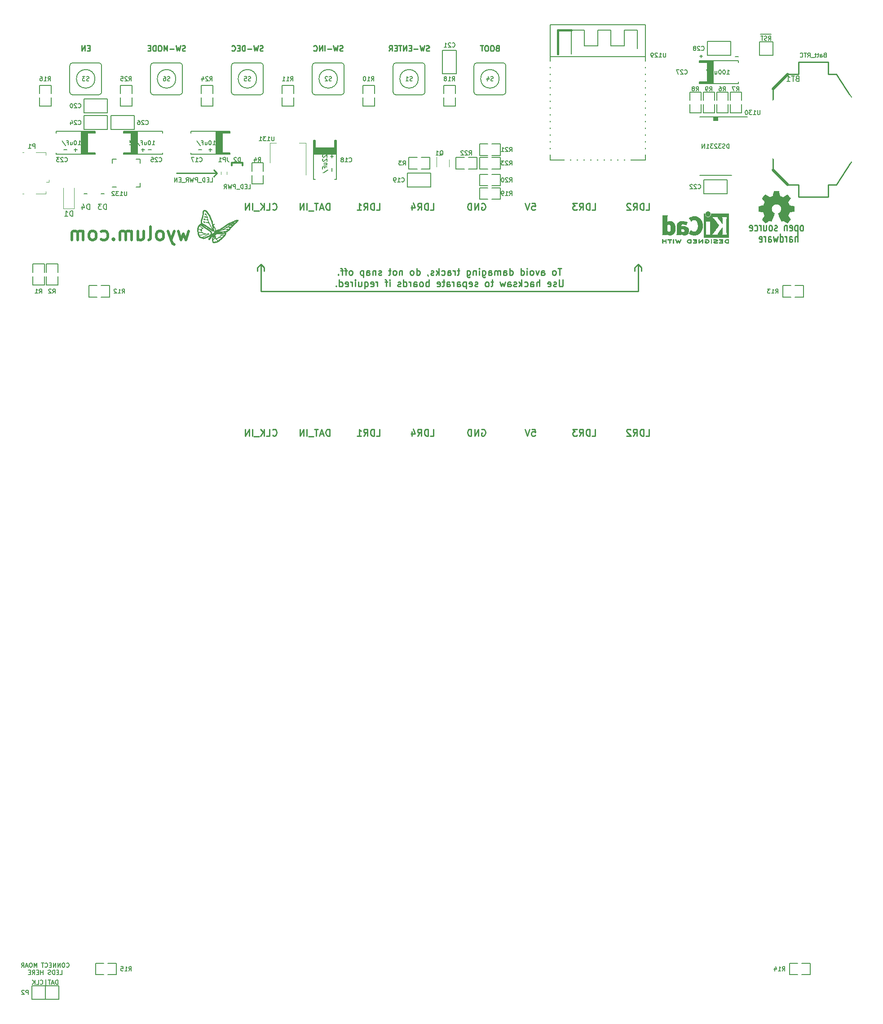
<source format=gbo>
G04 #@! TF.GenerationSoftware,KiCad,Pcbnew,no-vcs-found-bf44d39~61~ubuntu16.04.1*
G04 #@! TF.CreationDate,2018-01-06T22:41:00+05:30*
G04 #@! TF.ProjectId,chromogram,6368726F6D6F6772616D2E6B69636164,rev?*
G04 #@! TF.SameCoordinates,Original*
G04 #@! TF.FileFunction,Legend,Bot*
G04 #@! TF.FilePolarity,Positive*
%FSLAX46Y46*%
G04 Gerber Fmt 4.6, Leading zero omitted, Abs format (unit mm)*
G04 Created by KiCad (PCBNEW no-vcs-found-bf44d39~61~ubuntu16.04.1) date Sat Jan  6 22:41:00 2018*
%MOMM*%
%LPD*%
G01*
G04 APERTURE LIST*
%ADD10C,0.254000*%
%ADD11C,0.508000*%
%ADD12C,0.150000*%
%ADD13C,0.152400*%
%ADD14C,0.120000*%
%ADD15C,0.300000*%
%ADD16C,0.127000*%
%ADD17C,0.200000*%
%ADD18C,0.400000*%
%ADD19C,0.002540*%
%ADD20C,0.010000*%
%ADD21C,0.250000*%
%ADD22R,1.498600X1.300480*%
%ADD23C,1.600000*%
%ADD24C,6.400000*%
%ADD25C,0.800000*%
%ADD26C,3.200000*%
%ADD27C,5.200000*%
%ADD28C,0.508000*%
%ADD29R,1.200000X0.900000*%
%ADD30R,0.500000X0.250000*%
%ADD31C,18.796000*%
%ADD32R,5.080000X2.794000*%
%ADD33R,2.000000X2.000000*%
%ADD34O,2.000000X2.000000*%
%ADD35R,1.675000X1.675000*%
%ADD36O,0.300000X0.850000*%
%ADD37O,0.850000X0.300000*%
%ADD38R,0.600000X0.400000*%
%ADD39R,1.198880X1.198880*%
%ADD40R,1.998980X0.599440*%
%ADD41C,2.000000*%
%ADD42R,2.100000X1.400000*%
%ADD43R,1.900000X1.500000*%
%ADD44C,1.450000*%
%ADD45R,1.350000X0.400000*%
%ADD46O,1.900000X1.200000*%
%ADD47R,1.900000X1.200000*%
%ADD48R,1.300480X1.498600*%
%ADD49C,2.082800*%
%ADD50R,1.350000X1.550000*%
%ADD51R,3.048000X3.048000*%
%ADD52R,1.550000X1.350000*%
%ADD53R,0.400000X0.650000*%
%ADD54R,3.800000X2.000000*%
%ADD55R,1.500000X2.000000*%
%ADD56R,2.000000X1.000000*%
%ADD57R,1.000000X2.000000*%
%ADD58R,4.000000X4.000000*%
%ADD59O,2.000000X1.000000*%
%ADD60O,1.000000X2.000000*%
G04 APERTURE END LIST*
D10*
X166370000Y-95885000D02*
X166370000Y-95885000D01*
X166370000Y-95250000D02*
X166370000Y-95885000D01*
X167005000Y-94615000D02*
X166370000Y-95250000D01*
X167640000Y-95885000D02*
X167640000Y-95885000D01*
X167640000Y-95250000D02*
X167640000Y-95885000D01*
X167005000Y-94615000D02*
X167640000Y-95250000D01*
X167005000Y-99695000D02*
X167005000Y-94615000D01*
X131445000Y-99695000D02*
X167005000Y-99695000D01*
X95250000Y-95885000D02*
X95250000Y-95885000D01*
X95250000Y-95250000D02*
X95250000Y-95885000D01*
X95885000Y-94615000D02*
X95250000Y-95250000D01*
X96520000Y-95885000D02*
X96520000Y-95250000D01*
X95885000Y-94615000D02*
X96520000Y-95250000D01*
X95885000Y-99695000D02*
X95885000Y-94615000D01*
X131445000Y-99695000D02*
X95885000Y-99695000D01*
X152581428Y-95380023D02*
X151855714Y-95380023D01*
X152218571Y-96650023D02*
X152218571Y-95380023D01*
X151250952Y-96650023D02*
X151371904Y-96589547D01*
X151432380Y-96529071D01*
X151492857Y-96408119D01*
X151492857Y-96045261D01*
X151432380Y-95924309D01*
X151371904Y-95863833D01*
X151250952Y-95803357D01*
X151069523Y-95803357D01*
X150948571Y-95863833D01*
X150888095Y-95924309D01*
X150827619Y-96045261D01*
X150827619Y-96408119D01*
X150888095Y-96529071D01*
X150948571Y-96589547D01*
X151069523Y-96650023D01*
X151250952Y-96650023D01*
X148771428Y-96650023D02*
X148771428Y-95984785D01*
X148831904Y-95863833D01*
X148952857Y-95803357D01*
X149194761Y-95803357D01*
X149315714Y-95863833D01*
X148771428Y-96589547D02*
X148892380Y-96650023D01*
X149194761Y-96650023D01*
X149315714Y-96589547D01*
X149376190Y-96468595D01*
X149376190Y-96347642D01*
X149315714Y-96226690D01*
X149194761Y-96166214D01*
X148892380Y-96166214D01*
X148771428Y-96105738D01*
X148287619Y-95803357D02*
X147985238Y-96650023D01*
X147682857Y-95803357D01*
X147017619Y-96650023D02*
X147138571Y-96589547D01*
X147199047Y-96529071D01*
X147259523Y-96408119D01*
X147259523Y-96045261D01*
X147199047Y-95924309D01*
X147138571Y-95863833D01*
X147017619Y-95803357D01*
X146836190Y-95803357D01*
X146715238Y-95863833D01*
X146654761Y-95924309D01*
X146594285Y-96045261D01*
X146594285Y-96408119D01*
X146654761Y-96529071D01*
X146715238Y-96589547D01*
X146836190Y-96650023D01*
X147017619Y-96650023D01*
X146050000Y-96650023D02*
X146050000Y-95803357D01*
X146050000Y-95380023D02*
X146110476Y-95440500D01*
X146050000Y-95500976D01*
X145989523Y-95440500D01*
X146050000Y-95380023D01*
X146050000Y-95500976D01*
X144900952Y-96650023D02*
X144900952Y-95380023D01*
X144900952Y-96589547D02*
X145021904Y-96650023D01*
X145263809Y-96650023D01*
X145384761Y-96589547D01*
X145445238Y-96529071D01*
X145505714Y-96408119D01*
X145505714Y-96045261D01*
X145445238Y-95924309D01*
X145384761Y-95863833D01*
X145263809Y-95803357D01*
X145021904Y-95803357D01*
X144900952Y-95863833D01*
X142784285Y-96650023D02*
X142784285Y-95380023D01*
X142784285Y-96589547D02*
X142905238Y-96650023D01*
X143147142Y-96650023D01*
X143268095Y-96589547D01*
X143328571Y-96529071D01*
X143389047Y-96408119D01*
X143389047Y-96045261D01*
X143328571Y-95924309D01*
X143268095Y-95863833D01*
X143147142Y-95803357D01*
X142905238Y-95803357D01*
X142784285Y-95863833D01*
X141635238Y-96650023D02*
X141635238Y-95984785D01*
X141695714Y-95863833D01*
X141816666Y-95803357D01*
X142058571Y-95803357D01*
X142179523Y-95863833D01*
X141635238Y-96589547D02*
X141756190Y-96650023D01*
X142058571Y-96650023D01*
X142179523Y-96589547D01*
X142240000Y-96468595D01*
X142240000Y-96347642D01*
X142179523Y-96226690D01*
X142058571Y-96166214D01*
X141756190Y-96166214D01*
X141635238Y-96105738D01*
X141030476Y-96650023D02*
X141030476Y-95803357D01*
X141030476Y-95924309D02*
X140970000Y-95863833D01*
X140849047Y-95803357D01*
X140667619Y-95803357D01*
X140546666Y-95863833D01*
X140486190Y-95984785D01*
X140486190Y-96650023D01*
X140486190Y-95984785D02*
X140425714Y-95863833D01*
X140304761Y-95803357D01*
X140123333Y-95803357D01*
X140002380Y-95863833D01*
X139941904Y-95984785D01*
X139941904Y-96650023D01*
X138792857Y-96650023D02*
X138792857Y-95984785D01*
X138853333Y-95863833D01*
X138974285Y-95803357D01*
X139216190Y-95803357D01*
X139337142Y-95863833D01*
X138792857Y-96589547D02*
X138913809Y-96650023D01*
X139216190Y-96650023D01*
X139337142Y-96589547D01*
X139397619Y-96468595D01*
X139397619Y-96347642D01*
X139337142Y-96226690D01*
X139216190Y-96166214D01*
X138913809Y-96166214D01*
X138792857Y-96105738D01*
X137643809Y-95803357D02*
X137643809Y-96831452D01*
X137704285Y-96952404D01*
X137764761Y-97012880D01*
X137885714Y-97073357D01*
X138067142Y-97073357D01*
X138188095Y-97012880D01*
X137643809Y-96589547D02*
X137764761Y-96650023D01*
X138006666Y-96650023D01*
X138127619Y-96589547D01*
X138188095Y-96529071D01*
X138248571Y-96408119D01*
X138248571Y-96045261D01*
X138188095Y-95924309D01*
X138127619Y-95863833D01*
X138006666Y-95803357D01*
X137764761Y-95803357D01*
X137643809Y-95863833D01*
X137039047Y-96650023D02*
X137039047Y-95803357D01*
X137039047Y-95380023D02*
X137099523Y-95440500D01*
X137039047Y-95500976D01*
X136978571Y-95440500D01*
X137039047Y-95380023D01*
X137039047Y-95500976D01*
X136434285Y-95803357D02*
X136434285Y-96650023D01*
X136434285Y-95924309D02*
X136373809Y-95863833D01*
X136252857Y-95803357D01*
X136071428Y-95803357D01*
X135950476Y-95863833D01*
X135890000Y-95984785D01*
X135890000Y-96650023D01*
X134740952Y-95803357D02*
X134740952Y-96831452D01*
X134801428Y-96952404D01*
X134861904Y-97012880D01*
X134982857Y-97073357D01*
X135164285Y-97073357D01*
X135285238Y-97012880D01*
X134740952Y-96589547D02*
X134861904Y-96650023D01*
X135103809Y-96650023D01*
X135224761Y-96589547D01*
X135285238Y-96529071D01*
X135345714Y-96408119D01*
X135345714Y-96045261D01*
X135285238Y-95924309D01*
X135224761Y-95863833D01*
X135103809Y-95803357D01*
X134861904Y-95803357D01*
X134740952Y-95863833D01*
X133350000Y-95803357D02*
X132866190Y-95803357D01*
X133168571Y-95380023D02*
X133168571Y-96468595D01*
X133108095Y-96589547D01*
X132987142Y-96650023D01*
X132866190Y-96650023D01*
X132442857Y-96650023D02*
X132442857Y-95803357D01*
X132442857Y-96045261D02*
X132382380Y-95924309D01*
X132321904Y-95863833D01*
X132200952Y-95803357D01*
X132080000Y-95803357D01*
X131112380Y-96650023D02*
X131112380Y-95984785D01*
X131172857Y-95863833D01*
X131293809Y-95803357D01*
X131535714Y-95803357D01*
X131656666Y-95863833D01*
X131112380Y-96589547D02*
X131233333Y-96650023D01*
X131535714Y-96650023D01*
X131656666Y-96589547D01*
X131717142Y-96468595D01*
X131717142Y-96347642D01*
X131656666Y-96226690D01*
X131535714Y-96166214D01*
X131233333Y-96166214D01*
X131112380Y-96105738D01*
X129963333Y-96589547D02*
X130084285Y-96650023D01*
X130326190Y-96650023D01*
X130447142Y-96589547D01*
X130507619Y-96529071D01*
X130568095Y-96408119D01*
X130568095Y-96045261D01*
X130507619Y-95924309D01*
X130447142Y-95863833D01*
X130326190Y-95803357D01*
X130084285Y-95803357D01*
X129963333Y-95863833D01*
X129419047Y-96650023D02*
X129419047Y-95380023D01*
X129298095Y-96166214D02*
X128935238Y-96650023D01*
X128935238Y-95803357D02*
X129419047Y-96287166D01*
X128451428Y-96589547D02*
X128330476Y-96650023D01*
X128088571Y-96650023D01*
X127967619Y-96589547D01*
X127907142Y-96468595D01*
X127907142Y-96408119D01*
X127967619Y-96287166D01*
X128088571Y-96226690D01*
X128270000Y-96226690D01*
X128390952Y-96166214D01*
X128451428Y-96045261D01*
X128451428Y-95984785D01*
X128390952Y-95863833D01*
X128270000Y-95803357D01*
X128088571Y-95803357D01*
X127967619Y-95863833D01*
X127302380Y-96589547D02*
X127302380Y-96650023D01*
X127362857Y-96770976D01*
X127423333Y-96831452D01*
X125246190Y-96650023D02*
X125246190Y-95380023D01*
X125246190Y-96589547D02*
X125367142Y-96650023D01*
X125609047Y-96650023D01*
X125730000Y-96589547D01*
X125790476Y-96529071D01*
X125850952Y-96408119D01*
X125850952Y-96045261D01*
X125790476Y-95924309D01*
X125730000Y-95863833D01*
X125609047Y-95803357D01*
X125367142Y-95803357D01*
X125246190Y-95863833D01*
X124460000Y-96650023D02*
X124580952Y-96589547D01*
X124641428Y-96529071D01*
X124701904Y-96408119D01*
X124701904Y-96045261D01*
X124641428Y-95924309D01*
X124580952Y-95863833D01*
X124460000Y-95803357D01*
X124278571Y-95803357D01*
X124157619Y-95863833D01*
X124097142Y-95924309D01*
X124036666Y-96045261D01*
X124036666Y-96408119D01*
X124097142Y-96529071D01*
X124157619Y-96589547D01*
X124278571Y-96650023D01*
X124460000Y-96650023D01*
X122524761Y-95803357D02*
X122524761Y-96650023D01*
X122524761Y-95924309D02*
X122464285Y-95863833D01*
X122343333Y-95803357D01*
X122161904Y-95803357D01*
X122040952Y-95863833D01*
X121980476Y-95984785D01*
X121980476Y-96650023D01*
X121194285Y-96650023D02*
X121315238Y-96589547D01*
X121375714Y-96529071D01*
X121436190Y-96408119D01*
X121436190Y-96045261D01*
X121375714Y-95924309D01*
X121315238Y-95863833D01*
X121194285Y-95803357D01*
X121012857Y-95803357D01*
X120891904Y-95863833D01*
X120831428Y-95924309D01*
X120770952Y-96045261D01*
X120770952Y-96408119D01*
X120831428Y-96529071D01*
X120891904Y-96589547D01*
X121012857Y-96650023D01*
X121194285Y-96650023D01*
X120408095Y-95803357D02*
X119924285Y-95803357D01*
X120226666Y-95380023D02*
X120226666Y-96468595D01*
X120166190Y-96589547D01*
X120045238Y-96650023D01*
X119924285Y-96650023D01*
X118593809Y-96589547D02*
X118472857Y-96650023D01*
X118230952Y-96650023D01*
X118110000Y-96589547D01*
X118049523Y-96468595D01*
X118049523Y-96408119D01*
X118110000Y-96287166D01*
X118230952Y-96226690D01*
X118412380Y-96226690D01*
X118533333Y-96166214D01*
X118593809Y-96045261D01*
X118593809Y-95984785D01*
X118533333Y-95863833D01*
X118412380Y-95803357D01*
X118230952Y-95803357D01*
X118110000Y-95863833D01*
X117505238Y-95803357D02*
X117505238Y-96650023D01*
X117505238Y-95924309D02*
X117444761Y-95863833D01*
X117323809Y-95803357D01*
X117142380Y-95803357D01*
X117021428Y-95863833D01*
X116960952Y-95984785D01*
X116960952Y-96650023D01*
X115811904Y-96650023D02*
X115811904Y-95984785D01*
X115872380Y-95863833D01*
X115993333Y-95803357D01*
X116235238Y-95803357D01*
X116356190Y-95863833D01*
X115811904Y-96589547D02*
X115932857Y-96650023D01*
X116235238Y-96650023D01*
X116356190Y-96589547D01*
X116416666Y-96468595D01*
X116416666Y-96347642D01*
X116356190Y-96226690D01*
X116235238Y-96166214D01*
X115932857Y-96166214D01*
X115811904Y-96105738D01*
X115207142Y-95803357D02*
X115207142Y-97073357D01*
X115207142Y-95863833D02*
X115086190Y-95803357D01*
X114844285Y-95803357D01*
X114723333Y-95863833D01*
X114662857Y-95924309D01*
X114602380Y-96045261D01*
X114602380Y-96408119D01*
X114662857Y-96529071D01*
X114723333Y-96589547D01*
X114844285Y-96650023D01*
X115086190Y-96650023D01*
X115207142Y-96589547D01*
X112909047Y-96650023D02*
X113030000Y-96589547D01*
X113090476Y-96529071D01*
X113150952Y-96408119D01*
X113150952Y-96045261D01*
X113090476Y-95924309D01*
X113030000Y-95863833D01*
X112909047Y-95803357D01*
X112727619Y-95803357D01*
X112606666Y-95863833D01*
X112546190Y-95924309D01*
X112485714Y-96045261D01*
X112485714Y-96408119D01*
X112546190Y-96529071D01*
X112606666Y-96589547D01*
X112727619Y-96650023D01*
X112909047Y-96650023D01*
X112122857Y-95803357D02*
X111639047Y-95803357D01*
X111941428Y-96650023D02*
X111941428Y-95561452D01*
X111880952Y-95440500D01*
X111760000Y-95380023D01*
X111639047Y-95380023D01*
X111397142Y-95803357D02*
X110913333Y-95803357D01*
X111215714Y-96650023D02*
X111215714Y-95561452D01*
X111155238Y-95440500D01*
X111034285Y-95380023D01*
X110913333Y-95380023D01*
X110490000Y-96529071D02*
X110429523Y-96589547D01*
X110490000Y-96650023D01*
X110550476Y-96589547D01*
X110490000Y-96529071D01*
X110490000Y-96650023D01*
X152823333Y-97539023D02*
X152823333Y-98567119D01*
X152762857Y-98688071D01*
X152702380Y-98748547D01*
X152581428Y-98809023D01*
X152339523Y-98809023D01*
X152218571Y-98748547D01*
X152158095Y-98688071D01*
X152097619Y-98567119D01*
X152097619Y-97539023D01*
X151553333Y-98748547D02*
X151432380Y-98809023D01*
X151190476Y-98809023D01*
X151069523Y-98748547D01*
X151009047Y-98627595D01*
X151009047Y-98567119D01*
X151069523Y-98446166D01*
X151190476Y-98385690D01*
X151371904Y-98385690D01*
X151492857Y-98325214D01*
X151553333Y-98204261D01*
X151553333Y-98143785D01*
X151492857Y-98022833D01*
X151371904Y-97962357D01*
X151190476Y-97962357D01*
X151069523Y-98022833D01*
X149980952Y-98748547D02*
X150101904Y-98809023D01*
X150343809Y-98809023D01*
X150464761Y-98748547D01*
X150525238Y-98627595D01*
X150525238Y-98143785D01*
X150464761Y-98022833D01*
X150343809Y-97962357D01*
X150101904Y-97962357D01*
X149980952Y-98022833D01*
X149920476Y-98143785D01*
X149920476Y-98264738D01*
X150525238Y-98385690D01*
X148408571Y-98809023D02*
X148408571Y-97539023D01*
X147864285Y-98809023D02*
X147864285Y-98143785D01*
X147924761Y-98022833D01*
X148045714Y-97962357D01*
X148227142Y-97962357D01*
X148348095Y-98022833D01*
X148408571Y-98083309D01*
X146715238Y-98809023D02*
X146715238Y-98143785D01*
X146775714Y-98022833D01*
X146896666Y-97962357D01*
X147138571Y-97962357D01*
X147259523Y-98022833D01*
X146715238Y-98748547D02*
X146836190Y-98809023D01*
X147138571Y-98809023D01*
X147259523Y-98748547D01*
X147320000Y-98627595D01*
X147320000Y-98506642D01*
X147259523Y-98385690D01*
X147138571Y-98325214D01*
X146836190Y-98325214D01*
X146715238Y-98264738D01*
X145566190Y-98748547D02*
X145687142Y-98809023D01*
X145929047Y-98809023D01*
X146050000Y-98748547D01*
X146110476Y-98688071D01*
X146170952Y-98567119D01*
X146170952Y-98204261D01*
X146110476Y-98083309D01*
X146050000Y-98022833D01*
X145929047Y-97962357D01*
X145687142Y-97962357D01*
X145566190Y-98022833D01*
X145021904Y-98809023D02*
X145021904Y-97539023D01*
X144900952Y-98325214D02*
X144538095Y-98809023D01*
X144538095Y-97962357D02*
X145021904Y-98446166D01*
X144054285Y-98748547D02*
X143933333Y-98809023D01*
X143691428Y-98809023D01*
X143570476Y-98748547D01*
X143510000Y-98627595D01*
X143510000Y-98567119D01*
X143570476Y-98446166D01*
X143691428Y-98385690D01*
X143872857Y-98385690D01*
X143993809Y-98325214D01*
X144054285Y-98204261D01*
X144054285Y-98143785D01*
X143993809Y-98022833D01*
X143872857Y-97962357D01*
X143691428Y-97962357D01*
X143570476Y-98022833D01*
X142421428Y-98809023D02*
X142421428Y-98143785D01*
X142481904Y-98022833D01*
X142602857Y-97962357D01*
X142844761Y-97962357D01*
X142965714Y-98022833D01*
X142421428Y-98748547D02*
X142542380Y-98809023D01*
X142844761Y-98809023D01*
X142965714Y-98748547D01*
X143026190Y-98627595D01*
X143026190Y-98506642D01*
X142965714Y-98385690D01*
X142844761Y-98325214D01*
X142542380Y-98325214D01*
X142421428Y-98264738D01*
X141937619Y-97962357D02*
X141695714Y-98809023D01*
X141453809Y-98204261D01*
X141211904Y-98809023D01*
X140970000Y-97962357D01*
X139700000Y-97962357D02*
X139216190Y-97962357D01*
X139518571Y-97539023D02*
X139518571Y-98627595D01*
X139458095Y-98748547D01*
X139337142Y-98809023D01*
X139216190Y-98809023D01*
X138611428Y-98809023D02*
X138732380Y-98748547D01*
X138792857Y-98688071D01*
X138853333Y-98567119D01*
X138853333Y-98204261D01*
X138792857Y-98083309D01*
X138732380Y-98022833D01*
X138611428Y-97962357D01*
X138430000Y-97962357D01*
X138309047Y-98022833D01*
X138248571Y-98083309D01*
X138188095Y-98204261D01*
X138188095Y-98567119D01*
X138248571Y-98688071D01*
X138309047Y-98748547D01*
X138430000Y-98809023D01*
X138611428Y-98809023D01*
X136736666Y-98748547D02*
X136615714Y-98809023D01*
X136373809Y-98809023D01*
X136252857Y-98748547D01*
X136192380Y-98627595D01*
X136192380Y-98567119D01*
X136252857Y-98446166D01*
X136373809Y-98385690D01*
X136555238Y-98385690D01*
X136676190Y-98325214D01*
X136736666Y-98204261D01*
X136736666Y-98143785D01*
X136676190Y-98022833D01*
X136555238Y-97962357D01*
X136373809Y-97962357D01*
X136252857Y-98022833D01*
X135164285Y-98748547D02*
X135285238Y-98809023D01*
X135527142Y-98809023D01*
X135648095Y-98748547D01*
X135708571Y-98627595D01*
X135708571Y-98143785D01*
X135648095Y-98022833D01*
X135527142Y-97962357D01*
X135285238Y-97962357D01*
X135164285Y-98022833D01*
X135103809Y-98143785D01*
X135103809Y-98264738D01*
X135708571Y-98385690D01*
X134559523Y-97962357D02*
X134559523Y-99232357D01*
X134559523Y-98022833D02*
X134438571Y-97962357D01*
X134196666Y-97962357D01*
X134075714Y-98022833D01*
X134015238Y-98083309D01*
X133954761Y-98204261D01*
X133954761Y-98567119D01*
X134015238Y-98688071D01*
X134075714Y-98748547D01*
X134196666Y-98809023D01*
X134438571Y-98809023D01*
X134559523Y-98748547D01*
X132866190Y-98809023D02*
X132866190Y-98143785D01*
X132926666Y-98022833D01*
X133047619Y-97962357D01*
X133289523Y-97962357D01*
X133410476Y-98022833D01*
X132866190Y-98748547D02*
X132987142Y-98809023D01*
X133289523Y-98809023D01*
X133410476Y-98748547D01*
X133470952Y-98627595D01*
X133470952Y-98506642D01*
X133410476Y-98385690D01*
X133289523Y-98325214D01*
X132987142Y-98325214D01*
X132866190Y-98264738D01*
X132261428Y-98809023D02*
X132261428Y-97962357D01*
X132261428Y-98204261D02*
X132200952Y-98083309D01*
X132140476Y-98022833D01*
X132019523Y-97962357D01*
X131898571Y-97962357D01*
X130930952Y-98809023D02*
X130930952Y-98143785D01*
X130991428Y-98022833D01*
X131112380Y-97962357D01*
X131354285Y-97962357D01*
X131475238Y-98022833D01*
X130930952Y-98748547D02*
X131051904Y-98809023D01*
X131354285Y-98809023D01*
X131475238Y-98748547D01*
X131535714Y-98627595D01*
X131535714Y-98506642D01*
X131475238Y-98385690D01*
X131354285Y-98325214D01*
X131051904Y-98325214D01*
X130930952Y-98264738D01*
X130507619Y-97962357D02*
X130023809Y-97962357D01*
X130326190Y-97539023D02*
X130326190Y-98627595D01*
X130265714Y-98748547D01*
X130144761Y-98809023D01*
X130023809Y-98809023D01*
X129116666Y-98748547D02*
X129237619Y-98809023D01*
X129479523Y-98809023D01*
X129600476Y-98748547D01*
X129660952Y-98627595D01*
X129660952Y-98143785D01*
X129600476Y-98022833D01*
X129479523Y-97962357D01*
X129237619Y-97962357D01*
X129116666Y-98022833D01*
X129056190Y-98143785D01*
X129056190Y-98264738D01*
X129660952Y-98385690D01*
X127544285Y-98809023D02*
X127544285Y-97539023D01*
X127544285Y-98022833D02*
X127423333Y-97962357D01*
X127181428Y-97962357D01*
X127060476Y-98022833D01*
X126999999Y-98083309D01*
X126939523Y-98204261D01*
X126939523Y-98567119D01*
X126999999Y-98688071D01*
X127060476Y-98748547D01*
X127181428Y-98809023D01*
X127423333Y-98809023D01*
X127544285Y-98748547D01*
X126213809Y-98809023D02*
X126334761Y-98748547D01*
X126395238Y-98688071D01*
X126455714Y-98567119D01*
X126455714Y-98204261D01*
X126395238Y-98083309D01*
X126334761Y-98022833D01*
X126213809Y-97962357D01*
X126032380Y-97962357D01*
X125911428Y-98022833D01*
X125850952Y-98083309D01*
X125790476Y-98204261D01*
X125790476Y-98567119D01*
X125850952Y-98688071D01*
X125911428Y-98748547D01*
X126032380Y-98809023D01*
X126213809Y-98809023D01*
X124701904Y-98809023D02*
X124701904Y-98143785D01*
X124762380Y-98022833D01*
X124883333Y-97962357D01*
X125125238Y-97962357D01*
X125246190Y-98022833D01*
X124701904Y-98748547D02*
X124822857Y-98809023D01*
X125125238Y-98809023D01*
X125246190Y-98748547D01*
X125306666Y-98627595D01*
X125306666Y-98506642D01*
X125246190Y-98385690D01*
X125125238Y-98325214D01*
X124822857Y-98325214D01*
X124701904Y-98264738D01*
X124097142Y-98809023D02*
X124097142Y-97962357D01*
X124097142Y-98204261D02*
X124036666Y-98083309D01*
X123976190Y-98022833D01*
X123855238Y-97962357D01*
X123734285Y-97962357D01*
X122766666Y-98809023D02*
X122766666Y-97539023D01*
X122766666Y-98748547D02*
X122887619Y-98809023D01*
X123129523Y-98809023D01*
X123250476Y-98748547D01*
X123310952Y-98688071D01*
X123371428Y-98567119D01*
X123371428Y-98204261D01*
X123310952Y-98083309D01*
X123250476Y-98022833D01*
X123129523Y-97962357D01*
X122887619Y-97962357D01*
X122766666Y-98022833D01*
X122222380Y-98748547D02*
X122101428Y-98809023D01*
X121859523Y-98809023D01*
X121738571Y-98748547D01*
X121678095Y-98627595D01*
X121678095Y-98567119D01*
X121738571Y-98446166D01*
X121859523Y-98385690D01*
X122040952Y-98385690D01*
X122161904Y-98325214D01*
X122222380Y-98204261D01*
X122222380Y-98143785D01*
X122161904Y-98022833D01*
X122040952Y-97962357D01*
X121859523Y-97962357D01*
X121738571Y-98022833D01*
X120166190Y-98809023D02*
X120166190Y-97962357D01*
X120166190Y-97539023D02*
X120226666Y-97599500D01*
X120166190Y-97659976D01*
X120105714Y-97599500D01*
X120166190Y-97539023D01*
X120166190Y-97659976D01*
X119742857Y-97962357D02*
X119259047Y-97962357D01*
X119561428Y-98809023D02*
X119561428Y-97720452D01*
X119500952Y-97599500D01*
X119379999Y-97539023D01*
X119259047Y-97539023D01*
X117868095Y-98809023D02*
X117868095Y-97962357D01*
X117868095Y-98204261D02*
X117807619Y-98083309D01*
X117747142Y-98022833D01*
X117626190Y-97962357D01*
X117505238Y-97962357D01*
X116598095Y-98748547D02*
X116719047Y-98809023D01*
X116960952Y-98809023D01*
X117081904Y-98748547D01*
X117142380Y-98627595D01*
X117142380Y-98143785D01*
X117081904Y-98022833D01*
X116960952Y-97962357D01*
X116719047Y-97962357D01*
X116598095Y-98022833D01*
X116537619Y-98143785D01*
X116537619Y-98264738D01*
X117142380Y-98385690D01*
X115449047Y-97962357D02*
X115449047Y-99232357D01*
X115449047Y-98748547D02*
X115569999Y-98809023D01*
X115811904Y-98809023D01*
X115932857Y-98748547D01*
X115993333Y-98688071D01*
X116053809Y-98567119D01*
X116053809Y-98204261D01*
X115993333Y-98083309D01*
X115932857Y-98022833D01*
X115811904Y-97962357D01*
X115569999Y-97962357D01*
X115449047Y-98022833D01*
X114299999Y-97962357D02*
X114299999Y-98809023D01*
X114844285Y-97962357D02*
X114844285Y-98627595D01*
X114783809Y-98748547D01*
X114662857Y-98809023D01*
X114481428Y-98809023D01*
X114360476Y-98748547D01*
X114299999Y-98688071D01*
X113695238Y-98809023D02*
X113695238Y-97962357D01*
X113695238Y-97539023D02*
X113755714Y-97599500D01*
X113695238Y-97659976D01*
X113634761Y-97599500D01*
X113695238Y-97539023D01*
X113695238Y-97659976D01*
X113090476Y-98809023D02*
X113090476Y-97962357D01*
X113090476Y-98204261D02*
X113029999Y-98083309D01*
X112969523Y-98022833D01*
X112848571Y-97962357D01*
X112727619Y-97962357D01*
X111820476Y-98748547D02*
X111941428Y-98809023D01*
X112183333Y-98809023D01*
X112304285Y-98748547D01*
X112364761Y-98627595D01*
X112364761Y-98143785D01*
X112304285Y-98022833D01*
X112183333Y-97962357D01*
X111941428Y-97962357D01*
X111820476Y-98022833D01*
X111759999Y-98143785D01*
X111759999Y-98264738D01*
X112364761Y-98385690D01*
X110671428Y-98809023D02*
X110671428Y-97539023D01*
X110671428Y-98748547D02*
X110792380Y-98809023D01*
X111034285Y-98809023D01*
X111155238Y-98748547D01*
X111215714Y-98688071D01*
X111276190Y-98567119D01*
X111276190Y-98204261D01*
X111215714Y-98083309D01*
X111155238Y-98022833D01*
X111034285Y-97962357D01*
X110792380Y-97962357D01*
X110671428Y-98022833D01*
X110066666Y-98688071D02*
X110006190Y-98748547D01*
X110066666Y-98809023D01*
X110127142Y-98748547D01*
X110066666Y-98688071D01*
X110066666Y-98809023D01*
D11*
X82247619Y-88355714D02*
X81763809Y-90049047D01*
X81280000Y-88839523D01*
X80796190Y-90049047D01*
X80312380Y-88355714D01*
X79586666Y-88355714D02*
X78981904Y-90049047D01*
X78377142Y-88355714D02*
X78981904Y-90049047D01*
X79223809Y-90653809D01*
X79344761Y-90774761D01*
X79586666Y-90895714D01*
X77046666Y-90049047D02*
X77288571Y-89928095D01*
X77409523Y-89807142D01*
X77530476Y-89565238D01*
X77530476Y-88839523D01*
X77409523Y-88597619D01*
X77288571Y-88476666D01*
X77046666Y-88355714D01*
X76683809Y-88355714D01*
X76441904Y-88476666D01*
X76320952Y-88597619D01*
X76200000Y-88839523D01*
X76200000Y-89565238D01*
X76320952Y-89807142D01*
X76441904Y-89928095D01*
X76683809Y-90049047D01*
X77046666Y-90049047D01*
X74748571Y-90049047D02*
X74990476Y-89928095D01*
X75111428Y-89686190D01*
X75111428Y-87509047D01*
X72692380Y-88355714D02*
X72692380Y-90049047D01*
X73780952Y-88355714D02*
X73780952Y-89686190D01*
X73660000Y-89928095D01*
X73418095Y-90049047D01*
X73055238Y-90049047D01*
X72813333Y-89928095D01*
X72692380Y-89807142D01*
X71482857Y-90049047D02*
X71482857Y-88355714D01*
X71482857Y-88597619D02*
X71361904Y-88476666D01*
X71120000Y-88355714D01*
X70757142Y-88355714D01*
X70515238Y-88476666D01*
X70394285Y-88718571D01*
X70394285Y-90049047D01*
X70394285Y-88718571D02*
X70273333Y-88476666D01*
X70031428Y-88355714D01*
X69668571Y-88355714D01*
X69426666Y-88476666D01*
X69305714Y-88718571D01*
X69305714Y-90049047D01*
X68096190Y-89807142D02*
X67975238Y-89928095D01*
X68096190Y-90049047D01*
X68217142Y-89928095D01*
X68096190Y-89807142D01*
X68096190Y-90049047D01*
X65798095Y-89928095D02*
X66039999Y-90049047D01*
X66523809Y-90049047D01*
X66765714Y-89928095D01*
X66886666Y-89807142D01*
X67007619Y-89565238D01*
X67007619Y-88839523D01*
X66886666Y-88597619D01*
X66765714Y-88476666D01*
X66523809Y-88355714D01*
X66039999Y-88355714D01*
X65798095Y-88476666D01*
X64346666Y-90049047D02*
X64588571Y-89928095D01*
X64709523Y-89807142D01*
X64830476Y-89565238D01*
X64830476Y-88839523D01*
X64709523Y-88597619D01*
X64588571Y-88476666D01*
X64346666Y-88355714D01*
X63983809Y-88355714D01*
X63741904Y-88476666D01*
X63620952Y-88597619D01*
X63499999Y-88839523D01*
X63499999Y-89565238D01*
X63620952Y-89807142D01*
X63741904Y-89928095D01*
X63983809Y-90049047D01*
X64346666Y-90049047D01*
X62411428Y-90049047D02*
X62411428Y-88355714D01*
X62411428Y-88597619D02*
X62290476Y-88476666D01*
X62048571Y-88355714D01*
X61685714Y-88355714D01*
X61443809Y-88476666D01*
X61322857Y-88718571D01*
X61322857Y-90049047D01*
X61322857Y-88718571D02*
X61201904Y-88476666D01*
X60959999Y-88355714D01*
X60597142Y-88355714D01*
X60355238Y-88476666D01*
X60234285Y-88718571D01*
X60234285Y-90049047D01*
D10*
X197038685Y-90427628D02*
X197038685Y-88903628D01*
X196548828Y-90427628D02*
X196548828Y-89629342D01*
X196603257Y-89484200D01*
X196712114Y-89411628D01*
X196875400Y-89411628D01*
X196984257Y-89484200D01*
X197038685Y-89556771D01*
X195514685Y-90427628D02*
X195514685Y-89629342D01*
X195569114Y-89484200D01*
X195677971Y-89411628D01*
X195895685Y-89411628D01*
X196004542Y-89484200D01*
X195514685Y-90355057D02*
X195623542Y-90427628D01*
X195895685Y-90427628D01*
X196004542Y-90355057D01*
X196058971Y-90209914D01*
X196058971Y-90064771D01*
X196004542Y-89919628D01*
X195895685Y-89847057D01*
X195623542Y-89847057D01*
X195514685Y-89774485D01*
X194970400Y-90427628D02*
X194970400Y-89411628D01*
X194970400Y-89701914D02*
X194915971Y-89556771D01*
X194861542Y-89484200D01*
X194752685Y-89411628D01*
X194643828Y-89411628D01*
X193772971Y-90427628D02*
X193772971Y-88903628D01*
X193772971Y-90355057D02*
X193881828Y-90427628D01*
X194099542Y-90427628D01*
X194208400Y-90355057D01*
X194262828Y-90282485D01*
X194317257Y-90137342D01*
X194317257Y-89701914D01*
X194262828Y-89556771D01*
X194208400Y-89484200D01*
X194099542Y-89411628D01*
X193881828Y-89411628D01*
X193772971Y-89484200D01*
X193337542Y-89411628D02*
X193119828Y-90427628D01*
X192902114Y-89701914D01*
X192684400Y-90427628D01*
X192466685Y-89411628D01*
X191541400Y-90427628D02*
X191541400Y-89629342D01*
X191595828Y-89484200D01*
X191704685Y-89411628D01*
X191922400Y-89411628D01*
X192031257Y-89484200D01*
X191541400Y-90355057D02*
X191650257Y-90427628D01*
X191922400Y-90427628D01*
X192031257Y-90355057D01*
X192085685Y-90209914D01*
X192085685Y-90064771D01*
X192031257Y-89919628D01*
X191922400Y-89847057D01*
X191650257Y-89847057D01*
X191541400Y-89774485D01*
X190997114Y-90427628D02*
X190997114Y-89411628D01*
X190997114Y-89701914D02*
X190942685Y-89556771D01*
X190888257Y-89484200D01*
X190779400Y-89411628D01*
X190670542Y-89411628D01*
X189854114Y-90355057D02*
X189962971Y-90427628D01*
X190180685Y-90427628D01*
X190289542Y-90355057D01*
X190343971Y-90209914D01*
X190343971Y-89629342D01*
X190289542Y-89484200D01*
X190180685Y-89411628D01*
X189962971Y-89411628D01*
X189854114Y-89484200D01*
X189799685Y-89629342D01*
X189799685Y-89774485D01*
X190343971Y-89919628D01*
X197911357Y-88319428D02*
X198020214Y-88246857D01*
X198074642Y-88174285D01*
X198129071Y-88029142D01*
X198129071Y-87593714D01*
X198074642Y-87448571D01*
X198020214Y-87376000D01*
X197911357Y-87303428D01*
X197748071Y-87303428D01*
X197639214Y-87376000D01*
X197584785Y-87448571D01*
X197530357Y-87593714D01*
X197530357Y-88029142D01*
X197584785Y-88174285D01*
X197639214Y-88246857D01*
X197748071Y-88319428D01*
X197911357Y-88319428D01*
X197040500Y-87303428D02*
X197040500Y-88827428D01*
X197040500Y-87376000D02*
X196931642Y-87303428D01*
X196713928Y-87303428D01*
X196605071Y-87376000D01*
X196550642Y-87448571D01*
X196496214Y-87593714D01*
X196496214Y-88029142D01*
X196550642Y-88174285D01*
X196605071Y-88246857D01*
X196713928Y-88319428D01*
X196931642Y-88319428D01*
X197040500Y-88246857D01*
X195570928Y-88246857D02*
X195679785Y-88319428D01*
X195897500Y-88319428D01*
X196006357Y-88246857D01*
X196060785Y-88101714D01*
X196060785Y-87521142D01*
X196006357Y-87376000D01*
X195897500Y-87303428D01*
X195679785Y-87303428D01*
X195570928Y-87376000D01*
X195516500Y-87521142D01*
X195516500Y-87666285D01*
X196060785Y-87811428D01*
X195026642Y-87303428D02*
X195026642Y-88319428D01*
X195026642Y-87448571D02*
X194972214Y-87376000D01*
X194863357Y-87303428D01*
X194700071Y-87303428D01*
X194591214Y-87376000D01*
X194536785Y-87521142D01*
X194536785Y-88319428D01*
X193176071Y-88246857D02*
X193067214Y-88319428D01*
X192849500Y-88319428D01*
X192740642Y-88246857D01*
X192686214Y-88101714D01*
X192686214Y-88029142D01*
X192740642Y-87884000D01*
X192849500Y-87811428D01*
X193012785Y-87811428D01*
X193121642Y-87738857D01*
X193176071Y-87593714D01*
X193176071Y-87521142D01*
X193121642Y-87376000D01*
X193012785Y-87303428D01*
X192849500Y-87303428D01*
X192740642Y-87376000D01*
X192033071Y-88319428D02*
X192141928Y-88246857D01*
X192196357Y-88174285D01*
X192250785Y-88029142D01*
X192250785Y-87593714D01*
X192196357Y-87448571D01*
X192141928Y-87376000D01*
X192033071Y-87303428D01*
X191869785Y-87303428D01*
X191760928Y-87376000D01*
X191706500Y-87448571D01*
X191652071Y-87593714D01*
X191652071Y-88029142D01*
X191706500Y-88174285D01*
X191760928Y-88246857D01*
X191869785Y-88319428D01*
X192033071Y-88319428D01*
X190672357Y-87303428D02*
X190672357Y-88319428D01*
X191162214Y-87303428D02*
X191162214Y-88101714D01*
X191107785Y-88246857D01*
X190998928Y-88319428D01*
X190835642Y-88319428D01*
X190726785Y-88246857D01*
X190672357Y-88174285D01*
X190128071Y-88319428D02*
X190128071Y-87303428D01*
X190128071Y-87593714D02*
X190073642Y-87448571D01*
X190019214Y-87376000D01*
X189910357Y-87303428D01*
X189801500Y-87303428D01*
X188930642Y-88246857D02*
X189039500Y-88319428D01*
X189257214Y-88319428D01*
X189366071Y-88246857D01*
X189420500Y-88174285D01*
X189474928Y-88029142D01*
X189474928Y-87593714D01*
X189420500Y-87448571D01*
X189366071Y-87376000D01*
X189257214Y-87303428D01*
X189039500Y-87303428D01*
X188930642Y-87376000D01*
X188005357Y-88246857D02*
X188114214Y-88319428D01*
X188331928Y-88319428D01*
X188440785Y-88246857D01*
X188495214Y-88101714D01*
X188495214Y-87521142D01*
X188440785Y-87376000D01*
X188331928Y-87303428D01*
X188114214Y-87303428D01*
X188005357Y-87376000D01*
X187950928Y-87521142D01*
X187950928Y-87666285D01*
X188495214Y-87811428D01*
D12*
X59245000Y-226940714D02*
X59283095Y-226978809D01*
X59397380Y-227016904D01*
X59473571Y-227016904D01*
X59587857Y-226978809D01*
X59664047Y-226902619D01*
X59702142Y-226826428D01*
X59740238Y-226674047D01*
X59740238Y-226559761D01*
X59702142Y-226407380D01*
X59664047Y-226331190D01*
X59587857Y-226255000D01*
X59473571Y-226216904D01*
X59397380Y-226216904D01*
X59283095Y-226255000D01*
X59245000Y-226293095D01*
X58749761Y-226216904D02*
X58597380Y-226216904D01*
X58521190Y-226255000D01*
X58445000Y-226331190D01*
X58406904Y-226483571D01*
X58406904Y-226750238D01*
X58445000Y-226902619D01*
X58521190Y-226978809D01*
X58597380Y-227016904D01*
X58749761Y-227016904D01*
X58825952Y-226978809D01*
X58902142Y-226902619D01*
X58940238Y-226750238D01*
X58940238Y-226483571D01*
X58902142Y-226331190D01*
X58825952Y-226255000D01*
X58749761Y-226216904D01*
X58064047Y-227016904D02*
X58064047Y-226216904D01*
X57606904Y-227016904D01*
X57606904Y-226216904D01*
X57225952Y-227016904D02*
X57225952Y-226216904D01*
X56768809Y-227016904D01*
X56768809Y-226216904D01*
X56387857Y-226597857D02*
X56121190Y-226597857D01*
X56006904Y-227016904D02*
X56387857Y-227016904D01*
X56387857Y-226216904D01*
X56006904Y-226216904D01*
X55206904Y-226940714D02*
X55245000Y-226978809D01*
X55359285Y-227016904D01*
X55435476Y-227016904D01*
X55549761Y-226978809D01*
X55625952Y-226902619D01*
X55664047Y-226826428D01*
X55702142Y-226674047D01*
X55702142Y-226559761D01*
X55664047Y-226407380D01*
X55625952Y-226331190D01*
X55549761Y-226255000D01*
X55435476Y-226216904D01*
X55359285Y-226216904D01*
X55245000Y-226255000D01*
X55206904Y-226293095D01*
X54978333Y-226216904D02*
X54521190Y-226216904D01*
X54749761Y-227016904D02*
X54749761Y-226216904D01*
X53645000Y-227016904D02*
X53645000Y-226216904D01*
X53378333Y-226788333D01*
X53111666Y-226216904D01*
X53111666Y-227016904D01*
X52578333Y-226216904D02*
X52425952Y-226216904D01*
X52349761Y-226255000D01*
X52273571Y-226331190D01*
X52235476Y-226483571D01*
X52235476Y-226750238D01*
X52273571Y-226902619D01*
X52349761Y-226978809D01*
X52425952Y-227016904D01*
X52578333Y-227016904D01*
X52654523Y-226978809D01*
X52730714Y-226902619D01*
X52768809Y-226750238D01*
X52768809Y-226483571D01*
X52730714Y-226331190D01*
X52654523Y-226255000D01*
X52578333Y-226216904D01*
X51930714Y-226788333D02*
X51549761Y-226788333D01*
X52006904Y-227016904D02*
X51740238Y-226216904D01*
X51473571Y-227016904D01*
X50749761Y-227016904D02*
X51016428Y-226635952D01*
X51206904Y-227016904D02*
X51206904Y-226216904D01*
X50902142Y-226216904D01*
X50825952Y-226255000D01*
X50787857Y-226293095D01*
X50749761Y-226369285D01*
X50749761Y-226483571D01*
X50787857Y-226559761D01*
X50825952Y-226597857D01*
X50902142Y-226635952D01*
X51206904Y-226635952D01*
X57987857Y-228366904D02*
X58368809Y-228366904D01*
X58368809Y-227566904D01*
X57721190Y-227947857D02*
X57454523Y-227947857D01*
X57340238Y-228366904D02*
X57721190Y-228366904D01*
X57721190Y-227566904D01*
X57340238Y-227566904D01*
X56997380Y-228366904D02*
X56997380Y-227566904D01*
X56806904Y-227566904D01*
X56692619Y-227605000D01*
X56616428Y-227681190D01*
X56578333Y-227757380D01*
X56540238Y-227909761D01*
X56540238Y-228024047D01*
X56578333Y-228176428D01*
X56616428Y-228252619D01*
X56692619Y-228328809D01*
X56806904Y-228366904D01*
X56997380Y-228366904D01*
X56235476Y-228328809D02*
X56121190Y-228366904D01*
X55930714Y-228366904D01*
X55854523Y-228328809D01*
X55816428Y-228290714D01*
X55778333Y-228214523D01*
X55778333Y-228138333D01*
X55816428Y-228062142D01*
X55854523Y-228024047D01*
X55930714Y-227985952D01*
X56083095Y-227947857D01*
X56159285Y-227909761D01*
X56197380Y-227871666D01*
X56235476Y-227795476D01*
X56235476Y-227719285D01*
X56197380Y-227643095D01*
X56159285Y-227605000D01*
X56083095Y-227566904D01*
X55892619Y-227566904D01*
X55778333Y-227605000D01*
X54825952Y-228366904D02*
X54825952Y-227566904D01*
X54825952Y-227947857D02*
X54368809Y-227947857D01*
X54368809Y-228366904D02*
X54368809Y-227566904D01*
X53987857Y-227947857D02*
X53721190Y-227947857D01*
X53606904Y-228366904D02*
X53987857Y-228366904D01*
X53987857Y-227566904D01*
X53606904Y-227566904D01*
X52806904Y-228366904D02*
X53073571Y-227985952D01*
X53264047Y-228366904D02*
X53264047Y-227566904D01*
X52959285Y-227566904D01*
X52883095Y-227605000D01*
X52845000Y-227643095D01*
X52806904Y-227719285D01*
X52806904Y-227833571D01*
X52845000Y-227909761D01*
X52883095Y-227947857D01*
X52959285Y-227985952D01*
X53264047Y-227985952D01*
X52464047Y-227947857D02*
X52197380Y-227947857D01*
X52083095Y-228366904D02*
X52464047Y-228366904D01*
X52464047Y-227566904D01*
X52083095Y-227566904D01*
X57606904Y-230231904D02*
X57606904Y-229431904D01*
X57416428Y-229431904D01*
X57302142Y-229470000D01*
X57225952Y-229546190D01*
X57187857Y-229622380D01*
X57149761Y-229774761D01*
X57149761Y-229889047D01*
X57187857Y-230041428D01*
X57225952Y-230117619D01*
X57302142Y-230193809D01*
X57416428Y-230231904D01*
X57606904Y-230231904D01*
X56845000Y-230003333D02*
X56464047Y-230003333D01*
X56921190Y-230231904D02*
X56654523Y-229431904D01*
X56387857Y-230231904D01*
X56235476Y-229431904D02*
X55778333Y-229431904D01*
X56006904Y-230231904D02*
X56006904Y-229431904D01*
X55321190Y-230498571D02*
X55321190Y-229355714D01*
X54292619Y-230155714D02*
X54330714Y-230193809D01*
X54445000Y-230231904D01*
X54521190Y-230231904D01*
X54635476Y-230193809D01*
X54711666Y-230117619D01*
X54749761Y-230041428D01*
X54787857Y-229889047D01*
X54787857Y-229774761D01*
X54749761Y-229622380D01*
X54711666Y-229546190D01*
X54635476Y-229470000D01*
X54521190Y-229431904D01*
X54445000Y-229431904D01*
X54330714Y-229470000D01*
X54292619Y-229508095D01*
X53568809Y-230231904D02*
X53949761Y-230231904D01*
X53949761Y-229431904D01*
X53302142Y-230231904D02*
X53302142Y-229431904D01*
X52845000Y-230231904D02*
X53187857Y-229774761D01*
X52845000Y-229431904D02*
X53302142Y-229889047D01*
D10*
X87630000Y-77470000D02*
X86995000Y-76835000D01*
X87630000Y-77470000D02*
X86995000Y-78105000D01*
X80010000Y-77470000D02*
X87630000Y-77470000D01*
X117686666Y-126939523D02*
X118291428Y-126939523D01*
X118291428Y-125669523D01*
X117263333Y-126939523D02*
X117263333Y-125669523D01*
X116960952Y-125669523D01*
X116779523Y-125730000D01*
X116658571Y-125850952D01*
X116598095Y-125971904D01*
X116537619Y-126213809D01*
X116537619Y-126395238D01*
X116598095Y-126637142D01*
X116658571Y-126758095D01*
X116779523Y-126879047D01*
X116960952Y-126939523D01*
X117263333Y-126939523D01*
X115267619Y-126939523D02*
X115690952Y-126334761D01*
X115993333Y-126939523D02*
X115993333Y-125669523D01*
X115509523Y-125669523D01*
X115388571Y-125730000D01*
X115328095Y-125790476D01*
X115267619Y-125911428D01*
X115267619Y-126092857D01*
X115328095Y-126213809D01*
X115388571Y-126274285D01*
X115509523Y-126334761D01*
X115993333Y-126334761D01*
X114058095Y-126939523D02*
X114783809Y-126939523D01*
X114420952Y-126939523D02*
X114420952Y-125669523D01*
X114541904Y-125850952D01*
X114662857Y-125971904D01*
X114783809Y-126032380D01*
X108857142Y-126939523D02*
X108857142Y-125669523D01*
X108554761Y-125669523D01*
X108373333Y-125730000D01*
X108252380Y-125850952D01*
X108191904Y-125971904D01*
X108131428Y-126213809D01*
X108131428Y-126395238D01*
X108191904Y-126637142D01*
X108252380Y-126758095D01*
X108373333Y-126879047D01*
X108554761Y-126939523D01*
X108857142Y-126939523D01*
X107647619Y-126576666D02*
X107042857Y-126576666D01*
X107768571Y-126939523D02*
X107345238Y-125669523D01*
X106921904Y-126939523D01*
X106680000Y-125669523D02*
X105954285Y-125669523D01*
X106317142Y-126939523D02*
X106317142Y-125669523D01*
X105833333Y-127060476D02*
X104865714Y-127060476D01*
X104563333Y-126939523D02*
X104563333Y-125669523D01*
X103958571Y-126939523D02*
X103958571Y-125669523D01*
X103232857Y-126939523D01*
X103232857Y-125669523D01*
X168486666Y-126939523D02*
X169091428Y-126939523D01*
X169091428Y-125669523D01*
X168063333Y-126939523D02*
X168063333Y-125669523D01*
X167760952Y-125669523D01*
X167579523Y-125730000D01*
X167458571Y-125850952D01*
X167398095Y-125971904D01*
X167337619Y-126213809D01*
X167337619Y-126395238D01*
X167398095Y-126637142D01*
X167458571Y-126758095D01*
X167579523Y-126879047D01*
X167760952Y-126939523D01*
X168063333Y-126939523D01*
X166067619Y-126939523D02*
X166490952Y-126334761D01*
X166793333Y-126939523D02*
X166793333Y-125669523D01*
X166309523Y-125669523D01*
X166188571Y-125730000D01*
X166128095Y-125790476D01*
X166067619Y-125911428D01*
X166067619Y-126092857D01*
X166128095Y-126213809D01*
X166188571Y-126274285D01*
X166309523Y-126334761D01*
X166793333Y-126334761D01*
X165583809Y-125790476D02*
X165523333Y-125730000D01*
X165402380Y-125669523D01*
X165100000Y-125669523D01*
X164979047Y-125730000D01*
X164918571Y-125790476D01*
X164858095Y-125911428D01*
X164858095Y-126032380D01*
X164918571Y-126213809D01*
X165644285Y-126939523D01*
X164858095Y-126939523D01*
X98092380Y-126818571D02*
X98152857Y-126879047D01*
X98334285Y-126939523D01*
X98455238Y-126939523D01*
X98636666Y-126879047D01*
X98757619Y-126758095D01*
X98818095Y-126637142D01*
X98878571Y-126395238D01*
X98878571Y-126213809D01*
X98818095Y-125971904D01*
X98757619Y-125850952D01*
X98636666Y-125730000D01*
X98455238Y-125669523D01*
X98334285Y-125669523D01*
X98152857Y-125730000D01*
X98092380Y-125790476D01*
X96943333Y-126939523D02*
X97548095Y-126939523D01*
X97548095Y-125669523D01*
X96520000Y-126939523D02*
X96520000Y-125669523D01*
X95794285Y-126939523D02*
X96338571Y-126213809D01*
X95794285Y-125669523D02*
X96520000Y-126395238D01*
X95552380Y-127060476D02*
X94584761Y-127060476D01*
X94282380Y-126939523D02*
X94282380Y-125669523D01*
X93677619Y-126939523D02*
X93677619Y-125669523D01*
X92951904Y-126939523D01*
X92951904Y-125669523D01*
X158326666Y-126939523D02*
X158931428Y-126939523D01*
X158931428Y-125669523D01*
X157903333Y-126939523D02*
X157903333Y-125669523D01*
X157600952Y-125669523D01*
X157419523Y-125730000D01*
X157298571Y-125850952D01*
X157238095Y-125971904D01*
X157177619Y-126213809D01*
X157177619Y-126395238D01*
X157238095Y-126637142D01*
X157298571Y-126758095D01*
X157419523Y-126879047D01*
X157600952Y-126939523D01*
X157903333Y-126939523D01*
X155907619Y-126939523D02*
X156330952Y-126334761D01*
X156633333Y-126939523D02*
X156633333Y-125669523D01*
X156149523Y-125669523D01*
X156028571Y-125730000D01*
X155968095Y-125790476D01*
X155907619Y-125911428D01*
X155907619Y-126092857D01*
X155968095Y-126213809D01*
X156028571Y-126274285D01*
X156149523Y-126334761D01*
X156633333Y-126334761D01*
X155484285Y-125669523D02*
X154698095Y-125669523D01*
X155121428Y-126153333D01*
X154940000Y-126153333D01*
X154819047Y-126213809D01*
X154758571Y-126274285D01*
X154698095Y-126395238D01*
X154698095Y-126697619D01*
X154758571Y-126818571D01*
X154819047Y-126879047D01*
X154940000Y-126939523D01*
X155302857Y-126939523D01*
X155423809Y-126879047D01*
X155484285Y-126818571D01*
X146926904Y-125669523D02*
X147531666Y-125669523D01*
X147592142Y-126274285D01*
X147531666Y-126213809D01*
X147410714Y-126153333D01*
X147108333Y-126153333D01*
X146987380Y-126213809D01*
X146926904Y-126274285D01*
X146866428Y-126395238D01*
X146866428Y-126697619D01*
X146926904Y-126818571D01*
X146987380Y-126879047D01*
X147108333Y-126939523D01*
X147410714Y-126939523D01*
X147531666Y-126879047D01*
X147592142Y-126818571D01*
X146503571Y-125669523D02*
X146080238Y-126939523D01*
X145656904Y-125669523D01*
X127846666Y-126939523D02*
X128451428Y-126939523D01*
X128451428Y-125669523D01*
X127423333Y-126939523D02*
X127423333Y-125669523D01*
X127120952Y-125669523D01*
X126939523Y-125730000D01*
X126818571Y-125850952D01*
X126758095Y-125971904D01*
X126697619Y-126213809D01*
X126697619Y-126395238D01*
X126758095Y-126637142D01*
X126818571Y-126758095D01*
X126939523Y-126879047D01*
X127120952Y-126939523D01*
X127423333Y-126939523D01*
X125427619Y-126939523D02*
X125850952Y-126334761D01*
X126153333Y-126939523D02*
X126153333Y-125669523D01*
X125669523Y-125669523D01*
X125548571Y-125730000D01*
X125488095Y-125790476D01*
X125427619Y-125911428D01*
X125427619Y-126092857D01*
X125488095Y-126213809D01*
X125548571Y-126274285D01*
X125669523Y-126334761D01*
X126153333Y-126334761D01*
X124339047Y-126092857D02*
X124339047Y-126939523D01*
X124641428Y-125609047D02*
X124943809Y-126516190D01*
X124157619Y-126516190D01*
X137492619Y-125730000D02*
X137613571Y-125669523D01*
X137795000Y-125669523D01*
X137976428Y-125730000D01*
X138097380Y-125850952D01*
X138157857Y-125971904D01*
X138218333Y-126213809D01*
X138218333Y-126395238D01*
X138157857Y-126637142D01*
X138097380Y-126758095D01*
X137976428Y-126879047D01*
X137795000Y-126939523D01*
X137674047Y-126939523D01*
X137492619Y-126879047D01*
X137432142Y-126818571D01*
X137432142Y-126395238D01*
X137674047Y-126395238D01*
X136887857Y-126939523D02*
X136887857Y-125669523D01*
X136162142Y-126939523D01*
X136162142Y-125669523D01*
X135557380Y-126939523D02*
X135557380Y-125669523D01*
X135255000Y-125669523D01*
X135073571Y-125730000D01*
X134952619Y-125850952D01*
X134892142Y-125971904D01*
X134831666Y-126213809D01*
X134831666Y-126395238D01*
X134892142Y-126637142D01*
X134952619Y-126758095D01*
X135073571Y-126879047D01*
X135255000Y-126939523D01*
X135557380Y-126939523D01*
X168486666Y-84394523D02*
X169091428Y-84394523D01*
X169091428Y-83124523D01*
X168063333Y-84394523D02*
X168063333Y-83124523D01*
X167760952Y-83124523D01*
X167579523Y-83185000D01*
X167458571Y-83305952D01*
X167398095Y-83426904D01*
X167337619Y-83668809D01*
X167337619Y-83850238D01*
X167398095Y-84092142D01*
X167458571Y-84213095D01*
X167579523Y-84334047D01*
X167760952Y-84394523D01*
X168063333Y-84394523D01*
X166067619Y-84394523D02*
X166490952Y-83789761D01*
X166793333Y-84394523D02*
X166793333Y-83124523D01*
X166309523Y-83124523D01*
X166188571Y-83185000D01*
X166128095Y-83245476D01*
X166067619Y-83366428D01*
X166067619Y-83547857D01*
X166128095Y-83668809D01*
X166188571Y-83729285D01*
X166309523Y-83789761D01*
X166793333Y-83789761D01*
X165583809Y-83245476D02*
X165523333Y-83185000D01*
X165402380Y-83124523D01*
X165100000Y-83124523D01*
X164979047Y-83185000D01*
X164918571Y-83245476D01*
X164858095Y-83366428D01*
X164858095Y-83487380D01*
X164918571Y-83668809D01*
X165644285Y-84394523D01*
X164858095Y-84394523D01*
X158326666Y-84394523D02*
X158931428Y-84394523D01*
X158931428Y-83124523D01*
X157903333Y-84394523D02*
X157903333Y-83124523D01*
X157600952Y-83124523D01*
X157419523Y-83185000D01*
X157298571Y-83305952D01*
X157238095Y-83426904D01*
X157177619Y-83668809D01*
X157177619Y-83850238D01*
X157238095Y-84092142D01*
X157298571Y-84213095D01*
X157419523Y-84334047D01*
X157600952Y-84394523D01*
X157903333Y-84394523D01*
X155907619Y-84394523D02*
X156330952Y-83789761D01*
X156633333Y-84394523D02*
X156633333Y-83124523D01*
X156149523Y-83124523D01*
X156028571Y-83185000D01*
X155968095Y-83245476D01*
X155907619Y-83366428D01*
X155907619Y-83547857D01*
X155968095Y-83668809D01*
X156028571Y-83729285D01*
X156149523Y-83789761D01*
X156633333Y-83789761D01*
X155484285Y-83124523D02*
X154698095Y-83124523D01*
X155121428Y-83608333D01*
X154940000Y-83608333D01*
X154819047Y-83668809D01*
X154758571Y-83729285D01*
X154698095Y-83850238D01*
X154698095Y-84152619D01*
X154758571Y-84273571D01*
X154819047Y-84334047D01*
X154940000Y-84394523D01*
X155302857Y-84394523D01*
X155423809Y-84334047D01*
X155484285Y-84273571D01*
X146926904Y-83124523D02*
X147531666Y-83124523D01*
X147592142Y-83729285D01*
X147531666Y-83668809D01*
X147410714Y-83608333D01*
X147108333Y-83608333D01*
X146987380Y-83668809D01*
X146926904Y-83729285D01*
X146866428Y-83850238D01*
X146866428Y-84152619D01*
X146926904Y-84273571D01*
X146987380Y-84334047D01*
X147108333Y-84394523D01*
X147410714Y-84394523D01*
X147531666Y-84334047D01*
X147592142Y-84273571D01*
X146503571Y-83124523D02*
X146080238Y-84394523D01*
X145656904Y-83124523D01*
X137492619Y-83185000D02*
X137613571Y-83124523D01*
X137795000Y-83124523D01*
X137976428Y-83185000D01*
X138097380Y-83305952D01*
X138157857Y-83426904D01*
X138218333Y-83668809D01*
X138218333Y-83850238D01*
X138157857Y-84092142D01*
X138097380Y-84213095D01*
X137976428Y-84334047D01*
X137795000Y-84394523D01*
X137674047Y-84394523D01*
X137492619Y-84334047D01*
X137432142Y-84273571D01*
X137432142Y-83850238D01*
X137674047Y-83850238D01*
X136887857Y-84394523D02*
X136887857Y-83124523D01*
X136162142Y-84394523D01*
X136162142Y-83124523D01*
X135557380Y-84394523D02*
X135557380Y-83124523D01*
X135255000Y-83124523D01*
X135073571Y-83185000D01*
X134952619Y-83305952D01*
X134892142Y-83426904D01*
X134831666Y-83668809D01*
X134831666Y-83850238D01*
X134892142Y-84092142D01*
X134952619Y-84213095D01*
X135073571Y-84334047D01*
X135255000Y-84394523D01*
X135557380Y-84394523D01*
X127846666Y-84394523D02*
X128451428Y-84394523D01*
X128451428Y-83124523D01*
X127423333Y-84394523D02*
X127423333Y-83124523D01*
X127120952Y-83124523D01*
X126939523Y-83185000D01*
X126818571Y-83305952D01*
X126758095Y-83426904D01*
X126697619Y-83668809D01*
X126697619Y-83850238D01*
X126758095Y-84092142D01*
X126818571Y-84213095D01*
X126939523Y-84334047D01*
X127120952Y-84394523D01*
X127423333Y-84394523D01*
X125427619Y-84394523D02*
X125850952Y-83789761D01*
X126153333Y-84394523D02*
X126153333Y-83124523D01*
X125669523Y-83124523D01*
X125548571Y-83185000D01*
X125488095Y-83245476D01*
X125427619Y-83366428D01*
X125427619Y-83547857D01*
X125488095Y-83668809D01*
X125548571Y-83729285D01*
X125669523Y-83789761D01*
X126153333Y-83789761D01*
X124339047Y-83547857D02*
X124339047Y-84394523D01*
X124641428Y-83064047D02*
X124943809Y-83971190D01*
X124157619Y-83971190D01*
X117686666Y-84394523D02*
X118291428Y-84394523D01*
X118291428Y-83124523D01*
X117263333Y-84394523D02*
X117263333Y-83124523D01*
X116960952Y-83124523D01*
X116779523Y-83185000D01*
X116658571Y-83305952D01*
X116598095Y-83426904D01*
X116537619Y-83668809D01*
X116537619Y-83850238D01*
X116598095Y-84092142D01*
X116658571Y-84213095D01*
X116779523Y-84334047D01*
X116960952Y-84394523D01*
X117263333Y-84394523D01*
X115267619Y-84394523D02*
X115690952Y-83789761D01*
X115993333Y-84394523D02*
X115993333Y-83124523D01*
X115509523Y-83124523D01*
X115388571Y-83185000D01*
X115328095Y-83245476D01*
X115267619Y-83366428D01*
X115267619Y-83547857D01*
X115328095Y-83668809D01*
X115388571Y-83729285D01*
X115509523Y-83789761D01*
X115993333Y-83789761D01*
X114058095Y-84394523D02*
X114783809Y-84394523D01*
X114420952Y-84394523D02*
X114420952Y-83124523D01*
X114541904Y-83305952D01*
X114662857Y-83426904D01*
X114783809Y-83487380D01*
X108857142Y-84394523D02*
X108857142Y-83124523D01*
X108554761Y-83124523D01*
X108373333Y-83185000D01*
X108252380Y-83305952D01*
X108191904Y-83426904D01*
X108131428Y-83668809D01*
X108131428Y-83850238D01*
X108191904Y-84092142D01*
X108252380Y-84213095D01*
X108373333Y-84334047D01*
X108554761Y-84394523D01*
X108857142Y-84394523D01*
X107647619Y-84031666D02*
X107042857Y-84031666D01*
X107768571Y-84394523D02*
X107345238Y-83124523D01*
X106921904Y-84394523D01*
X106680000Y-83124523D02*
X105954285Y-83124523D01*
X106317142Y-84394523D02*
X106317142Y-83124523D01*
X105833333Y-84515476D02*
X104865714Y-84515476D01*
X104563333Y-84394523D02*
X104563333Y-83124523D01*
X103958571Y-84394523D02*
X103958571Y-83124523D01*
X103232857Y-84394523D01*
X103232857Y-83124523D01*
X98092380Y-84273571D02*
X98152857Y-84334047D01*
X98334285Y-84394523D01*
X98455238Y-84394523D01*
X98636666Y-84334047D01*
X98757619Y-84213095D01*
X98818095Y-84092142D01*
X98878571Y-83850238D01*
X98878571Y-83668809D01*
X98818095Y-83426904D01*
X98757619Y-83305952D01*
X98636666Y-83185000D01*
X98455238Y-83124523D01*
X98334285Y-83124523D01*
X98152857Y-83185000D01*
X98092380Y-83245476D01*
X96943333Y-84394523D02*
X97548095Y-84394523D01*
X97548095Y-83124523D01*
X96520000Y-84394523D02*
X96520000Y-83124523D01*
X95794285Y-84394523D02*
X96338571Y-83668809D01*
X95794285Y-83124523D02*
X96520000Y-83850238D01*
X95552380Y-84515476D02*
X94584761Y-84515476D01*
X94282380Y-84394523D02*
X94282380Y-83124523D01*
X93677619Y-84394523D02*
X93677619Y-83124523D01*
X92951904Y-84394523D01*
X92951904Y-83124523D01*
D13*
X69405500Y-64833500D02*
X69405500Y-63246000D01*
X71564500Y-64833500D02*
X69405500Y-64833500D01*
X71564500Y-64770000D02*
X71564500Y-64833500D01*
X71564500Y-63246000D02*
X71564500Y-64770000D01*
X71564500Y-60896500D02*
X71564500Y-62484000D01*
X69405500Y-60896500D02*
X71564500Y-60896500D01*
X69405500Y-62484000D02*
X69405500Y-60896500D01*
X84645500Y-64833500D02*
X84645500Y-63246000D01*
X86804500Y-64833500D02*
X84645500Y-64833500D01*
X86804500Y-64770000D02*
X86804500Y-64833500D01*
X86804500Y-63246000D02*
X86804500Y-64770000D01*
X86804500Y-60896500D02*
X86804500Y-62484000D01*
X84645500Y-60896500D02*
X86804500Y-60896500D01*
X84645500Y-62484000D02*
X84645500Y-60896500D01*
X192405000Y-52705000D02*
X189865000Y-52705000D01*
X189865000Y-55245000D02*
X192405000Y-55245000D01*
X189865000Y-52705000D02*
X189865000Y-55245000D01*
X192405000Y-55245000D02*
X192405000Y-52705000D01*
D14*
X60690000Y-84165000D02*
X58690000Y-84165000D01*
X58690000Y-84165000D02*
X58690000Y-80265000D01*
X60690000Y-84165000D02*
X60690000Y-80265000D01*
D12*
X66340000Y-81315000D02*
X65740000Y-81315000D01*
X63165000Y-81315000D02*
X62565000Y-81315000D01*
D10*
X207137000Y-63119000D02*
G75*
G03X207137000Y-75311000I10668000J-6096000D01*
G01*
X204343000Y-79629000D02*
X207137000Y-75311000D01*
X204343000Y-58801000D02*
X207137000Y-63119000D01*
X202819000Y-79629000D02*
X204343000Y-79629000D01*
X202819000Y-81915000D02*
X202819000Y-79629000D01*
X202819000Y-58801000D02*
X204343000Y-58801000D01*
X202819000Y-56515000D02*
X202819000Y-58801000D01*
X197231000Y-56515000D02*
X202819000Y-56515000D01*
X197231000Y-58801000D02*
X197231000Y-56515000D01*
X197231000Y-81915000D02*
X202819000Y-81915000D01*
X197231000Y-79629000D02*
X197231000Y-81915000D01*
X195199000Y-79629000D02*
X197231000Y-79629000D01*
D11*
X192405000Y-76835000D02*
X195199000Y-79629000D01*
D10*
X192405000Y-61595000D02*
X192405000Y-76835000D01*
D11*
X192405000Y-61595000D02*
X195199000Y-58801000D01*
D10*
X197231000Y-58801000D02*
X195199000Y-58801000D01*
D13*
X209169000Y-69215000D02*
G75*
G03X209169000Y-69215000I-9144000J0D01*
G01*
D12*
X55245000Y-230505000D02*
X55245000Y-233045000D01*
X57785000Y-230505000D02*
X57785000Y-233045000D01*
X57785000Y-233045000D02*
X55245000Y-233045000D01*
X55245000Y-233045000D02*
X52705000Y-233045000D01*
X52705000Y-233045000D02*
X52705000Y-230505000D01*
X52705000Y-230505000D02*
X57785000Y-230505000D01*
X73110000Y-80095000D02*
X72360000Y-80095000D01*
X73110000Y-74845000D02*
X72360000Y-74845000D01*
X67860000Y-74845000D02*
X68610000Y-74845000D01*
X67860000Y-80095000D02*
X68610000Y-80095000D01*
X73110000Y-74845000D02*
X73110000Y-75595000D01*
X67860000Y-74845000D02*
X67860000Y-75595000D01*
X73110000Y-80095000D02*
X73110000Y-79345000D01*
D14*
X88370000Y-77720000D02*
X88370000Y-77220000D01*
X89430000Y-77220000D02*
X89430000Y-77720000D01*
D15*
X90440000Y-75470000D02*
X90440000Y-75970000D01*
X92440000Y-75470000D02*
X92440000Y-75970000D01*
X92440000Y-75470000D02*
X90440000Y-75470000D01*
D13*
X181991000Y-66929000D02*
X181991000Y-67564000D01*
X181229000Y-66929000D02*
X181229000Y-67564000D01*
X181229000Y-67564000D02*
X181991000Y-67564000D01*
X181229000Y-67437000D02*
X181991000Y-67437000D01*
X181229000Y-67183000D02*
X181991000Y-67183000D01*
X181229000Y-67056000D02*
X181991000Y-67056000D01*
X181229000Y-67310000D02*
X181991000Y-67310000D01*
X184610000Y-77890000D02*
X178610000Y-77890000D01*
X178610000Y-66890000D02*
X187610000Y-66890000D01*
D12*
X120825000Y-57190000D02*
X120825000Y-62190000D01*
X121325000Y-62690000D02*
X126325000Y-62690000D01*
X126825000Y-62190000D02*
X126825000Y-57190000D01*
X126325000Y-56690000D02*
X121325000Y-56690000D01*
X120825000Y-57190000D02*
G75*
G02X121325000Y-56690000I500000J0D01*
G01*
X126325000Y-56690000D02*
G75*
G02X126825000Y-57190000I0J-500000D01*
G01*
X126825000Y-62190000D02*
G75*
G02X126325000Y-62690000I-500000J0D01*
G01*
X121325000Y-62690000D02*
G75*
G02X120825000Y-62190000I0J500000D01*
G01*
X125575000Y-59690000D02*
G75*
G03X125575000Y-59690000I-1750000J0D01*
G01*
X105585000Y-57190000D02*
X105585000Y-62190000D01*
X106085000Y-62690000D02*
X111085000Y-62690000D01*
X111585000Y-62190000D02*
X111585000Y-57190000D01*
X111085000Y-56690000D02*
X106085000Y-56690000D01*
X105585000Y-57190000D02*
G75*
G02X106085000Y-56690000I500000J0D01*
G01*
X111085000Y-56690000D02*
G75*
G02X111585000Y-57190000I0J-500000D01*
G01*
X111585000Y-62190000D02*
G75*
G02X111085000Y-62690000I-500000J0D01*
G01*
X106085000Y-62690000D02*
G75*
G02X105585000Y-62190000I0J500000D01*
G01*
X110335000Y-59690000D02*
G75*
G03X110335000Y-59690000I-1750000J0D01*
G01*
X65865000Y-62190000D02*
X65865000Y-57190000D01*
X65365000Y-56690000D02*
X60365000Y-56690000D01*
X59865000Y-57190000D02*
X59865000Y-62190000D01*
X60365000Y-62690000D02*
X65365000Y-62690000D01*
X65865000Y-62190000D02*
G75*
G02X65365000Y-62690000I-500000J0D01*
G01*
X60365000Y-62690000D02*
G75*
G02X59865000Y-62190000I0J500000D01*
G01*
X59865000Y-57190000D02*
G75*
G02X60365000Y-56690000I500000J0D01*
G01*
X65365000Y-56690000D02*
G75*
G02X65865000Y-57190000I0J-500000D01*
G01*
X64615000Y-59690000D02*
G75*
G03X64615000Y-59690000I-1750000J0D01*
G01*
X142065000Y-62190000D02*
X142065000Y-57190000D01*
X141565000Y-56690000D02*
X136565000Y-56690000D01*
X136065000Y-57190000D02*
X136065000Y-62190000D01*
X136565000Y-62690000D02*
X141565000Y-62690000D01*
X142065000Y-62190000D02*
G75*
G02X141565000Y-62690000I-500000J0D01*
G01*
X136565000Y-62690000D02*
G75*
G02X136065000Y-62190000I0J500000D01*
G01*
X136065000Y-57190000D02*
G75*
G02X136565000Y-56690000I500000J0D01*
G01*
X141565000Y-56690000D02*
G75*
G02X142065000Y-57190000I0J-500000D01*
G01*
X140815000Y-59690000D02*
G75*
G03X140815000Y-59690000I-1750000J0D01*
G01*
X90345000Y-57190000D02*
X90345000Y-62190000D01*
X90845000Y-62690000D02*
X95845000Y-62690000D01*
X96345000Y-62190000D02*
X96345000Y-57190000D01*
X95845000Y-56690000D02*
X90845000Y-56690000D01*
X90345000Y-57190000D02*
G75*
G02X90845000Y-56690000I500000J0D01*
G01*
X95845000Y-56690000D02*
G75*
G02X96345000Y-57190000I0J-500000D01*
G01*
X96345000Y-62190000D02*
G75*
G02X95845000Y-62690000I-500000J0D01*
G01*
X90845000Y-62690000D02*
G75*
G02X90345000Y-62190000I0J500000D01*
G01*
X95095000Y-59690000D02*
G75*
G03X95095000Y-59690000I-1750000J0D01*
G01*
X75105000Y-57190000D02*
X75105000Y-62190000D01*
X75605000Y-62690000D02*
X80605000Y-62690000D01*
X81105000Y-62190000D02*
X81105000Y-57190000D01*
X80605000Y-56690000D02*
X75605000Y-56690000D01*
X75105000Y-57190000D02*
G75*
G02X75605000Y-56690000I500000J0D01*
G01*
X80605000Y-56690000D02*
G75*
G02X81105000Y-57190000I0J-500000D01*
G01*
X81105000Y-62190000D02*
G75*
G02X80605000Y-62690000I-500000J0D01*
G01*
X75605000Y-62690000D02*
G75*
G02X75105000Y-62190000I0J500000D01*
G01*
X79855000Y-59690000D02*
G75*
G03X79855000Y-59690000I-1750000J0D01*
G01*
D14*
X55355000Y-81370000D02*
X55355000Y-80920000D01*
X53505000Y-81370000D02*
X55355000Y-81370000D01*
X50955000Y-73570000D02*
X51205000Y-73570000D01*
X50955000Y-81370000D02*
X51205000Y-81370000D01*
X53505000Y-73570000D02*
X55355000Y-73570000D01*
X55355000Y-73570000D02*
X55355000Y-74020000D01*
X55905000Y-79170000D02*
X55905000Y-78720000D01*
X55905000Y-79170000D02*
X55455000Y-79170000D01*
D13*
X52895500Y-98488500D02*
X52895500Y-96901000D01*
X55054500Y-98488500D02*
X52895500Y-98488500D01*
X55054500Y-98425000D02*
X55054500Y-98488500D01*
X55054500Y-96901000D02*
X55054500Y-98425000D01*
X55054500Y-94551500D02*
X55054500Y-96139000D01*
X52895500Y-94551500D02*
X55054500Y-94551500D01*
X52895500Y-96139000D02*
X52895500Y-94551500D01*
X55435500Y-98488500D02*
X55435500Y-96901000D01*
X57594500Y-98488500D02*
X55435500Y-98488500D01*
X57594500Y-98425000D02*
X57594500Y-98488500D01*
X57594500Y-96901000D02*
X57594500Y-98425000D01*
X57594500Y-94551500D02*
X57594500Y-96139000D01*
X55435500Y-94551500D02*
X57594500Y-94551500D01*
X55435500Y-96139000D02*
X55435500Y-94551500D01*
X181800500Y-66103500D02*
X181800500Y-64516000D01*
X183959500Y-66103500D02*
X181800500Y-66103500D01*
X183959500Y-66040000D02*
X183959500Y-66103500D01*
X183959500Y-64516000D02*
X183959500Y-66040000D01*
X183959500Y-62166500D02*
X183959500Y-63754000D01*
X181800500Y-62166500D02*
X183959500Y-62166500D01*
X181800500Y-63754000D02*
X181800500Y-62166500D01*
X184340500Y-66103500D02*
X184340500Y-64516000D01*
X186499500Y-66103500D02*
X184340500Y-66103500D01*
X186499500Y-66040000D02*
X186499500Y-66103500D01*
X186499500Y-64516000D02*
X186499500Y-66040000D01*
X186499500Y-62166500D02*
X186499500Y-63754000D01*
X184340500Y-62166500D02*
X186499500Y-62166500D01*
X184340500Y-63754000D02*
X184340500Y-62166500D01*
X176720500Y-66103500D02*
X176720500Y-64516000D01*
X178879500Y-66103500D02*
X176720500Y-66103500D01*
X178879500Y-66040000D02*
X178879500Y-66103500D01*
X178879500Y-64516000D02*
X178879500Y-66040000D01*
X178879500Y-62166500D02*
X178879500Y-63754000D01*
X176720500Y-62166500D02*
X178879500Y-62166500D01*
X176720500Y-63754000D02*
X176720500Y-62166500D01*
X179260500Y-66103500D02*
X179260500Y-64516000D01*
X181419500Y-66103500D02*
X179260500Y-66103500D01*
X181419500Y-66040000D02*
X181419500Y-66103500D01*
X181419500Y-64516000D02*
X181419500Y-66040000D01*
X181419500Y-62166500D02*
X181419500Y-63754000D01*
X179260500Y-62166500D02*
X181419500Y-62166500D01*
X179260500Y-63754000D02*
X179260500Y-62166500D01*
X115125500Y-64833500D02*
X115125500Y-63246000D01*
X117284500Y-64833500D02*
X115125500Y-64833500D01*
X117284500Y-64770000D02*
X117284500Y-64833500D01*
X117284500Y-63246000D02*
X117284500Y-64770000D01*
X117284500Y-60896500D02*
X117284500Y-62484000D01*
X115125500Y-60896500D02*
X117284500Y-60896500D01*
X115125500Y-62484000D02*
X115125500Y-60896500D01*
X99885500Y-64833500D02*
X99885500Y-63246000D01*
X102044500Y-64833500D02*
X99885500Y-64833500D01*
X102044500Y-64770000D02*
X102044500Y-64833500D01*
X102044500Y-63246000D02*
X102044500Y-64770000D01*
X102044500Y-60896500D02*
X102044500Y-62484000D01*
X99885500Y-60896500D02*
X102044500Y-60896500D01*
X99885500Y-62484000D02*
X99885500Y-60896500D01*
X63436500Y-98615500D02*
X65024000Y-98615500D01*
X63436500Y-100774500D02*
X63436500Y-98615500D01*
X63500000Y-100774500D02*
X63436500Y-100774500D01*
X65024000Y-100774500D02*
X63500000Y-100774500D01*
X67373500Y-100774500D02*
X65786000Y-100774500D01*
X67373500Y-98615500D02*
X67373500Y-100774500D01*
X65786000Y-98615500D02*
X67373500Y-98615500D01*
X198183500Y-100774500D02*
X196596000Y-100774500D01*
X198183500Y-98615500D02*
X198183500Y-100774500D01*
X198120000Y-98615500D02*
X198183500Y-98615500D01*
X196596000Y-98615500D02*
X198120000Y-98615500D01*
X194246500Y-98615500D02*
X195834000Y-98615500D01*
X194246500Y-100774500D02*
X194246500Y-98615500D01*
X195834000Y-100774500D02*
X194246500Y-100774500D01*
X199453500Y-228409500D02*
X197866000Y-228409500D01*
X199453500Y-226250500D02*
X199453500Y-228409500D01*
X199390000Y-226250500D02*
X199453500Y-226250500D01*
X197866000Y-226250500D02*
X199390000Y-226250500D01*
X195516500Y-226250500D02*
X197104000Y-226250500D01*
X195516500Y-228409500D02*
X195516500Y-226250500D01*
X197104000Y-228409500D02*
X195516500Y-228409500D01*
X64706500Y-226250500D02*
X66294000Y-226250500D01*
X64706500Y-228409500D02*
X64706500Y-226250500D01*
X64770000Y-228409500D02*
X64706500Y-228409500D01*
X66294000Y-228409500D02*
X64770000Y-228409500D01*
X68643500Y-228409500D02*
X67056000Y-228409500D01*
X68643500Y-226250500D02*
X68643500Y-228409500D01*
X67056000Y-226250500D02*
X68643500Y-226250500D01*
D12*
X183810000Y-81310000D02*
X183810000Y-78710000D01*
X179410000Y-81310000D02*
X183810000Y-81310000D01*
X179410000Y-78710000D02*
X179410000Y-81310000D01*
X183810000Y-78710000D02*
X179410000Y-78710000D01*
D16*
X87439500Y-73850500D02*
X87439500Y-69659500D01*
X87566500Y-73850500D02*
X87566500Y-69659500D01*
X87693500Y-73850500D02*
X87693500Y-69659500D01*
X87820500Y-69659500D02*
X87820500Y-73850500D01*
X87947500Y-73850500D02*
X87947500Y-69659500D01*
X88074500Y-69659500D02*
X88074500Y-73850500D01*
X88201500Y-73850500D02*
X88201500Y-69659500D01*
X89979500Y-73850500D02*
X88328500Y-73850500D01*
X88328500Y-73850500D02*
X88328500Y-69659500D01*
X88328500Y-69659500D02*
X89979500Y-69659500D01*
X90043000Y-69786500D02*
X88455500Y-69786500D01*
X88455500Y-69786500D02*
X88455500Y-73723500D01*
X88455500Y-73723500D02*
X89979500Y-73723500D01*
X90043000Y-73596500D02*
X88582500Y-73596500D01*
X88582500Y-73596500D02*
X88582500Y-69913500D01*
X88582500Y-69913500D02*
X90043000Y-69913500D01*
X82677000Y-73596500D02*
X82677000Y-73914000D01*
X90043000Y-69913500D02*
X90043000Y-69596000D01*
X90043000Y-69596000D02*
X82677000Y-69596000D01*
X82677000Y-69596000D02*
X82677000Y-69913500D01*
X82677000Y-73914000D02*
X90043000Y-73914000D01*
X90043000Y-73914000D02*
X90043000Y-73596500D01*
X110045500Y-73850500D02*
X105854500Y-73850500D01*
X110045500Y-73723500D02*
X105854500Y-73723500D01*
X110045500Y-73596500D02*
X105854500Y-73596500D01*
X105854500Y-73469500D02*
X110045500Y-73469500D01*
X110045500Y-73342500D02*
X105854500Y-73342500D01*
X105854500Y-73215500D02*
X110045500Y-73215500D01*
X110045500Y-73088500D02*
X105854500Y-73088500D01*
X110045500Y-71310500D02*
X110045500Y-72961500D01*
X110045500Y-72961500D02*
X105854500Y-72961500D01*
X105854500Y-72961500D02*
X105854500Y-71310500D01*
X105981500Y-71247000D02*
X105981500Y-72834500D01*
X105981500Y-72834500D02*
X109918500Y-72834500D01*
X109918500Y-72834500D02*
X109918500Y-71310500D01*
X109791500Y-71247000D02*
X109791500Y-72707500D01*
X109791500Y-72707500D02*
X106108500Y-72707500D01*
X106108500Y-72707500D02*
X106108500Y-71247000D01*
X109791500Y-78613000D02*
X110109000Y-78613000D01*
X106108500Y-71247000D02*
X105791000Y-71247000D01*
X105791000Y-71247000D02*
X105791000Y-78613000D01*
X105791000Y-78613000D02*
X106108500Y-78613000D01*
X110109000Y-78613000D02*
X110109000Y-71247000D01*
X110109000Y-71247000D02*
X109791500Y-71247000D01*
D12*
X123530000Y-77440000D02*
X123530000Y-80040000D01*
X127930000Y-77440000D02*
X123530000Y-77440000D01*
X127930000Y-80040000D02*
X127930000Y-77440000D01*
X123530000Y-80040000D02*
X127930000Y-80040000D01*
X62570000Y-63470000D02*
X62570000Y-66070000D01*
X66970000Y-63470000D02*
X62570000Y-63470000D01*
X66970000Y-66070000D02*
X66970000Y-63470000D01*
X62570000Y-66070000D02*
X66970000Y-66070000D01*
X132745000Y-54315000D02*
X130145000Y-54315000D01*
X132745000Y-58715000D02*
X132745000Y-54315000D01*
X130145000Y-58715000D02*
X132745000Y-58715000D01*
X130145000Y-54315000D02*
X130145000Y-58715000D01*
D16*
X62039500Y-73850500D02*
X62039500Y-69659500D01*
X62166500Y-73850500D02*
X62166500Y-69659500D01*
X62293500Y-73850500D02*
X62293500Y-69659500D01*
X62420500Y-69659500D02*
X62420500Y-73850500D01*
X62547500Y-73850500D02*
X62547500Y-69659500D01*
X62674500Y-69659500D02*
X62674500Y-73850500D01*
X62801500Y-73850500D02*
X62801500Y-69659500D01*
X64579500Y-73850500D02*
X62928500Y-73850500D01*
X62928500Y-73850500D02*
X62928500Y-69659500D01*
X62928500Y-69659500D02*
X64579500Y-69659500D01*
X64643000Y-69786500D02*
X63055500Y-69786500D01*
X63055500Y-69786500D02*
X63055500Y-73723500D01*
X63055500Y-73723500D02*
X64579500Y-73723500D01*
X64643000Y-73596500D02*
X63182500Y-73596500D01*
X63182500Y-73596500D02*
X63182500Y-69913500D01*
X63182500Y-69913500D02*
X64643000Y-69913500D01*
X57277000Y-73596500D02*
X57277000Y-73914000D01*
X64643000Y-69913500D02*
X64643000Y-69596000D01*
X64643000Y-69596000D02*
X57277000Y-69596000D01*
X57277000Y-69596000D02*
X57277000Y-69913500D01*
X57277000Y-73914000D02*
X64643000Y-73914000D01*
X64643000Y-73914000D02*
X64643000Y-73596500D01*
D12*
X62570000Y-66645000D02*
X62570000Y-69245000D01*
X66970000Y-66645000D02*
X62570000Y-66645000D01*
X66970000Y-69245000D02*
X66970000Y-66645000D01*
X62570000Y-69245000D02*
X66970000Y-69245000D01*
D16*
X72580500Y-69659500D02*
X72580500Y-73850500D01*
X72453500Y-69659500D02*
X72453500Y-73850500D01*
X72326500Y-69659500D02*
X72326500Y-73850500D01*
X72199500Y-73850500D02*
X72199500Y-69659500D01*
X72072500Y-69659500D02*
X72072500Y-73850500D01*
X71945500Y-73850500D02*
X71945500Y-69659500D01*
X71818500Y-69659500D02*
X71818500Y-73850500D01*
X70040500Y-69659500D02*
X71691500Y-69659500D01*
X71691500Y-69659500D02*
X71691500Y-73850500D01*
X71691500Y-73850500D02*
X70040500Y-73850500D01*
X69977000Y-73723500D02*
X71564500Y-73723500D01*
X71564500Y-73723500D02*
X71564500Y-69786500D01*
X71564500Y-69786500D02*
X70040500Y-69786500D01*
X69977000Y-69913500D02*
X71437500Y-69913500D01*
X71437500Y-69913500D02*
X71437500Y-73596500D01*
X71437500Y-73596500D02*
X69977000Y-73596500D01*
X77343000Y-69913500D02*
X77343000Y-69596000D01*
X69977000Y-73596500D02*
X69977000Y-73914000D01*
X69977000Y-73914000D02*
X77343000Y-73914000D01*
X77343000Y-73914000D02*
X77343000Y-73596500D01*
X77343000Y-69596000D02*
X69977000Y-69596000D01*
X69977000Y-69596000D02*
X69977000Y-69913500D01*
D12*
X72050000Y-69245000D02*
X72050000Y-66645000D01*
X67650000Y-69245000D02*
X72050000Y-69245000D01*
X67650000Y-66645000D02*
X67650000Y-69245000D01*
X72050000Y-66645000D02*
X67650000Y-66645000D01*
D16*
X181165500Y-56324500D02*
X181165500Y-60515500D01*
X181038500Y-56324500D02*
X181038500Y-60515500D01*
X180911500Y-56324500D02*
X180911500Y-60515500D01*
X180784500Y-60515500D02*
X180784500Y-56324500D01*
X180657500Y-56324500D02*
X180657500Y-60515500D01*
X180530500Y-60515500D02*
X180530500Y-56324500D01*
X180403500Y-56324500D02*
X180403500Y-60515500D01*
X178625500Y-56324500D02*
X180276500Y-56324500D01*
X180276500Y-56324500D02*
X180276500Y-60515500D01*
X180276500Y-60515500D02*
X178625500Y-60515500D01*
X178562000Y-60388500D02*
X180149500Y-60388500D01*
X180149500Y-60388500D02*
X180149500Y-56451500D01*
X180149500Y-56451500D02*
X178625500Y-56451500D01*
X178562000Y-56578500D02*
X180022500Y-56578500D01*
X180022500Y-56578500D02*
X180022500Y-60261500D01*
X180022500Y-60261500D02*
X178562000Y-60261500D01*
X185928000Y-56578500D02*
X185928000Y-56261000D01*
X178562000Y-60261500D02*
X178562000Y-60579000D01*
X178562000Y-60579000D02*
X185928000Y-60579000D01*
X185928000Y-60579000D02*
X185928000Y-60261500D01*
X185928000Y-56261000D02*
X178562000Y-56261000D01*
X178562000Y-56261000D02*
X178562000Y-56578500D01*
D12*
X184445000Y-55275000D02*
X184445000Y-52675000D01*
X180045000Y-55275000D02*
X184445000Y-55275000D01*
X180045000Y-52675000D02*
X180045000Y-55275000D01*
X184445000Y-52675000D02*
X180045000Y-52675000D01*
D14*
X129015000Y-76265000D02*
X129015000Y-74365000D01*
X131335000Y-74865000D02*
X131335000Y-76265000D01*
D13*
X127698500Y-76644500D02*
X126111000Y-76644500D01*
X127698500Y-74485500D02*
X127698500Y-76644500D01*
X127635000Y-74485500D02*
X127698500Y-74485500D01*
X126111000Y-74485500D02*
X127635000Y-74485500D01*
X123761500Y-74485500D02*
X125349000Y-74485500D01*
X123761500Y-76644500D02*
X123761500Y-74485500D01*
X125349000Y-76644500D02*
X123761500Y-76644500D01*
X94170500Y-79438500D02*
X94170500Y-77851000D01*
X96329500Y-79438500D02*
X94170500Y-79438500D01*
X96329500Y-79375000D02*
X96329500Y-79438500D01*
X96329500Y-77851000D02*
X96329500Y-79375000D01*
X96329500Y-75501500D02*
X96329500Y-77089000D01*
X94170500Y-75501500D02*
X96329500Y-75501500D01*
X94170500Y-77089000D02*
X94170500Y-75501500D01*
X56324500Y-60896500D02*
X56324500Y-62484000D01*
X54165500Y-60896500D02*
X56324500Y-60896500D01*
X54165500Y-60960000D02*
X54165500Y-60896500D01*
X54165500Y-62484000D02*
X54165500Y-60960000D01*
X54165500Y-64833500D02*
X54165500Y-63246000D01*
X56324500Y-64833500D02*
X54165500Y-64833500D01*
X56324500Y-63246000D02*
X56324500Y-64833500D01*
X132524500Y-60896500D02*
X132524500Y-62484000D01*
X130365500Y-60896500D02*
X132524500Y-60896500D01*
X130365500Y-60960000D02*
X130365500Y-60896500D01*
X130365500Y-62484000D02*
X130365500Y-60960000D01*
X130365500Y-64833500D02*
X130365500Y-63246000D01*
X132524500Y-64833500D02*
X130365500Y-64833500D01*
X132524500Y-63246000D02*
X132524500Y-64833500D01*
X137096500Y-80200500D02*
X138684000Y-80200500D01*
X137096500Y-82359500D02*
X137096500Y-80200500D01*
X137160000Y-82359500D02*
X137096500Y-82359500D01*
X138684000Y-82359500D02*
X137160000Y-82359500D01*
X141033500Y-82359500D02*
X139446000Y-82359500D01*
X141033500Y-80200500D02*
X141033500Y-82359500D01*
X139446000Y-80200500D02*
X141033500Y-80200500D01*
X137096500Y-77660500D02*
X138684000Y-77660500D01*
X137096500Y-79819500D02*
X137096500Y-77660500D01*
X137160000Y-79819500D02*
X137096500Y-79819500D01*
X138684000Y-79819500D02*
X137160000Y-79819500D01*
X141033500Y-79819500D02*
X139446000Y-79819500D01*
X141033500Y-77660500D02*
X141033500Y-79819500D01*
X139446000Y-77660500D02*
X141033500Y-77660500D01*
X137096500Y-71945500D02*
X138684000Y-71945500D01*
X137096500Y-74104500D02*
X137096500Y-71945500D01*
X137160000Y-74104500D02*
X137096500Y-74104500D01*
X138684000Y-74104500D02*
X137160000Y-74104500D01*
X141033500Y-74104500D02*
X139446000Y-74104500D01*
X141033500Y-71945500D02*
X141033500Y-74104500D01*
X139446000Y-71945500D02*
X141033500Y-71945500D01*
X132651500Y-74485500D02*
X134239000Y-74485500D01*
X132651500Y-76644500D02*
X132651500Y-74485500D01*
X132715000Y-76644500D02*
X132651500Y-76644500D01*
X134239000Y-76644500D02*
X132715000Y-76644500D01*
X136588500Y-76644500D02*
X135001000Y-76644500D01*
X136588500Y-74485500D02*
X136588500Y-76644500D01*
X135001000Y-74485500D02*
X136588500Y-74485500D01*
X137096500Y-74485500D02*
X138684000Y-74485500D01*
X137096500Y-76644500D02*
X137096500Y-74485500D01*
X137160000Y-76644500D02*
X137096500Y-76644500D01*
X138684000Y-76644500D02*
X137160000Y-76644500D01*
X141033500Y-76644500D02*
X139446000Y-76644500D01*
X141033500Y-74485500D02*
X141033500Y-76644500D01*
X139446000Y-74485500D02*
X141033500Y-74485500D01*
D14*
X97555000Y-71750000D02*
X98815000Y-71750000D01*
X104375000Y-71750000D02*
X103115000Y-71750000D01*
X97555000Y-75510000D02*
X97555000Y-71750000D01*
X104375000Y-77760000D02*
X104375000Y-71750000D01*
D17*
X166885000Y-50480000D02*
X166885000Y-53980000D01*
X164385000Y-50480000D02*
X164385000Y-53480000D01*
X161885000Y-50480000D02*
X161885000Y-53480000D01*
X159385000Y-50480000D02*
X159385000Y-53480000D01*
X156885000Y-50480000D02*
X156885000Y-53480000D01*
X161885000Y-53480000D02*
X164385000Y-53480000D01*
X159385000Y-50480000D02*
X161885000Y-50480000D01*
X159385000Y-53480000D02*
X156885000Y-53480000D01*
D18*
X154385000Y-50480000D02*
X151885000Y-50480000D01*
X151885000Y-50480000D02*
X151885000Y-54980000D01*
D17*
X156885000Y-50480000D02*
X154385000Y-50480000D01*
X154385000Y-50480000D02*
X154385000Y-54980000D01*
X164385000Y-50480000D02*
X166885000Y-50480000D01*
X168385000Y-55480000D02*
X150385000Y-55480000D01*
X168385000Y-49480000D02*
X159385000Y-49480000D01*
X168385000Y-74980000D02*
X168385000Y-49480000D01*
X150385000Y-74980000D02*
X168385000Y-74980000D01*
X150385000Y-49480000D02*
X150385000Y-74980000D01*
X159385000Y-49480000D02*
X150385000Y-49480000D01*
D19*
G36*
X85369400Y-84378800D02*
X85344000Y-84378800D01*
X85344000Y-84404200D01*
X85369400Y-84404200D01*
X85369400Y-84378800D01*
X85369400Y-84378800D01*
G37*
X85369400Y-84378800D02*
X85344000Y-84378800D01*
X85344000Y-84404200D01*
X85369400Y-84404200D01*
X85369400Y-84378800D01*
G36*
X85344000Y-84378800D02*
X85318600Y-84378800D01*
X85318600Y-84404200D01*
X85344000Y-84404200D01*
X85344000Y-84378800D01*
X85344000Y-84378800D01*
G37*
X85344000Y-84378800D02*
X85318600Y-84378800D01*
X85318600Y-84404200D01*
X85344000Y-84404200D01*
X85344000Y-84378800D01*
G36*
X85318600Y-84378800D02*
X85293200Y-84378800D01*
X85293200Y-84404200D01*
X85318600Y-84404200D01*
X85318600Y-84378800D01*
X85318600Y-84378800D01*
G37*
X85318600Y-84378800D02*
X85293200Y-84378800D01*
X85293200Y-84404200D01*
X85318600Y-84404200D01*
X85318600Y-84378800D01*
G36*
X85293200Y-84378800D02*
X85267800Y-84378800D01*
X85267800Y-84404200D01*
X85293200Y-84404200D01*
X85293200Y-84378800D01*
X85293200Y-84378800D01*
G37*
X85293200Y-84378800D02*
X85267800Y-84378800D01*
X85267800Y-84404200D01*
X85293200Y-84404200D01*
X85293200Y-84378800D01*
G36*
X85267800Y-84378800D02*
X85242400Y-84378800D01*
X85242400Y-84404200D01*
X85267800Y-84404200D01*
X85267800Y-84378800D01*
X85267800Y-84378800D01*
G37*
X85267800Y-84378800D02*
X85242400Y-84378800D01*
X85242400Y-84404200D01*
X85267800Y-84404200D01*
X85267800Y-84378800D01*
G36*
X85394800Y-84404200D02*
X85369400Y-84404200D01*
X85369400Y-84429600D01*
X85394800Y-84429600D01*
X85394800Y-84404200D01*
X85394800Y-84404200D01*
G37*
X85394800Y-84404200D02*
X85369400Y-84404200D01*
X85369400Y-84429600D01*
X85394800Y-84429600D01*
X85394800Y-84404200D01*
G36*
X85369400Y-84404200D02*
X85344000Y-84404200D01*
X85344000Y-84429600D01*
X85369400Y-84429600D01*
X85369400Y-84404200D01*
X85369400Y-84404200D01*
G37*
X85369400Y-84404200D02*
X85344000Y-84404200D01*
X85344000Y-84429600D01*
X85369400Y-84429600D01*
X85369400Y-84404200D01*
G36*
X85344000Y-84404200D02*
X85318600Y-84404200D01*
X85318600Y-84429600D01*
X85344000Y-84429600D01*
X85344000Y-84404200D01*
X85344000Y-84404200D01*
G37*
X85344000Y-84404200D02*
X85318600Y-84404200D01*
X85318600Y-84429600D01*
X85344000Y-84429600D01*
X85344000Y-84404200D01*
G36*
X85318600Y-84404200D02*
X85293200Y-84404200D01*
X85293200Y-84429600D01*
X85318600Y-84429600D01*
X85318600Y-84404200D01*
X85318600Y-84404200D01*
G37*
X85318600Y-84404200D02*
X85293200Y-84404200D01*
X85293200Y-84429600D01*
X85318600Y-84429600D01*
X85318600Y-84404200D01*
G36*
X85293200Y-84404200D02*
X85267800Y-84404200D01*
X85267800Y-84429600D01*
X85293200Y-84429600D01*
X85293200Y-84404200D01*
X85293200Y-84404200D01*
G37*
X85293200Y-84404200D02*
X85267800Y-84404200D01*
X85267800Y-84429600D01*
X85293200Y-84429600D01*
X85293200Y-84404200D01*
G36*
X85267800Y-84404200D02*
X85242400Y-84404200D01*
X85242400Y-84429600D01*
X85267800Y-84429600D01*
X85267800Y-84404200D01*
X85267800Y-84404200D01*
G37*
X85267800Y-84404200D02*
X85242400Y-84404200D01*
X85242400Y-84429600D01*
X85267800Y-84429600D01*
X85267800Y-84404200D01*
G36*
X85242400Y-84404200D02*
X85217000Y-84404200D01*
X85217000Y-84429600D01*
X85242400Y-84429600D01*
X85242400Y-84404200D01*
X85242400Y-84404200D01*
G37*
X85242400Y-84404200D02*
X85217000Y-84404200D01*
X85217000Y-84429600D01*
X85242400Y-84429600D01*
X85242400Y-84404200D01*
G36*
X85217000Y-84404200D02*
X85191600Y-84404200D01*
X85191600Y-84429600D01*
X85217000Y-84429600D01*
X85217000Y-84404200D01*
X85217000Y-84404200D01*
G37*
X85217000Y-84404200D02*
X85191600Y-84404200D01*
X85191600Y-84429600D01*
X85217000Y-84429600D01*
X85217000Y-84404200D01*
G36*
X85191600Y-84404200D02*
X85166200Y-84404200D01*
X85166200Y-84429600D01*
X85191600Y-84429600D01*
X85191600Y-84404200D01*
X85191600Y-84404200D01*
G37*
X85191600Y-84404200D02*
X85166200Y-84404200D01*
X85166200Y-84429600D01*
X85191600Y-84429600D01*
X85191600Y-84404200D01*
G36*
X85166200Y-84404200D02*
X85140800Y-84404200D01*
X85140800Y-84429600D01*
X85166200Y-84429600D01*
X85166200Y-84404200D01*
X85166200Y-84404200D01*
G37*
X85166200Y-84404200D02*
X85140800Y-84404200D01*
X85140800Y-84429600D01*
X85166200Y-84429600D01*
X85166200Y-84404200D01*
G36*
X85445600Y-84429600D02*
X85420200Y-84429600D01*
X85420200Y-84455000D01*
X85445600Y-84455000D01*
X85445600Y-84429600D01*
X85445600Y-84429600D01*
G37*
X85445600Y-84429600D02*
X85420200Y-84429600D01*
X85420200Y-84455000D01*
X85445600Y-84455000D01*
X85445600Y-84429600D01*
G36*
X85420200Y-84429600D02*
X85394800Y-84429600D01*
X85394800Y-84455000D01*
X85420200Y-84455000D01*
X85420200Y-84429600D01*
X85420200Y-84429600D01*
G37*
X85420200Y-84429600D02*
X85394800Y-84429600D01*
X85394800Y-84455000D01*
X85420200Y-84455000D01*
X85420200Y-84429600D01*
G36*
X85394800Y-84429600D02*
X85369400Y-84429600D01*
X85369400Y-84455000D01*
X85394800Y-84455000D01*
X85394800Y-84429600D01*
X85394800Y-84429600D01*
G37*
X85394800Y-84429600D02*
X85369400Y-84429600D01*
X85369400Y-84455000D01*
X85394800Y-84455000D01*
X85394800Y-84429600D01*
G36*
X85369400Y-84429600D02*
X85344000Y-84429600D01*
X85344000Y-84455000D01*
X85369400Y-84455000D01*
X85369400Y-84429600D01*
X85369400Y-84429600D01*
G37*
X85369400Y-84429600D02*
X85344000Y-84429600D01*
X85344000Y-84455000D01*
X85369400Y-84455000D01*
X85369400Y-84429600D01*
G36*
X85344000Y-84429600D02*
X85318600Y-84429600D01*
X85318600Y-84455000D01*
X85344000Y-84455000D01*
X85344000Y-84429600D01*
X85344000Y-84429600D01*
G37*
X85344000Y-84429600D02*
X85318600Y-84429600D01*
X85318600Y-84455000D01*
X85344000Y-84455000D01*
X85344000Y-84429600D01*
G36*
X85318600Y-84429600D02*
X85293200Y-84429600D01*
X85293200Y-84455000D01*
X85318600Y-84455000D01*
X85318600Y-84429600D01*
X85318600Y-84429600D01*
G37*
X85318600Y-84429600D02*
X85293200Y-84429600D01*
X85293200Y-84455000D01*
X85318600Y-84455000D01*
X85318600Y-84429600D01*
G36*
X85293200Y-84429600D02*
X85267800Y-84429600D01*
X85267800Y-84455000D01*
X85293200Y-84455000D01*
X85293200Y-84429600D01*
X85293200Y-84429600D01*
G37*
X85293200Y-84429600D02*
X85267800Y-84429600D01*
X85267800Y-84455000D01*
X85293200Y-84455000D01*
X85293200Y-84429600D01*
G36*
X85267800Y-84429600D02*
X85242400Y-84429600D01*
X85242400Y-84455000D01*
X85267800Y-84455000D01*
X85267800Y-84429600D01*
X85267800Y-84429600D01*
G37*
X85267800Y-84429600D02*
X85242400Y-84429600D01*
X85242400Y-84455000D01*
X85267800Y-84455000D01*
X85267800Y-84429600D01*
G36*
X85242400Y-84429600D02*
X85217000Y-84429600D01*
X85217000Y-84455000D01*
X85242400Y-84455000D01*
X85242400Y-84429600D01*
X85242400Y-84429600D01*
G37*
X85242400Y-84429600D02*
X85217000Y-84429600D01*
X85217000Y-84455000D01*
X85242400Y-84455000D01*
X85242400Y-84429600D01*
G36*
X85217000Y-84429600D02*
X85191600Y-84429600D01*
X85191600Y-84455000D01*
X85217000Y-84455000D01*
X85217000Y-84429600D01*
X85217000Y-84429600D01*
G37*
X85217000Y-84429600D02*
X85191600Y-84429600D01*
X85191600Y-84455000D01*
X85217000Y-84455000D01*
X85217000Y-84429600D01*
G36*
X85191600Y-84429600D02*
X85166200Y-84429600D01*
X85166200Y-84455000D01*
X85191600Y-84455000D01*
X85191600Y-84429600D01*
X85191600Y-84429600D01*
G37*
X85191600Y-84429600D02*
X85166200Y-84429600D01*
X85166200Y-84455000D01*
X85191600Y-84455000D01*
X85191600Y-84429600D01*
G36*
X85166200Y-84429600D02*
X85140800Y-84429600D01*
X85140800Y-84455000D01*
X85166200Y-84455000D01*
X85166200Y-84429600D01*
X85166200Y-84429600D01*
G37*
X85166200Y-84429600D02*
X85140800Y-84429600D01*
X85140800Y-84455000D01*
X85166200Y-84455000D01*
X85166200Y-84429600D01*
G36*
X85140800Y-84429600D02*
X85115400Y-84429600D01*
X85115400Y-84455000D01*
X85140800Y-84455000D01*
X85140800Y-84429600D01*
X85140800Y-84429600D01*
G37*
X85140800Y-84429600D02*
X85115400Y-84429600D01*
X85115400Y-84455000D01*
X85140800Y-84455000D01*
X85140800Y-84429600D01*
G36*
X85115400Y-84429600D02*
X85090000Y-84429600D01*
X85090000Y-84455000D01*
X85115400Y-84455000D01*
X85115400Y-84429600D01*
X85115400Y-84429600D01*
G37*
X85115400Y-84429600D02*
X85090000Y-84429600D01*
X85090000Y-84455000D01*
X85115400Y-84455000D01*
X85115400Y-84429600D01*
G36*
X85090000Y-84429600D02*
X85064600Y-84429600D01*
X85064600Y-84455000D01*
X85090000Y-84455000D01*
X85090000Y-84429600D01*
X85090000Y-84429600D01*
G37*
X85090000Y-84429600D02*
X85064600Y-84429600D01*
X85064600Y-84455000D01*
X85090000Y-84455000D01*
X85090000Y-84429600D01*
G36*
X85496400Y-84455000D02*
X85471000Y-84455000D01*
X85471000Y-84480400D01*
X85496400Y-84480400D01*
X85496400Y-84455000D01*
X85496400Y-84455000D01*
G37*
X85496400Y-84455000D02*
X85471000Y-84455000D01*
X85471000Y-84480400D01*
X85496400Y-84480400D01*
X85496400Y-84455000D01*
G36*
X85471000Y-84455000D02*
X85445600Y-84455000D01*
X85445600Y-84480400D01*
X85471000Y-84480400D01*
X85471000Y-84455000D01*
X85471000Y-84455000D01*
G37*
X85471000Y-84455000D02*
X85445600Y-84455000D01*
X85445600Y-84480400D01*
X85471000Y-84480400D01*
X85471000Y-84455000D01*
G36*
X85445600Y-84455000D02*
X85420200Y-84455000D01*
X85420200Y-84480400D01*
X85445600Y-84480400D01*
X85445600Y-84455000D01*
X85445600Y-84455000D01*
G37*
X85445600Y-84455000D02*
X85420200Y-84455000D01*
X85420200Y-84480400D01*
X85445600Y-84480400D01*
X85445600Y-84455000D01*
G36*
X85420200Y-84455000D02*
X85394800Y-84455000D01*
X85394800Y-84480400D01*
X85420200Y-84480400D01*
X85420200Y-84455000D01*
X85420200Y-84455000D01*
G37*
X85420200Y-84455000D02*
X85394800Y-84455000D01*
X85394800Y-84480400D01*
X85420200Y-84480400D01*
X85420200Y-84455000D01*
G36*
X85394800Y-84455000D02*
X85369400Y-84455000D01*
X85369400Y-84480400D01*
X85394800Y-84480400D01*
X85394800Y-84455000D01*
X85394800Y-84455000D01*
G37*
X85394800Y-84455000D02*
X85369400Y-84455000D01*
X85369400Y-84480400D01*
X85394800Y-84480400D01*
X85394800Y-84455000D01*
G36*
X85369400Y-84455000D02*
X85344000Y-84455000D01*
X85344000Y-84480400D01*
X85369400Y-84480400D01*
X85369400Y-84455000D01*
X85369400Y-84455000D01*
G37*
X85369400Y-84455000D02*
X85344000Y-84455000D01*
X85344000Y-84480400D01*
X85369400Y-84480400D01*
X85369400Y-84455000D01*
G36*
X85344000Y-84455000D02*
X85318600Y-84455000D01*
X85318600Y-84480400D01*
X85344000Y-84480400D01*
X85344000Y-84455000D01*
X85344000Y-84455000D01*
G37*
X85344000Y-84455000D02*
X85318600Y-84455000D01*
X85318600Y-84480400D01*
X85344000Y-84480400D01*
X85344000Y-84455000D01*
G36*
X85318600Y-84455000D02*
X85293200Y-84455000D01*
X85293200Y-84480400D01*
X85318600Y-84480400D01*
X85318600Y-84455000D01*
X85318600Y-84455000D01*
G37*
X85318600Y-84455000D02*
X85293200Y-84455000D01*
X85293200Y-84480400D01*
X85318600Y-84480400D01*
X85318600Y-84455000D01*
G36*
X85293200Y-84455000D02*
X85267800Y-84455000D01*
X85267800Y-84480400D01*
X85293200Y-84480400D01*
X85293200Y-84455000D01*
X85293200Y-84455000D01*
G37*
X85293200Y-84455000D02*
X85267800Y-84455000D01*
X85267800Y-84480400D01*
X85293200Y-84480400D01*
X85293200Y-84455000D01*
G36*
X85267800Y-84455000D02*
X85242400Y-84455000D01*
X85242400Y-84480400D01*
X85267800Y-84480400D01*
X85267800Y-84455000D01*
X85267800Y-84455000D01*
G37*
X85267800Y-84455000D02*
X85242400Y-84455000D01*
X85242400Y-84480400D01*
X85267800Y-84480400D01*
X85267800Y-84455000D01*
G36*
X85242400Y-84455000D02*
X85217000Y-84455000D01*
X85217000Y-84480400D01*
X85242400Y-84480400D01*
X85242400Y-84455000D01*
X85242400Y-84455000D01*
G37*
X85242400Y-84455000D02*
X85217000Y-84455000D01*
X85217000Y-84480400D01*
X85242400Y-84480400D01*
X85242400Y-84455000D01*
G36*
X85217000Y-84455000D02*
X85191600Y-84455000D01*
X85191600Y-84480400D01*
X85217000Y-84480400D01*
X85217000Y-84455000D01*
X85217000Y-84455000D01*
G37*
X85217000Y-84455000D02*
X85191600Y-84455000D01*
X85191600Y-84480400D01*
X85217000Y-84480400D01*
X85217000Y-84455000D01*
G36*
X85191600Y-84455000D02*
X85166200Y-84455000D01*
X85166200Y-84480400D01*
X85191600Y-84480400D01*
X85191600Y-84455000D01*
X85191600Y-84455000D01*
G37*
X85191600Y-84455000D02*
X85166200Y-84455000D01*
X85166200Y-84480400D01*
X85191600Y-84480400D01*
X85191600Y-84455000D01*
G36*
X85166200Y-84455000D02*
X85140800Y-84455000D01*
X85140800Y-84480400D01*
X85166200Y-84480400D01*
X85166200Y-84455000D01*
X85166200Y-84455000D01*
G37*
X85166200Y-84455000D02*
X85140800Y-84455000D01*
X85140800Y-84480400D01*
X85166200Y-84480400D01*
X85166200Y-84455000D01*
G36*
X85140800Y-84455000D02*
X85115400Y-84455000D01*
X85115400Y-84480400D01*
X85140800Y-84480400D01*
X85140800Y-84455000D01*
X85140800Y-84455000D01*
G37*
X85140800Y-84455000D02*
X85115400Y-84455000D01*
X85115400Y-84480400D01*
X85140800Y-84480400D01*
X85140800Y-84455000D01*
G36*
X85115400Y-84455000D02*
X85090000Y-84455000D01*
X85090000Y-84480400D01*
X85115400Y-84480400D01*
X85115400Y-84455000D01*
X85115400Y-84455000D01*
G37*
X85115400Y-84455000D02*
X85090000Y-84455000D01*
X85090000Y-84480400D01*
X85115400Y-84480400D01*
X85115400Y-84455000D01*
G36*
X85090000Y-84455000D02*
X85064600Y-84455000D01*
X85064600Y-84480400D01*
X85090000Y-84480400D01*
X85090000Y-84455000D01*
X85090000Y-84455000D01*
G37*
X85090000Y-84455000D02*
X85064600Y-84455000D01*
X85064600Y-84480400D01*
X85090000Y-84480400D01*
X85090000Y-84455000D01*
G36*
X85064600Y-84455000D02*
X85039200Y-84455000D01*
X85039200Y-84480400D01*
X85064600Y-84480400D01*
X85064600Y-84455000D01*
X85064600Y-84455000D01*
G37*
X85064600Y-84455000D02*
X85039200Y-84455000D01*
X85039200Y-84480400D01*
X85064600Y-84480400D01*
X85064600Y-84455000D01*
G36*
X85521800Y-84480400D02*
X85496400Y-84480400D01*
X85496400Y-84505800D01*
X85521800Y-84505800D01*
X85521800Y-84480400D01*
X85521800Y-84480400D01*
G37*
X85521800Y-84480400D02*
X85496400Y-84480400D01*
X85496400Y-84505800D01*
X85521800Y-84505800D01*
X85521800Y-84480400D01*
G36*
X85496400Y-84480400D02*
X85471000Y-84480400D01*
X85471000Y-84505800D01*
X85496400Y-84505800D01*
X85496400Y-84480400D01*
X85496400Y-84480400D01*
G37*
X85496400Y-84480400D02*
X85471000Y-84480400D01*
X85471000Y-84505800D01*
X85496400Y-84505800D01*
X85496400Y-84480400D01*
G36*
X85471000Y-84480400D02*
X85445600Y-84480400D01*
X85445600Y-84505800D01*
X85471000Y-84505800D01*
X85471000Y-84480400D01*
X85471000Y-84480400D01*
G37*
X85471000Y-84480400D02*
X85445600Y-84480400D01*
X85445600Y-84505800D01*
X85471000Y-84505800D01*
X85471000Y-84480400D01*
G36*
X85445600Y-84480400D02*
X85420200Y-84480400D01*
X85420200Y-84505800D01*
X85445600Y-84505800D01*
X85445600Y-84480400D01*
X85445600Y-84480400D01*
G37*
X85445600Y-84480400D02*
X85420200Y-84480400D01*
X85420200Y-84505800D01*
X85445600Y-84505800D01*
X85445600Y-84480400D01*
G36*
X85420200Y-84480400D02*
X85394800Y-84480400D01*
X85394800Y-84505800D01*
X85420200Y-84505800D01*
X85420200Y-84480400D01*
X85420200Y-84480400D01*
G37*
X85420200Y-84480400D02*
X85394800Y-84480400D01*
X85394800Y-84505800D01*
X85420200Y-84505800D01*
X85420200Y-84480400D01*
G36*
X85394800Y-84480400D02*
X85369400Y-84480400D01*
X85369400Y-84505800D01*
X85394800Y-84505800D01*
X85394800Y-84480400D01*
X85394800Y-84480400D01*
G37*
X85394800Y-84480400D02*
X85369400Y-84480400D01*
X85369400Y-84505800D01*
X85394800Y-84505800D01*
X85394800Y-84480400D01*
G36*
X85369400Y-84480400D02*
X85344000Y-84480400D01*
X85344000Y-84505800D01*
X85369400Y-84505800D01*
X85369400Y-84480400D01*
X85369400Y-84480400D01*
G37*
X85369400Y-84480400D02*
X85344000Y-84480400D01*
X85344000Y-84505800D01*
X85369400Y-84505800D01*
X85369400Y-84480400D01*
G36*
X85344000Y-84480400D02*
X85318600Y-84480400D01*
X85318600Y-84505800D01*
X85344000Y-84505800D01*
X85344000Y-84480400D01*
X85344000Y-84480400D01*
G37*
X85344000Y-84480400D02*
X85318600Y-84480400D01*
X85318600Y-84505800D01*
X85344000Y-84505800D01*
X85344000Y-84480400D01*
G36*
X85318600Y-84480400D02*
X85293200Y-84480400D01*
X85293200Y-84505800D01*
X85318600Y-84505800D01*
X85318600Y-84480400D01*
X85318600Y-84480400D01*
G37*
X85318600Y-84480400D02*
X85293200Y-84480400D01*
X85293200Y-84505800D01*
X85318600Y-84505800D01*
X85318600Y-84480400D01*
G36*
X85293200Y-84480400D02*
X85267800Y-84480400D01*
X85267800Y-84505800D01*
X85293200Y-84505800D01*
X85293200Y-84480400D01*
X85293200Y-84480400D01*
G37*
X85293200Y-84480400D02*
X85267800Y-84480400D01*
X85267800Y-84505800D01*
X85293200Y-84505800D01*
X85293200Y-84480400D01*
G36*
X85267800Y-84480400D02*
X85242400Y-84480400D01*
X85242400Y-84505800D01*
X85267800Y-84505800D01*
X85267800Y-84480400D01*
X85267800Y-84480400D01*
G37*
X85267800Y-84480400D02*
X85242400Y-84480400D01*
X85242400Y-84505800D01*
X85267800Y-84505800D01*
X85267800Y-84480400D01*
G36*
X85242400Y-84480400D02*
X85217000Y-84480400D01*
X85217000Y-84505800D01*
X85242400Y-84505800D01*
X85242400Y-84480400D01*
X85242400Y-84480400D01*
G37*
X85242400Y-84480400D02*
X85217000Y-84480400D01*
X85217000Y-84505800D01*
X85242400Y-84505800D01*
X85242400Y-84480400D01*
G36*
X85217000Y-84480400D02*
X85191600Y-84480400D01*
X85191600Y-84505800D01*
X85217000Y-84505800D01*
X85217000Y-84480400D01*
X85217000Y-84480400D01*
G37*
X85217000Y-84480400D02*
X85191600Y-84480400D01*
X85191600Y-84505800D01*
X85217000Y-84505800D01*
X85217000Y-84480400D01*
G36*
X85191600Y-84480400D02*
X85166200Y-84480400D01*
X85166200Y-84505800D01*
X85191600Y-84505800D01*
X85191600Y-84480400D01*
X85191600Y-84480400D01*
G37*
X85191600Y-84480400D02*
X85166200Y-84480400D01*
X85166200Y-84505800D01*
X85191600Y-84505800D01*
X85191600Y-84480400D01*
G36*
X85166200Y-84480400D02*
X85140800Y-84480400D01*
X85140800Y-84505800D01*
X85166200Y-84505800D01*
X85166200Y-84480400D01*
X85166200Y-84480400D01*
G37*
X85166200Y-84480400D02*
X85140800Y-84480400D01*
X85140800Y-84505800D01*
X85166200Y-84505800D01*
X85166200Y-84480400D01*
G36*
X85140800Y-84480400D02*
X85115400Y-84480400D01*
X85115400Y-84505800D01*
X85140800Y-84505800D01*
X85140800Y-84480400D01*
X85140800Y-84480400D01*
G37*
X85140800Y-84480400D02*
X85115400Y-84480400D01*
X85115400Y-84505800D01*
X85140800Y-84505800D01*
X85140800Y-84480400D01*
G36*
X85115400Y-84480400D02*
X85090000Y-84480400D01*
X85090000Y-84505800D01*
X85115400Y-84505800D01*
X85115400Y-84480400D01*
X85115400Y-84480400D01*
G37*
X85115400Y-84480400D02*
X85090000Y-84480400D01*
X85090000Y-84505800D01*
X85115400Y-84505800D01*
X85115400Y-84480400D01*
G36*
X85090000Y-84480400D02*
X85064600Y-84480400D01*
X85064600Y-84505800D01*
X85090000Y-84505800D01*
X85090000Y-84480400D01*
X85090000Y-84480400D01*
G37*
X85090000Y-84480400D02*
X85064600Y-84480400D01*
X85064600Y-84505800D01*
X85090000Y-84505800D01*
X85090000Y-84480400D01*
G36*
X85064600Y-84480400D02*
X85039200Y-84480400D01*
X85039200Y-84505800D01*
X85064600Y-84505800D01*
X85064600Y-84480400D01*
X85064600Y-84480400D01*
G37*
X85064600Y-84480400D02*
X85039200Y-84480400D01*
X85039200Y-84505800D01*
X85064600Y-84505800D01*
X85064600Y-84480400D01*
G36*
X85039200Y-84480400D02*
X85013800Y-84480400D01*
X85013800Y-84505800D01*
X85039200Y-84505800D01*
X85039200Y-84480400D01*
X85039200Y-84480400D01*
G37*
X85039200Y-84480400D02*
X85013800Y-84480400D01*
X85013800Y-84505800D01*
X85039200Y-84505800D01*
X85039200Y-84480400D01*
G36*
X85572600Y-84505800D02*
X85547200Y-84505800D01*
X85547200Y-84531200D01*
X85572600Y-84531200D01*
X85572600Y-84505800D01*
X85572600Y-84505800D01*
G37*
X85572600Y-84505800D02*
X85547200Y-84505800D01*
X85547200Y-84531200D01*
X85572600Y-84531200D01*
X85572600Y-84505800D01*
G36*
X85547200Y-84505800D02*
X85521800Y-84505800D01*
X85521800Y-84531200D01*
X85547200Y-84531200D01*
X85547200Y-84505800D01*
X85547200Y-84505800D01*
G37*
X85547200Y-84505800D02*
X85521800Y-84505800D01*
X85521800Y-84531200D01*
X85547200Y-84531200D01*
X85547200Y-84505800D01*
G36*
X85521800Y-84505800D02*
X85496400Y-84505800D01*
X85496400Y-84531200D01*
X85521800Y-84531200D01*
X85521800Y-84505800D01*
X85521800Y-84505800D01*
G37*
X85521800Y-84505800D02*
X85496400Y-84505800D01*
X85496400Y-84531200D01*
X85521800Y-84531200D01*
X85521800Y-84505800D01*
G36*
X85496400Y-84505800D02*
X85471000Y-84505800D01*
X85471000Y-84531200D01*
X85496400Y-84531200D01*
X85496400Y-84505800D01*
X85496400Y-84505800D01*
G37*
X85496400Y-84505800D02*
X85471000Y-84505800D01*
X85471000Y-84531200D01*
X85496400Y-84531200D01*
X85496400Y-84505800D01*
G36*
X85471000Y-84505800D02*
X85445600Y-84505800D01*
X85445600Y-84531200D01*
X85471000Y-84531200D01*
X85471000Y-84505800D01*
X85471000Y-84505800D01*
G37*
X85471000Y-84505800D02*
X85445600Y-84505800D01*
X85445600Y-84531200D01*
X85471000Y-84531200D01*
X85471000Y-84505800D01*
G36*
X85445600Y-84505800D02*
X85420200Y-84505800D01*
X85420200Y-84531200D01*
X85445600Y-84531200D01*
X85445600Y-84505800D01*
X85445600Y-84505800D01*
G37*
X85445600Y-84505800D02*
X85420200Y-84505800D01*
X85420200Y-84531200D01*
X85445600Y-84531200D01*
X85445600Y-84505800D01*
G36*
X85420200Y-84505800D02*
X85394800Y-84505800D01*
X85394800Y-84531200D01*
X85420200Y-84531200D01*
X85420200Y-84505800D01*
X85420200Y-84505800D01*
G37*
X85420200Y-84505800D02*
X85394800Y-84505800D01*
X85394800Y-84531200D01*
X85420200Y-84531200D01*
X85420200Y-84505800D01*
G36*
X85394800Y-84505800D02*
X85369400Y-84505800D01*
X85369400Y-84531200D01*
X85394800Y-84531200D01*
X85394800Y-84505800D01*
X85394800Y-84505800D01*
G37*
X85394800Y-84505800D02*
X85369400Y-84505800D01*
X85369400Y-84531200D01*
X85394800Y-84531200D01*
X85394800Y-84505800D01*
G36*
X85369400Y-84505800D02*
X85344000Y-84505800D01*
X85344000Y-84531200D01*
X85369400Y-84531200D01*
X85369400Y-84505800D01*
X85369400Y-84505800D01*
G37*
X85369400Y-84505800D02*
X85344000Y-84505800D01*
X85344000Y-84531200D01*
X85369400Y-84531200D01*
X85369400Y-84505800D01*
G36*
X85344000Y-84505800D02*
X85318600Y-84505800D01*
X85318600Y-84531200D01*
X85344000Y-84531200D01*
X85344000Y-84505800D01*
X85344000Y-84505800D01*
G37*
X85344000Y-84505800D02*
X85318600Y-84505800D01*
X85318600Y-84531200D01*
X85344000Y-84531200D01*
X85344000Y-84505800D01*
G36*
X85318600Y-84505800D02*
X85293200Y-84505800D01*
X85293200Y-84531200D01*
X85318600Y-84531200D01*
X85318600Y-84505800D01*
X85318600Y-84505800D01*
G37*
X85318600Y-84505800D02*
X85293200Y-84505800D01*
X85293200Y-84531200D01*
X85318600Y-84531200D01*
X85318600Y-84505800D01*
G36*
X85293200Y-84505800D02*
X85267800Y-84505800D01*
X85267800Y-84531200D01*
X85293200Y-84531200D01*
X85293200Y-84505800D01*
X85293200Y-84505800D01*
G37*
X85293200Y-84505800D02*
X85267800Y-84505800D01*
X85267800Y-84531200D01*
X85293200Y-84531200D01*
X85293200Y-84505800D01*
G36*
X85267800Y-84505800D02*
X85242400Y-84505800D01*
X85242400Y-84531200D01*
X85267800Y-84531200D01*
X85267800Y-84505800D01*
X85267800Y-84505800D01*
G37*
X85267800Y-84505800D02*
X85242400Y-84505800D01*
X85242400Y-84531200D01*
X85267800Y-84531200D01*
X85267800Y-84505800D01*
G36*
X85242400Y-84505800D02*
X85217000Y-84505800D01*
X85217000Y-84531200D01*
X85242400Y-84531200D01*
X85242400Y-84505800D01*
X85242400Y-84505800D01*
G37*
X85242400Y-84505800D02*
X85217000Y-84505800D01*
X85217000Y-84531200D01*
X85242400Y-84531200D01*
X85242400Y-84505800D01*
G36*
X85217000Y-84505800D02*
X85191600Y-84505800D01*
X85191600Y-84531200D01*
X85217000Y-84531200D01*
X85217000Y-84505800D01*
X85217000Y-84505800D01*
G37*
X85217000Y-84505800D02*
X85191600Y-84505800D01*
X85191600Y-84531200D01*
X85217000Y-84531200D01*
X85217000Y-84505800D01*
G36*
X85191600Y-84505800D02*
X85166200Y-84505800D01*
X85166200Y-84531200D01*
X85191600Y-84531200D01*
X85191600Y-84505800D01*
X85191600Y-84505800D01*
G37*
X85191600Y-84505800D02*
X85166200Y-84505800D01*
X85166200Y-84531200D01*
X85191600Y-84531200D01*
X85191600Y-84505800D01*
G36*
X85166200Y-84505800D02*
X85140800Y-84505800D01*
X85140800Y-84531200D01*
X85166200Y-84531200D01*
X85166200Y-84505800D01*
X85166200Y-84505800D01*
G37*
X85166200Y-84505800D02*
X85140800Y-84505800D01*
X85140800Y-84531200D01*
X85166200Y-84531200D01*
X85166200Y-84505800D01*
G36*
X85140800Y-84505800D02*
X85115400Y-84505800D01*
X85115400Y-84531200D01*
X85140800Y-84531200D01*
X85140800Y-84505800D01*
X85140800Y-84505800D01*
G37*
X85140800Y-84505800D02*
X85115400Y-84505800D01*
X85115400Y-84531200D01*
X85140800Y-84531200D01*
X85140800Y-84505800D01*
G36*
X85115400Y-84505800D02*
X85090000Y-84505800D01*
X85090000Y-84531200D01*
X85115400Y-84531200D01*
X85115400Y-84505800D01*
X85115400Y-84505800D01*
G37*
X85115400Y-84505800D02*
X85090000Y-84505800D01*
X85090000Y-84531200D01*
X85115400Y-84531200D01*
X85115400Y-84505800D01*
G36*
X85090000Y-84505800D02*
X85064600Y-84505800D01*
X85064600Y-84531200D01*
X85090000Y-84531200D01*
X85090000Y-84505800D01*
X85090000Y-84505800D01*
G37*
X85090000Y-84505800D02*
X85064600Y-84505800D01*
X85064600Y-84531200D01*
X85090000Y-84531200D01*
X85090000Y-84505800D01*
G36*
X85064600Y-84505800D02*
X85039200Y-84505800D01*
X85039200Y-84531200D01*
X85064600Y-84531200D01*
X85064600Y-84505800D01*
X85064600Y-84505800D01*
G37*
X85064600Y-84505800D02*
X85039200Y-84505800D01*
X85039200Y-84531200D01*
X85064600Y-84531200D01*
X85064600Y-84505800D01*
G36*
X85039200Y-84505800D02*
X85013800Y-84505800D01*
X85013800Y-84531200D01*
X85039200Y-84531200D01*
X85039200Y-84505800D01*
X85039200Y-84505800D01*
G37*
X85039200Y-84505800D02*
X85013800Y-84505800D01*
X85013800Y-84531200D01*
X85039200Y-84531200D01*
X85039200Y-84505800D01*
G36*
X85598000Y-84531200D02*
X85572600Y-84531200D01*
X85572600Y-84556600D01*
X85598000Y-84556600D01*
X85598000Y-84531200D01*
X85598000Y-84531200D01*
G37*
X85598000Y-84531200D02*
X85572600Y-84531200D01*
X85572600Y-84556600D01*
X85598000Y-84556600D01*
X85598000Y-84531200D01*
G36*
X85572600Y-84531200D02*
X85547200Y-84531200D01*
X85547200Y-84556600D01*
X85572600Y-84556600D01*
X85572600Y-84531200D01*
X85572600Y-84531200D01*
G37*
X85572600Y-84531200D02*
X85547200Y-84531200D01*
X85547200Y-84556600D01*
X85572600Y-84556600D01*
X85572600Y-84531200D01*
G36*
X85547200Y-84531200D02*
X85521800Y-84531200D01*
X85521800Y-84556600D01*
X85547200Y-84556600D01*
X85547200Y-84531200D01*
X85547200Y-84531200D01*
G37*
X85547200Y-84531200D02*
X85521800Y-84531200D01*
X85521800Y-84556600D01*
X85547200Y-84556600D01*
X85547200Y-84531200D01*
G36*
X85521800Y-84531200D02*
X85496400Y-84531200D01*
X85496400Y-84556600D01*
X85521800Y-84556600D01*
X85521800Y-84531200D01*
X85521800Y-84531200D01*
G37*
X85521800Y-84531200D02*
X85496400Y-84531200D01*
X85496400Y-84556600D01*
X85521800Y-84556600D01*
X85521800Y-84531200D01*
G36*
X85496400Y-84531200D02*
X85471000Y-84531200D01*
X85471000Y-84556600D01*
X85496400Y-84556600D01*
X85496400Y-84531200D01*
X85496400Y-84531200D01*
G37*
X85496400Y-84531200D02*
X85471000Y-84531200D01*
X85471000Y-84556600D01*
X85496400Y-84556600D01*
X85496400Y-84531200D01*
G36*
X85471000Y-84531200D02*
X85445600Y-84531200D01*
X85445600Y-84556600D01*
X85471000Y-84556600D01*
X85471000Y-84531200D01*
X85471000Y-84531200D01*
G37*
X85471000Y-84531200D02*
X85445600Y-84531200D01*
X85445600Y-84556600D01*
X85471000Y-84556600D01*
X85471000Y-84531200D01*
G36*
X85445600Y-84531200D02*
X85420200Y-84531200D01*
X85420200Y-84556600D01*
X85445600Y-84556600D01*
X85445600Y-84531200D01*
X85445600Y-84531200D01*
G37*
X85445600Y-84531200D02*
X85420200Y-84531200D01*
X85420200Y-84556600D01*
X85445600Y-84556600D01*
X85445600Y-84531200D01*
G36*
X85420200Y-84531200D02*
X85394800Y-84531200D01*
X85394800Y-84556600D01*
X85420200Y-84556600D01*
X85420200Y-84531200D01*
X85420200Y-84531200D01*
G37*
X85420200Y-84531200D02*
X85394800Y-84531200D01*
X85394800Y-84556600D01*
X85420200Y-84556600D01*
X85420200Y-84531200D01*
G36*
X85394800Y-84531200D02*
X85369400Y-84531200D01*
X85369400Y-84556600D01*
X85394800Y-84556600D01*
X85394800Y-84531200D01*
X85394800Y-84531200D01*
G37*
X85394800Y-84531200D02*
X85369400Y-84531200D01*
X85369400Y-84556600D01*
X85394800Y-84556600D01*
X85394800Y-84531200D01*
G36*
X85369400Y-84531200D02*
X85344000Y-84531200D01*
X85344000Y-84556600D01*
X85369400Y-84556600D01*
X85369400Y-84531200D01*
X85369400Y-84531200D01*
G37*
X85369400Y-84531200D02*
X85344000Y-84531200D01*
X85344000Y-84556600D01*
X85369400Y-84556600D01*
X85369400Y-84531200D01*
G36*
X85344000Y-84531200D02*
X85318600Y-84531200D01*
X85318600Y-84556600D01*
X85344000Y-84556600D01*
X85344000Y-84531200D01*
X85344000Y-84531200D01*
G37*
X85344000Y-84531200D02*
X85318600Y-84531200D01*
X85318600Y-84556600D01*
X85344000Y-84556600D01*
X85344000Y-84531200D01*
G36*
X85318600Y-84531200D02*
X85293200Y-84531200D01*
X85293200Y-84556600D01*
X85318600Y-84556600D01*
X85318600Y-84531200D01*
X85318600Y-84531200D01*
G37*
X85318600Y-84531200D02*
X85293200Y-84531200D01*
X85293200Y-84556600D01*
X85318600Y-84556600D01*
X85318600Y-84531200D01*
G36*
X85293200Y-84531200D02*
X85267800Y-84531200D01*
X85267800Y-84556600D01*
X85293200Y-84556600D01*
X85293200Y-84531200D01*
X85293200Y-84531200D01*
G37*
X85293200Y-84531200D02*
X85267800Y-84531200D01*
X85267800Y-84556600D01*
X85293200Y-84556600D01*
X85293200Y-84531200D01*
G36*
X85267800Y-84531200D02*
X85242400Y-84531200D01*
X85242400Y-84556600D01*
X85267800Y-84556600D01*
X85267800Y-84531200D01*
X85267800Y-84531200D01*
G37*
X85267800Y-84531200D02*
X85242400Y-84531200D01*
X85242400Y-84556600D01*
X85267800Y-84556600D01*
X85267800Y-84531200D01*
G36*
X85242400Y-84531200D02*
X85217000Y-84531200D01*
X85217000Y-84556600D01*
X85242400Y-84556600D01*
X85242400Y-84531200D01*
X85242400Y-84531200D01*
G37*
X85242400Y-84531200D02*
X85217000Y-84531200D01*
X85217000Y-84556600D01*
X85242400Y-84556600D01*
X85242400Y-84531200D01*
G36*
X85217000Y-84531200D02*
X85191600Y-84531200D01*
X85191600Y-84556600D01*
X85217000Y-84556600D01*
X85217000Y-84531200D01*
X85217000Y-84531200D01*
G37*
X85217000Y-84531200D02*
X85191600Y-84531200D01*
X85191600Y-84556600D01*
X85217000Y-84556600D01*
X85217000Y-84531200D01*
G36*
X85191600Y-84531200D02*
X85166200Y-84531200D01*
X85166200Y-84556600D01*
X85191600Y-84556600D01*
X85191600Y-84531200D01*
X85191600Y-84531200D01*
G37*
X85191600Y-84531200D02*
X85166200Y-84531200D01*
X85166200Y-84556600D01*
X85191600Y-84556600D01*
X85191600Y-84531200D01*
G36*
X85166200Y-84531200D02*
X85140800Y-84531200D01*
X85140800Y-84556600D01*
X85166200Y-84556600D01*
X85166200Y-84531200D01*
X85166200Y-84531200D01*
G37*
X85166200Y-84531200D02*
X85140800Y-84531200D01*
X85140800Y-84556600D01*
X85166200Y-84556600D01*
X85166200Y-84531200D01*
G36*
X85140800Y-84531200D02*
X85115400Y-84531200D01*
X85115400Y-84556600D01*
X85140800Y-84556600D01*
X85140800Y-84531200D01*
X85140800Y-84531200D01*
G37*
X85140800Y-84531200D02*
X85115400Y-84531200D01*
X85115400Y-84556600D01*
X85140800Y-84556600D01*
X85140800Y-84531200D01*
G36*
X85115400Y-84531200D02*
X85090000Y-84531200D01*
X85090000Y-84556600D01*
X85115400Y-84556600D01*
X85115400Y-84531200D01*
X85115400Y-84531200D01*
G37*
X85115400Y-84531200D02*
X85090000Y-84531200D01*
X85090000Y-84556600D01*
X85115400Y-84556600D01*
X85115400Y-84531200D01*
G36*
X85090000Y-84531200D02*
X85064600Y-84531200D01*
X85064600Y-84556600D01*
X85090000Y-84556600D01*
X85090000Y-84531200D01*
X85090000Y-84531200D01*
G37*
X85090000Y-84531200D02*
X85064600Y-84531200D01*
X85064600Y-84556600D01*
X85090000Y-84556600D01*
X85090000Y-84531200D01*
G36*
X85064600Y-84531200D02*
X85039200Y-84531200D01*
X85039200Y-84556600D01*
X85064600Y-84556600D01*
X85064600Y-84531200D01*
X85064600Y-84531200D01*
G37*
X85064600Y-84531200D02*
X85039200Y-84531200D01*
X85039200Y-84556600D01*
X85064600Y-84556600D01*
X85064600Y-84531200D01*
G36*
X85039200Y-84531200D02*
X85013800Y-84531200D01*
X85013800Y-84556600D01*
X85039200Y-84556600D01*
X85039200Y-84531200D01*
X85039200Y-84531200D01*
G37*
X85039200Y-84531200D02*
X85013800Y-84531200D01*
X85013800Y-84556600D01*
X85039200Y-84556600D01*
X85039200Y-84531200D01*
G36*
X85013800Y-84531200D02*
X84988400Y-84531200D01*
X84988400Y-84556600D01*
X85013800Y-84556600D01*
X85013800Y-84531200D01*
X85013800Y-84531200D01*
G37*
X85013800Y-84531200D02*
X84988400Y-84531200D01*
X84988400Y-84556600D01*
X85013800Y-84556600D01*
X85013800Y-84531200D01*
G36*
X85648800Y-84556600D02*
X85623400Y-84556600D01*
X85623400Y-84582000D01*
X85648800Y-84582000D01*
X85648800Y-84556600D01*
X85648800Y-84556600D01*
G37*
X85648800Y-84556600D02*
X85623400Y-84556600D01*
X85623400Y-84582000D01*
X85648800Y-84582000D01*
X85648800Y-84556600D01*
G36*
X85623400Y-84556600D02*
X85598000Y-84556600D01*
X85598000Y-84582000D01*
X85623400Y-84582000D01*
X85623400Y-84556600D01*
X85623400Y-84556600D01*
G37*
X85623400Y-84556600D02*
X85598000Y-84556600D01*
X85598000Y-84582000D01*
X85623400Y-84582000D01*
X85623400Y-84556600D01*
G36*
X85598000Y-84556600D02*
X85572600Y-84556600D01*
X85572600Y-84582000D01*
X85598000Y-84582000D01*
X85598000Y-84556600D01*
X85598000Y-84556600D01*
G37*
X85598000Y-84556600D02*
X85572600Y-84556600D01*
X85572600Y-84582000D01*
X85598000Y-84582000D01*
X85598000Y-84556600D01*
G36*
X85572600Y-84556600D02*
X85547200Y-84556600D01*
X85547200Y-84582000D01*
X85572600Y-84582000D01*
X85572600Y-84556600D01*
X85572600Y-84556600D01*
G37*
X85572600Y-84556600D02*
X85547200Y-84556600D01*
X85547200Y-84582000D01*
X85572600Y-84582000D01*
X85572600Y-84556600D01*
G36*
X85547200Y-84556600D02*
X85521800Y-84556600D01*
X85521800Y-84582000D01*
X85547200Y-84582000D01*
X85547200Y-84556600D01*
X85547200Y-84556600D01*
G37*
X85547200Y-84556600D02*
X85521800Y-84556600D01*
X85521800Y-84582000D01*
X85547200Y-84582000D01*
X85547200Y-84556600D01*
G36*
X85521800Y-84556600D02*
X85496400Y-84556600D01*
X85496400Y-84582000D01*
X85521800Y-84582000D01*
X85521800Y-84556600D01*
X85521800Y-84556600D01*
G37*
X85521800Y-84556600D02*
X85496400Y-84556600D01*
X85496400Y-84582000D01*
X85521800Y-84582000D01*
X85521800Y-84556600D01*
G36*
X85496400Y-84556600D02*
X85471000Y-84556600D01*
X85471000Y-84582000D01*
X85496400Y-84582000D01*
X85496400Y-84556600D01*
X85496400Y-84556600D01*
G37*
X85496400Y-84556600D02*
X85471000Y-84556600D01*
X85471000Y-84582000D01*
X85496400Y-84582000D01*
X85496400Y-84556600D01*
G36*
X85471000Y-84556600D02*
X85445600Y-84556600D01*
X85445600Y-84582000D01*
X85471000Y-84582000D01*
X85471000Y-84556600D01*
X85471000Y-84556600D01*
G37*
X85471000Y-84556600D02*
X85445600Y-84556600D01*
X85445600Y-84582000D01*
X85471000Y-84582000D01*
X85471000Y-84556600D01*
G36*
X85445600Y-84556600D02*
X85420200Y-84556600D01*
X85420200Y-84582000D01*
X85445600Y-84582000D01*
X85445600Y-84556600D01*
X85445600Y-84556600D01*
G37*
X85445600Y-84556600D02*
X85420200Y-84556600D01*
X85420200Y-84582000D01*
X85445600Y-84582000D01*
X85445600Y-84556600D01*
G36*
X85420200Y-84556600D02*
X85394800Y-84556600D01*
X85394800Y-84582000D01*
X85420200Y-84582000D01*
X85420200Y-84556600D01*
X85420200Y-84556600D01*
G37*
X85420200Y-84556600D02*
X85394800Y-84556600D01*
X85394800Y-84582000D01*
X85420200Y-84582000D01*
X85420200Y-84556600D01*
G36*
X85394800Y-84556600D02*
X85369400Y-84556600D01*
X85369400Y-84582000D01*
X85394800Y-84582000D01*
X85394800Y-84556600D01*
X85394800Y-84556600D01*
G37*
X85394800Y-84556600D02*
X85369400Y-84556600D01*
X85369400Y-84582000D01*
X85394800Y-84582000D01*
X85394800Y-84556600D01*
G36*
X85369400Y-84556600D02*
X85344000Y-84556600D01*
X85344000Y-84582000D01*
X85369400Y-84582000D01*
X85369400Y-84556600D01*
X85369400Y-84556600D01*
G37*
X85369400Y-84556600D02*
X85344000Y-84556600D01*
X85344000Y-84582000D01*
X85369400Y-84582000D01*
X85369400Y-84556600D01*
G36*
X85191600Y-84556600D02*
X85166200Y-84556600D01*
X85166200Y-84582000D01*
X85191600Y-84582000D01*
X85191600Y-84556600D01*
X85191600Y-84556600D01*
G37*
X85191600Y-84556600D02*
X85166200Y-84556600D01*
X85166200Y-84582000D01*
X85191600Y-84582000D01*
X85191600Y-84556600D01*
G36*
X85166200Y-84556600D02*
X85140800Y-84556600D01*
X85140800Y-84582000D01*
X85166200Y-84582000D01*
X85166200Y-84556600D01*
X85166200Y-84556600D01*
G37*
X85166200Y-84556600D02*
X85140800Y-84556600D01*
X85140800Y-84582000D01*
X85166200Y-84582000D01*
X85166200Y-84556600D01*
G36*
X85140800Y-84556600D02*
X85115400Y-84556600D01*
X85115400Y-84582000D01*
X85140800Y-84582000D01*
X85140800Y-84556600D01*
X85140800Y-84556600D01*
G37*
X85140800Y-84556600D02*
X85115400Y-84556600D01*
X85115400Y-84582000D01*
X85140800Y-84582000D01*
X85140800Y-84556600D01*
G36*
X85115400Y-84556600D02*
X85090000Y-84556600D01*
X85090000Y-84582000D01*
X85115400Y-84582000D01*
X85115400Y-84556600D01*
X85115400Y-84556600D01*
G37*
X85115400Y-84556600D02*
X85090000Y-84556600D01*
X85090000Y-84582000D01*
X85115400Y-84582000D01*
X85115400Y-84556600D01*
G36*
X85090000Y-84556600D02*
X85064600Y-84556600D01*
X85064600Y-84582000D01*
X85090000Y-84582000D01*
X85090000Y-84556600D01*
X85090000Y-84556600D01*
G37*
X85090000Y-84556600D02*
X85064600Y-84556600D01*
X85064600Y-84582000D01*
X85090000Y-84582000D01*
X85090000Y-84556600D01*
G36*
X85064600Y-84556600D02*
X85039200Y-84556600D01*
X85039200Y-84582000D01*
X85064600Y-84582000D01*
X85064600Y-84556600D01*
X85064600Y-84556600D01*
G37*
X85064600Y-84556600D02*
X85039200Y-84556600D01*
X85039200Y-84582000D01*
X85064600Y-84582000D01*
X85064600Y-84556600D01*
G36*
X85039200Y-84556600D02*
X85013800Y-84556600D01*
X85013800Y-84582000D01*
X85039200Y-84582000D01*
X85039200Y-84556600D01*
X85039200Y-84556600D01*
G37*
X85039200Y-84556600D02*
X85013800Y-84556600D01*
X85013800Y-84582000D01*
X85039200Y-84582000D01*
X85039200Y-84556600D01*
G36*
X85013800Y-84556600D02*
X84988400Y-84556600D01*
X84988400Y-84582000D01*
X85013800Y-84582000D01*
X85013800Y-84556600D01*
X85013800Y-84556600D01*
G37*
X85013800Y-84556600D02*
X84988400Y-84556600D01*
X84988400Y-84582000D01*
X85013800Y-84582000D01*
X85013800Y-84556600D01*
G36*
X85674200Y-84582000D02*
X85648800Y-84582000D01*
X85648800Y-84607400D01*
X85674200Y-84607400D01*
X85674200Y-84582000D01*
X85674200Y-84582000D01*
G37*
X85674200Y-84582000D02*
X85648800Y-84582000D01*
X85648800Y-84607400D01*
X85674200Y-84607400D01*
X85674200Y-84582000D01*
G36*
X85648800Y-84582000D02*
X85623400Y-84582000D01*
X85623400Y-84607400D01*
X85648800Y-84607400D01*
X85648800Y-84582000D01*
X85648800Y-84582000D01*
G37*
X85648800Y-84582000D02*
X85623400Y-84582000D01*
X85623400Y-84607400D01*
X85648800Y-84607400D01*
X85648800Y-84582000D01*
G36*
X85623400Y-84582000D02*
X85598000Y-84582000D01*
X85598000Y-84607400D01*
X85623400Y-84607400D01*
X85623400Y-84582000D01*
X85623400Y-84582000D01*
G37*
X85623400Y-84582000D02*
X85598000Y-84582000D01*
X85598000Y-84607400D01*
X85623400Y-84607400D01*
X85623400Y-84582000D01*
G36*
X85598000Y-84582000D02*
X85572600Y-84582000D01*
X85572600Y-84607400D01*
X85598000Y-84607400D01*
X85598000Y-84582000D01*
X85598000Y-84582000D01*
G37*
X85598000Y-84582000D02*
X85572600Y-84582000D01*
X85572600Y-84607400D01*
X85598000Y-84607400D01*
X85598000Y-84582000D01*
G36*
X85572600Y-84582000D02*
X85547200Y-84582000D01*
X85547200Y-84607400D01*
X85572600Y-84607400D01*
X85572600Y-84582000D01*
X85572600Y-84582000D01*
G37*
X85572600Y-84582000D02*
X85547200Y-84582000D01*
X85547200Y-84607400D01*
X85572600Y-84607400D01*
X85572600Y-84582000D01*
G36*
X85547200Y-84582000D02*
X85521800Y-84582000D01*
X85521800Y-84607400D01*
X85547200Y-84607400D01*
X85547200Y-84582000D01*
X85547200Y-84582000D01*
G37*
X85547200Y-84582000D02*
X85521800Y-84582000D01*
X85521800Y-84607400D01*
X85547200Y-84607400D01*
X85547200Y-84582000D01*
G36*
X85521800Y-84582000D02*
X85496400Y-84582000D01*
X85496400Y-84607400D01*
X85521800Y-84607400D01*
X85521800Y-84582000D01*
X85521800Y-84582000D01*
G37*
X85521800Y-84582000D02*
X85496400Y-84582000D01*
X85496400Y-84607400D01*
X85521800Y-84607400D01*
X85521800Y-84582000D01*
G36*
X85496400Y-84582000D02*
X85471000Y-84582000D01*
X85471000Y-84607400D01*
X85496400Y-84607400D01*
X85496400Y-84582000D01*
X85496400Y-84582000D01*
G37*
X85496400Y-84582000D02*
X85471000Y-84582000D01*
X85471000Y-84607400D01*
X85496400Y-84607400D01*
X85496400Y-84582000D01*
G36*
X85471000Y-84582000D02*
X85445600Y-84582000D01*
X85445600Y-84607400D01*
X85471000Y-84607400D01*
X85471000Y-84582000D01*
X85471000Y-84582000D01*
G37*
X85471000Y-84582000D02*
X85445600Y-84582000D01*
X85445600Y-84607400D01*
X85471000Y-84607400D01*
X85471000Y-84582000D01*
G36*
X85445600Y-84582000D02*
X85420200Y-84582000D01*
X85420200Y-84607400D01*
X85445600Y-84607400D01*
X85445600Y-84582000D01*
X85445600Y-84582000D01*
G37*
X85445600Y-84582000D02*
X85420200Y-84582000D01*
X85420200Y-84607400D01*
X85445600Y-84607400D01*
X85445600Y-84582000D01*
G36*
X85420200Y-84582000D02*
X85394800Y-84582000D01*
X85394800Y-84607400D01*
X85420200Y-84607400D01*
X85420200Y-84582000D01*
X85420200Y-84582000D01*
G37*
X85420200Y-84582000D02*
X85394800Y-84582000D01*
X85394800Y-84607400D01*
X85420200Y-84607400D01*
X85420200Y-84582000D01*
G36*
X85166200Y-84582000D02*
X85140800Y-84582000D01*
X85140800Y-84607400D01*
X85166200Y-84607400D01*
X85166200Y-84582000D01*
X85166200Y-84582000D01*
G37*
X85166200Y-84582000D02*
X85140800Y-84582000D01*
X85140800Y-84607400D01*
X85166200Y-84607400D01*
X85166200Y-84582000D01*
G36*
X85140800Y-84582000D02*
X85115400Y-84582000D01*
X85115400Y-84607400D01*
X85140800Y-84607400D01*
X85140800Y-84582000D01*
X85140800Y-84582000D01*
G37*
X85140800Y-84582000D02*
X85115400Y-84582000D01*
X85115400Y-84607400D01*
X85140800Y-84607400D01*
X85140800Y-84582000D01*
G36*
X85115400Y-84582000D02*
X85090000Y-84582000D01*
X85090000Y-84607400D01*
X85115400Y-84607400D01*
X85115400Y-84582000D01*
X85115400Y-84582000D01*
G37*
X85115400Y-84582000D02*
X85090000Y-84582000D01*
X85090000Y-84607400D01*
X85115400Y-84607400D01*
X85115400Y-84582000D01*
G36*
X85090000Y-84582000D02*
X85064600Y-84582000D01*
X85064600Y-84607400D01*
X85090000Y-84607400D01*
X85090000Y-84582000D01*
X85090000Y-84582000D01*
G37*
X85090000Y-84582000D02*
X85064600Y-84582000D01*
X85064600Y-84607400D01*
X85090000Y-84607400D01*
X85090000Y-84582000D01*
G36*
X85064600Y-84582000D02*
X85039200Y-84582000D01*
X85039200Y-84607400D01*
X85064600Y-84607400D01*
X85064600Y-84582000D01*
X85064600Y-84582000D01*
G37*
X85064600Y-84582000D02*
X85039200Y-84582000D01*
X85039200Y-84607400D01*
X85064600Y-84607400D01*
X85064600Y-84582000D01*
G36*
X85039200Y-84582000D02*
X85013800Y-84582000D01*
X85013800Y-84607400D01*
X85039200Y-84607400D01*
X85039200Y-84582000D01*
X85039200Y-84582000D01*
G37*
X85039200Y-84582000D02*
X85013800Y-84582000D01*
X85013800Y-84607400D01*
X85039200Y-84607400D01*
X85039200Y-84582000D01*
G36*
X85013800Y-84582000D02*
X84988400Y-84582000D01*
X84988400Y-84607400D01*
X85013800Y-84607400D01*
X85013800Y-84582000D01*
X85013800Y-84582000D01*
G37*
X85013800Y-84582000D02*
X84988400Y-84582000D01*
X84988400Y-84607400D01*
X85013800Y-84607400D01*
X85013800Y-84582000D01*
G36*
X84988400Y-84582000D02*
X84963000Y-84582000D01*
X84963000Y-84607400D01*
X84988400Y-84607400D01*
X84988400Y-84582000D01*
X84988400Y-84582000D01*
G37*
X84988400Y-84582000D02*
X84963000Y-84582000D01*
X84963000Y-84607400D01*
X84988400Y-84607400D01*
X84988400Y-84582000D01*
G36*
X85699600Y-84607400D02*
X85674200Y-84607400D01*
X85674200Y-84632800D01*
X85699600Y-84632800D01*
X85699600Y-84607400D01*
X85699600Y-84607400D01*
G37*
X85699600Y-84607400D02*
X85674200Y-84607400D01*
X85674200Y-84632800D01*
X85699600Y-84632800D01*
X85699600Y-84607400D01*
G36*
X85674200Y-84607400D02*
X85648800Y-84607400D01*
X85648800Y-84632800D01*
X85674200Y-84632800D01*
X85674200Y-84607400D01*
X85674200Y-84607400D01*
G37*
X85674200Y-84607400D02*
X85648800Y-84607400D01*
X85648800Y-84632800D01*
X85674200Y-84632800D01*
X85674200Y-84607400D01*
G36*
X85648800Y-84607400D02*
X85623400Y-84607400D01*
X85623400Y-84632800D01*
X85648800Y-84632800D01*
X85648800Y-84607400D01*
X85648800Y-84607400D01*
G37*
X85648800Y-84607400D02*
X85623400Y-84607400D01*
X85623400Y-84632800D01*
X85648800Y-84632800D01*
X85648800Y-84607400D01*
G36*
X85623400Y-84607400D02*
X85598000Y-84607400D01*
X85598000Y-84632800D01*
X85623400Y-84632800D01*
X85623400Y-84607400D01*
X85623400Y-84607400D01*
G37*
X85623400Y-84607400D02*
X85598000Y-84607400D01*
X85598000Y-84632800D01*
X85623400Y-84632800D01*
X85623400Y-84607400D01*
G36*
X85598000Y-84607400D02*
X85572600Y-84607400D01*
X85572600Y-84632800D01*
X85598000Y-84632800D01*
X85598000Y-84607400D01*
X85598000Y-84607400D01*
G37*
X85598000Y-84607400D02*
X85572600Y-84607400D01*
X85572600Y-84632800D01*
X85598000Y-84632800D01*
X85598000Y-84607400D01*
G36*
X85572600Y-84607400D02*
X85547200Y-84607400D01*
X85547200Y-84632800D01*
X85572600Y-84632800D01*
X85572600Y-84607400D01*
X85572600Y-84607400D01*
G37*
X85572600Y-84607400D02*
X85547200Y-84607400D01*
X85547200Y-84632800D01*
X85572600Y-84632800D01*
X85572600Y-84607400D01*
G36*
X85547200Y-84607400D02*
X85521800Y-84607400D01*
X85521800Y-84632800D01*
X85547200Y-84632800D01*
X85547200Y-84607400D01*
X85547200Y-84607400D01*
G37*
X85547200Y-84607400D02*
X85521800Y-84607400D01*
X85521800Y-84632800D01*
X85547200Y-84632800D01*
X85547200Y-84607400D01*
G36*
X85521800Y-84607400D02*
X85496400Y-84607400D01*
X85496400Y-84632800D01*
X85521800Y-84632800D01*
X85521800Y-84607400D01*
X85521800Y-84607400D01*
G37*
X85521800Y-84607400D02*
X85496400Y-84607400D01*
X85496400Y-84632800D01*
X85521800Y-84632800D01*
X85521800Y-84607400D01*
G36*
X85496400Y-84607400D02*
X85471000Y-84607400D01*
X85471000Y-84632800D01*
X85496400Y-84632800D01*
X85496400Y-84607400D01*
X85496400Y-84607400D01*
G37*
X85496400Y-84607400D02*
X85471000Y-84607400D01*
X85471000Y-84632800D01*
X85496400Y-84632800D01*
X85496400Y-84607400D01*
G36*
X85471000Y-84607400D02*
X85445600Y-84607400D01*
X85445600Y-84632800D01*
X85471000Y-84632800D01*
X85471000Y-84607400D01*
X85471000Y-84607400D01*
G37*
X85471000Y-84607400D02*
X85445600Y-84607400D01*
X85445600Y-84632800D01*
X85471000Y-84632800D01*
X85471000Y-84607400D01*
G36*
X85445600Y-84607400D02*
X85420200Y-84607400D01*
X85420200Y-84632800D01*
X85445600Y-84632800D01*
X85445600Y-84607400D01*
X85445600Y-84607400D01*
G37*
X85445600Y-84607400D02*
X85420200Y-84607400D01*
X85420200Y-84632800D01*
X85445600Y-84632800D01*
X85445600Y-84607400D01*
G36*
X85140800Y-84607400D02*
X85115400Y-84607400D01*
X85115400Y-84632800D01*
X85140800Y-84632800D01*
X85140800Y-84607400D01*
X85140800Y-84607400D01*
G37*
X85140800Y-84607400D02*
X85115400Y-84607400D01*
X85115400Y-84632800D01*
X85140800Y-84632800D01*
X85140800Y-84607400D01*
G36*
X85115400Y-84607400D02*
X85090000Y-84607400D01*
X85090000Y-84632800D01*
X85115400Y-84632800D01*
X85115400Y-84607400D01*
X85115400Y-84607400D01*
G37*
X85115400Y-84607400D02*
X85090000Y-84607400D01*
X85090000Y-84632800D01*
X85115400Y-84632800D01*
X85115400Y-84607400D01*
G36*
X85090000Y-84607400D02*
X85064600Y-84607400D01*
X85064600Y-84632800D01*
X85090000Y-84632800D01*
X85090000Y-84607400D01*
X85090000Y-84607400D01*
G37*
X85090000Y-84607400D02*
X85064600Y-84607400D01*
X85064600Y-84632800D01*
X85090000Y-84632800D01*
X85090000Y-84607400D01*
G36*
X85064600Y-84607400D02*
X85039200Y-84607400D01*
X85039200Y-84632800D01*
X85064600Y-84632800D01*
X85064600Y-84607400D01*
X85064600Y-84607400D01*
G37*
X85064600Y-84607400D02*
X85039200Y-84607400D01*
X85039200Y-84632800D01*
X85064600Y-84632800D01*
X85064600Y-84607400D01*
G36*
X85039200Y-84607400D02*
X85013800Y-84607400D01*
X85013800Y-84632800D01*
X85039200Y-84632800D01*
X85039200Y-84607400D01*
X85039200Y-84607400D01*
G37*
X85039200Y-84607400D02*
X85013800Y-84607400D01*
X85013800Y-84632800D01*
X85039200Y-84632800D01*
X85039200Y-84607400D01*
G36*
X85013800Y-84607400D02*
X84988400Y-84607400D01*
X84988400Y-84632800D01*
X85013800Y-84632800D01*
X85013800Y-84607400D01*
X85013800Y-84607400D01*
G37*
X85013800Y-84607400D02*
X84988400Y-84607400D01*
X84988400Y-84632800D01*
X85013800Y-84632800D01*
X85013800Y-84607400D01*
G36*
X84988400Y-84607400D02*
X84963000Y-84607400D01*
X84963000Y-84632800D01*
X84988400Y-84632800D01*
X84988400Y-84607400D01*
X84988400Y-84607400D01*
G37*
X84988400Y-84607400D02*
X84963000Y-84607400D01*
X84963000Y-84632800D01*
X84988400Y-84632800D01*
X84988400Y-84607400D01*
G36*
X84963000Y-84607400D02*
X84937600Y-84607400D01*
X84937600Y-84632800D01*
X84963000Y-84632800D01*
X84963000Y-84607400D01*
X84963000Y-84607400D01*
G37*
X84963000Y-84607400D02*
X84937600Y-84607400D01*
X84937600Y-84632800D01*
X84963000Y-84632800D01*
X84963000Y-84607400D01*
G36*
X85699600Y-84632800D02*
X85674200Y-84632800D01*
X85674200Y-84658200D01*
X85699600Y-84658200D01*
X85699600Y-84632800D01*
X85699600Y-84632800D01*
G37*
X85699600Y-84632800D02*
X85674200Y-84632800D01*
X85674200Y-84658200D01*
X85699600Y-84658200D01*
X85699600Y-84632800D01*
G36*
X85674200Y-84632800D02*
X85648800Y-84632800D01*
X85648800Y-84658200D01*
X85674200Y-84658200D01*
X85674200Y-84632800D01*
X85674200Y-84632800D01*
G37*
X85674200Y-84632800D02*
X85648800Y-84632800D01*
X85648800Y-84658200D01*
X85674200Y-84658200D01*
X85674200Y-84632800D01*
G36*
X85648800Y-84632800D02*
X85623400Y-84632800D01*
X85623400Y-84658200D01*
X85648800Y-84658200D01*
X85648800Y-84632800D01*
X85648800Y-84632800D01*
G37*
X85648800Y-84632800D02*
X85623400Y-84632800D01*
X85623400Y-84658200D01*
X85648800Y-84658200D01*
X85648800Y-84632800D01*
G36*
X85623400Y-84632800D02*
X85598000Y-84632800D01*
X85598000Y-84658200D01*
X85623400Y-84658200D01*
X85623400Y-84632800D01*
X85623400Y-84632800D01*
G37*
X85623400Y-84632800D02*
X85598000Y-84632800D01*
X85598000Y-84658200D01*
X85623400Y-84658200D01*
X85623400Y-84632800D01*
G36*
X85598000Y-84632800D02*
X85572600Y-84632800D01*
X85572600Y-84658200D01*
X85598000Y-84658200D01*
X85598000Y-84632800D01*
X85598000Y-84632800D01*
G37*
X85598000Y-84632800D02*
X85572600Y-84632800D01*
X85572600Y-84658200D01*
X85598000Y-84658200D01*
X85598000Y-84632800D01*
G36*
X85572600Y-84632800D02*
X85547200Y-84632800D01*
X85547200Y-84658200D01*
X85572600Y-84658200D01*
X85572600Y-84632800D01*
X85572600Y-84632800D01*
G37*
X85572600Y-84632800D02*
X85547200Y-84632800D01*
X85547200Y-84658200D01*
X85572600Y-84658200D01*
X85572600Y-84632800D01*
G36*
X85547200Y-84632800D02*
X85521800Y-84632800D01*
X85521800Y-84658200D01*
X85547200Y-84658200D01*
X85547200Y-84632800D01*
X85547200Y-84632800D01*
G37*
X85547200Y-84632800D02*
X85521800Y-84632800D01*
X85521800Y-84658200D01*
X85547200Y-84658200D01*
X85547200Y-84632800D01*
G36*
X85521800Y-84632800D02*
X85496400Y-84632800D01*
X85496400Y-84658200D01*
X85521800Y-84658200D01*
X85521800Y-84632800D01*
X85521800Y-84632800D01*
G37*
X85521800Y-84632800D02*
X85496400Y-84632800D01*
X85496400Y-84658200D01*
X85521800Y-84658200D01*
X85521800Y-84632800D01*
G36*
X85496400Y-84632800D02*
X85471000Y-84632800D01*
X85471000Y-84658200D01*
X85496400Y-84658200D01*
X85496400Y-84632800D01*
X85496400Y-84632800D01*
G37*
X85496400Y-84632800D02*
X85471000Y-84632800D01*
X85471000Y-84658200D01*
X85496400Y-84658200D01*
X85496400Y-84632800D01*
G36*
X85115400Y-84632800D02*
X85090000Y-84632800D01*
X85090000Y-84658200D01*
X85115400Y-84658200D01*
X85115400Y-84632800D01*
X85115400Y-84632800D01*
G37*
X85115400Y-84632800D02*
X85090000Y-84632800D01*
X85090000Y-84658200D01*
X85115400Y-84658200D01*
X85115400Y-84632800D01*
G36*
X85090000Y-84632800D02*
X85064600Y-84632800D01*
X85064600Y-84658200D01*
X85090000Y-84658200D01*
X85090000Y-84632800D01*
X85090000Y-84632800D01*
G37*
X85090000Y-84632800D02*
X85064600Y-84632800D01*
X85064600Y-84658200D01*
X85090000Y-84658200D01*
X85090000Y-84632800D01*
G36*
X85064600Y-84632800D02*
X85039200Y-84632800D01*
X85039200Y-84658200D01*
X85064600Y-84658200D01*
X85064600Y-84632800D01*
X85064600Y-84632800D01*
G37*
X85064600Y-84632800D02*
X85039200Y-84632800D01*
X85039200Y-84658200D01*
X85064600Y-84658200D01*
X85064600Y-84632800D01*
G36*
X85039200Y-84632800D02*
X85013800Y-84632800D01*
X85013800Y-84658200D01*
X85039200Y-84658200D01*
X85039200Y-84632800D01*
X85039200Y-84632800D01*
G37*
X85039200Y-84632800D02*
X85013800Y-84632800D01*
X85013800Y-84658200D01*
X85039200Y-84658200D01*
X85039200Y-84632800D01*
G36*
X85013800Y-84632800D02*
X84988400Y-84632800D01*
X84988400Y-84658200D01*
X85013800Y-84658200D01*
X85013800Y-84632800D01*
X85013800Y-84632800D01*
G37*
X85013800Y-84632800D02*
X84988400Y-84632800D01*
X84988400Y-84658200D01*
X85013800Y-84658200D01*
X85013800Y-84632800D01*
G36*
X84988400Y-84632800D02*
X84963000Y-84632800D01*
X84963000Y-84658200D01*
X84988400Y-84658200D01*
X84988400Y-84632800D01*
X84988400Y-84632800D01*
G37*
X84988400Y-84632800D02*
X84963000Y-84632800D01*
X84963000Y-84658200D01*
X84988400Y-84658200D01*
X84988400Y-84632800D01*
G36*
X84963000Y-84632800D02*
X84937600Y-84632800D01*
X84937600Y-84658200D01*
X84963000Y-84658200D01*
X84963000Y-84632800D01*
X84963000Y-84632800D01*
G37*
X84963000Y-84632800D02*
X84937600Y-84632800D01*
X84937600Y-84658200D01*
X84963000Y-84658200D01*
X84963000Y-84632800D01*
G36*
X85725000Y-84658200D02*
X85699600Y-84658200D01*
X85699600Y-84683600D01*
X85725000Y-84683600D01*
X85725000Y-84658200D01*
X85725000Y-84658200D01*
G37*
X85725000Y-84658200D02*
X85699600Y-84658200D01*
X85699600Y-84683600D01*
X85725000Y-84683600D01*
X85725000Y-84658200D01*
G36*
X85699600Y-84658200D02*
X85674200Y-84658200D01*
X85674200Y-84683600D01*
X85699600Y-84683600D01*
X85699600Y-84658200D01*
X85699600Y-84658200D01*
G37*
X85699600Y-84658200D02*
X85674200Y-84658200D01*
X85674200Y-84683600D01*
X85699600Y-84683600D01*
X85699600Y-84658200D01*
G36*
X85674200Y-84658200D02*
X85648800Y-84658200D01*
X85648800Y-84683600D01*
X85674200Y-84683600D01*
X85674200Y-84658200D01*
X85674200Y-84658200D01*
G37*
X85674200Y-84658200D02*
X85648800Y-84658200D01*
X85648800Y-84683600D01*
X85674200Y-84683600D01*
X85674200Y-84658200D01*
G36*
X85648800Y-84658200D02*
X85623400Y-84658200D01*
X85623400Y-84683600D01*
X85648800Y-84683600D01*
X85648800Y-84658200D01*
X85648800Y-84658200D01*
G37*
X85648800Y-84658200D02*
X85623400Y-84658200D01*
X85623400Y-84683600D01*
X85648800Y-84683600D01*
X85648800Y-84658200D01*
G36*
X85623400Y-84658200D02*
X85598000Y-84658200D01*
X85598000Y-84683600D01*
X85623400Y-84683600D01*
X85623400Y-84658200D01*
X85623400Y-84658200D01*
G37*
X85623400Y-84658200D02*
X85598000Y-84658200D01*
X85598000Y-84683600D01*
X85623400Y-84683600D01*
X85623400Y-84658200D01*
G36*
X85598000Y-84658200D02*
X85572600Y-84658200D01*
X85572600Y-84683600D01*
X85598000Y-84683600D01*
X85598000Y-84658200D01*
X85598000Y-84658200D01*
G37*
X85598000Y-84658200D02*
X85572600Y-84658200D01*
X85572600Y-84683600D01*
X85598000Y-84683600D01*
X85598000Y-84658200D01*
G36*
X85572600Y-84658200D02*
X85547200Y-84658200D01*
X85547200Y-84683600D01*
X85572600Y-84683600D01*
X85572600Y-84658200D01*
X85572600Y-84658200D01*
G37*
X85572600Y-84658200D02*
X85547200Y-84658200D01*
X85547200Y-84683600D01*
X85572600Y-84683600D01*
X85572600Y-84658200D01*
G36*
X85547200Y-84658200D02*
X85521800Y-84658200D01*
X85521800Y-84683600D01*
X85547200Y-84683600D01*
X85547200Y-84658200D01*
X85547200Y-84658200D01*
G37*
X85547200Y-84658200D02*
X85521800Y-84658200D01*
X85521800Y-84683600D01*
X85547200Y-84683600D01*
X85547200Y-84658200D01*
G36*
X85521800Y-84658200D02*
X85496400Y-84658200D01*
X85496400Y-84683600D01*
X85521800Y-84683600D01*
X85521800Y-84658200D01*
X85521800Y-84658200D01*
G37*
X85521800Y-84658200D02*
X85496400Y-84658200D01*
X85496400Y-84683600D01*
X85521800Y-84683600D01*
X85521800Y-84658200D01*
G36*
X85090000Y-84658200D02*
X85064600Y-84658200D01*
X85064600Y-84683600D01*
X85090000Y-84683600D01*
X85090000Y-84658200D01*
X85090000Y-84658200D01*
G37*
X85090000Y-84658200D02*
X85064600Y-84658200D01*
X85064600Y-84683600D01*
X85090000Y-84683600D01*
X85090000Y-84658200D01*
G36*
X85064600Y-84658200D02*
X85039200Y-84658200D01*
X85039200Y-84683600D01*
X85064600Y-84683600D01*
X85064600Y-84658200D01*
X85064600Y-84658200D01*
G37*
X85064600Y-84658200D02*
X85039200Y-84658200D01*
X85039200Y-84683600D01*
X85064600Y-84683600D01*
X85064600Y-84658200D01*
G36*
X85039200Y-84658200D02*
X85013800Y-84658200D01*
X85013800Y-84683600D01*
X85039200Y-84683600D01*
X85039200Y-84658200D01*
X85039200Y-84658200D01*
G37*
X85039200Y-84658200D02*
X85013800Y-84658200D01*
X85013800Y-84683600D01*
X85039200Y-84683600D01*
X85039200Y-84658200D01*
G36*
X85013800Y-84658200D02*
X84988400Y-84658200D01*
X84988400Y-84683600D01*
X85013800Y-84683600D01*
X85013800Y-84658200D01*
X85013800Y-84658200D01*
G37*
X85013800Y-84658200D02*
X84988400Y-84658200D01*
X84988400Y-84683600D01*
X85013800Y-84683600D01*
X85013800Y-84658200D01*
G36*
X84988400Y-84658200D02*
X84963000Y-84658200D01*
X84963000Y-84683600D01*
X84988400Y-84683600D01*
X84988400Y-84658200D01*
X84988400Y-84658200D01*
G37*
X84988400Y-84658200D02*
X84963000Y-84658200D01*
X84963000Y-84683600D01*
X84988400Y-84683600D01*
X84988400Y-84658200D01*
G36*
X84963000Y-84658200D02*
X84937600Y-84658200D01*
X84937600Y-84683600D01*
X84963000Y-84683600D01*
X84963000Y-84658200D01*
X84963000Y-84658200D01*
G37*
X84963000Y-84658200D02*
X84937600Y-84658200D01*
X84937600Y-84683600D01*
X84963000Y-84683600D01*
X84963000Y-84658200D01*
G36*
X84937600Y-84658200D02*
X84912200Y-84658200D01*
X84912200Y-84683600D01*
X84937600Y-84683600D01*
X84937600Y-84658200D01*
X84937600Y-84658200D01*
G37*
X84937600Y-84658200D02*
X84912200Y-84658200D01*
X84912200Y-84683600D01*
X84937600Y-84683600D01*
X84937600Y-84658200D01*
G36*
X85750400Y-84683600D02*
X85725000Y-84683600D01*
X85725000Y-84709000D01*
X85750400Y-84709000D01*
X85750400Y-84683600D01*
X85750400Y-84683600D01*
G37*
X85750400Y-84683600D02*
X85725000Y-84683600D01*
X85725000Y-84709000D01*
X85750400Y-84709000D01*
X85750400Y-84683600D01*
G36*
X85725000Y-84683600D02*
X85699600Y-84683600D01*
X85699600Y-84709000D01*
X85725000Y-84709000D01*
X85725000Y-84683600D01*
X85725000Y-84683600D01*
G37*
X85725000Y-84683600D02*
X85699600Y-84683600D01*
X85699600Y-84709000D01*
X85725000Y-84709000D01*
X85725000Y-84683600D01*
G36*
X85699600Y-84683600D02*
X85674200Y-84683600D01*
X85674200Y-84709000D01*
X85699600Y-84709000D01*
X85699600Y-84683600D01*
X85699600Y-84683600D01*
G37*
X85699600Y-84683600D02*
X85674200Y-84683600D01*
X85674200Y-84709000D01*
X85699600Y-84709000D01*
X85699600Y-84683600D01*
G36*
X85674200Y-84683600D02*
X85648800Y-84683600D01*
X85648800Y-84709000D01*
X85674200Y-84709000D01*
X85674200Y-84683600D01*
X85674200Y-84683600D01*
G37*
X85674200Y-84683600D02*
X85648800Y-84683600D01*
X85648800Y-84709000D01*
X85674200Y-84709000D01*
X85674200Y-84683600D01*
G36*
X85648800Y-84683600D02*
X85623400Y-84683600D01*
X85623400Y-84709000D01*
X85648800Y-84709000D01*
X85648800Y-84683600D01*
X85648800Y-84683600D01*
G37*
X85648800Y-84683600D02*
X85623400Y-84683600D01*
X85623400Y-84709000D01*
X85648800Y-84709000D01*
X85648800Y-84683600D01*
G36*
X85623400Y-84683600D02*
X85598000Y-84683600D01*
X85598000Y-84709000D01*
X85623400Y-84709000D01*
X85623400Y-84683600D01*
X85623400Y-84683600D01*
G37*
X85623400Y-84683600D02*
X85598000Y-84683600D01*
X85598000Y-84709000D01*
X85623400Y-84709000D01*
X85623400Y-84683600D01*
G36*
X85598000Y-84683600D02*
X85572600Y-84683600D01*
X85572600Y-84709000D01*
X85598000Y-84709000D01*
X85598000Y-84683600D01*
X85598000Y-84683600D01*
G37*
X85598000Y-84683600D02*
X85572600Y-84683600D01*
X85572600Y-84709000D01*
X85598000Y-84709000D01*
X85598000Y-84683600D01*
G36*
X85572600Y-84683600D02*
X85547200Y-84683600D01*
X85547200Y-84709000D01*
X85572600Y-84709000D01*
X85572600Y-84683600D01*
X85572600Y-84683600D01*
G37*
X85572600Y-84683600D02*
X85547200Y-84683600D01*
X85547200Y-84709000D01*
X85572600Y-84709000D01*
X85572600Y-84683600D01*
G36*
X85547200Y-84683600D02*
X85521800Y-84683600D01*
X85521800Y-84709000D01*
X85547200Y-84709000D01*
X85547200Y-84683600D01*
X85547200Y-84683600D01*
G37*
X85547200Y-84683600D02*
X85521800Y-84683600D01*
X85521800Y-84709000D01*
X85547200Y-84709000D01*
X85547200Y-84683600D01*
G36*
X85090000Y-84683600D02*
X85064600Y-84683600D01*
X85064600Y-84709000D01*
X85090000Y-84709000D01*
X85090000Y-84683600D01*
X85090000Y-84683600D01*
G37*
X85090000Y-84683600D02*
X85064600Y-84683600D01*
X85064600Y-84709000D01*
X85090000Y-84709000D01*
X85090000Y-84683600D01*
G36*
X85064600Y-84683600D02*
X85039200Y-84683600D01*
X85039200Y-84709000D01*
X85064600Y-84709000D01*
X85064600Y-84683600D01*
X85064600Y-84683600D01*
G37*
X85064600Y-84683600D02*
X85039200Y-84683600D01*
X85039200Y-84709000D01*
X85064600Y-84709000D01*
X85064600Y-84683600D01*
G36*
X85039200Y-84683600D02*
X85013800Y-84683600D01*
X85013800Y-84709000D01*
X85039200Y-84709000D01*
X85039200Y-84683600D01*
X85039200Y-84683600D01*
G37*
X85039200Y-84683600D02*
X85013800Y-84683600D01*
X85013800Y-84709000D01*
X85039200Y-84709000D01*
X85039200Y-84683600D01*
G36*
X85013800Y-84683600D02*
X84988400Y-84683600D01*
X84988400Y-84709000D01*
X85013800Y-84709000D01*
X85013800Y-84683600D01*
X85013800Y-84683600D01*
G37*
X85013800Y-84683600D02*
X84988400Y-84683600D01*
X84988400Y-84709000D01*
X85013800Y-84709000D01*
X85013800Y-84683600D01*
G36*
X84988400Y-84683600D02*
X84963000Y-84683600D01*
X84963000Y-84709000D01*
X84988400Y-84709000D01*
X84988400Y-84683600D01*
X84988400Y-84683600D01*
G37*
X84988400Y-84683600D02*
X84963000Y-84683600D01*
X84963000Y-84709000D01*
X84988400Y-84709000D01*
X84988400Y-84683600D01*
G36*
X84963000Y-84683600D02*
X84937600Y-84683600D01*
X84937600Y-84709000D01*
X84963000Y-84709000D01*
X84963000Y-84683600D01*
X84963000Y-84683600D01*
G37*
X84963000Y-84683600D02*
X84937600Y-84683600D01*
X84937600Y-84709000D01*
X84963000Y-84709000D01*
X84963000Y-84683600D01*
G36*
X84937600Y-84683600D02*
X84912200Y-84683600D01*
X84912200Y-84709000D01*
X84937600Y-84709000D01*
X84937600Y-84683600D01*
X84937600Y-84683600D01*
G37*
X84937600Y-84683600D02*
X84912200Y-84683600D01*
X84912200Y-84709000D01*
X84937600Y-84709000D01*
X84937600Y-84683600D01*
G36*
X85750400Y-84709000D02*
X85725000Y-84709000D01*
X85725000Y-84734400D01*
X85750400Y-84734400D01*
X85750400Y-84709000D01*
X85750400Y-84709000D01*
G37*
X85750400Y-84709000D02*
X85725000Y-84709000D01*
X85725000Y-84734400D01*
X85750400Y-84734400D01*
X85750400Y-84709000D01*
G36*
X85725000Y-84709000D02*
X85699600Y-84709000D01*
X85699600Y-84734400D01*
X85725000Y-84734400D01*
X85725000Y-84709000D01*
X85725000Y-84709000D01*
G37*
X85725000Y-84709000D02*
X85699600Y-84709000D01*
X85699600Y-84734400D01*
X85725000Y-84734400D01*
X85725000Y-84709000D01*
G36*
X85699600Y-84709000D02*
X85674200Y-84709000D01*
X85674200Y-84734400D01*
X85699600Y-84734400D01*
X85699600Y-84709000D01*
X85699600Y-84709000D01*
G37*
X85699600Y-84709000D02*
X85674200Y-84709000D01*
X85674200Y-84734400D01*
X85699600Y-84734400D01*
X85699600Y-84709000D01*
G36*
X85674200Y-84709000D02*
X85648800Y-84709000D01*
X85648800Y-84734400D01*
X85674200Y-84734400D01*
X85674200Y-84709000D01*
X85674200Y-84709000D01*
G37*
X85674200Y-84709000D02*
X85648800Y-84709000D01*
X85648800Y-84734400D01*
X85674200Y-84734400D01*
X85674200Y-84709000D01*
G36*
X85648800Y-84709000D02*
X85623400Y-84709000D01*
X85623400Y-84734400D01*
X85648800Y-84734400D01*
X85648800Y-84709000D01*
X85648800Y-84709000D01*
G37*
X85648800Y-84709000D02*
X85623400Y-84709000D01*
X85623400Y-84734400D01*
X85648800Y-84734400D01*
X85648800Y-84709000D01*
G36*
X85623400Y-84709000D02*
X85598000Y-84709000D01*
X85598000Y-84734400D01*
X85623400Y-84734400D01*
X85623400Y-84709000D01*
X85623400Y-84709000D01*
G37*
X85623400Y-84709000D02*
X85598000Y-84709000D01*
X85598000Y-84734400D01*
X85623400Y-84734400D01*
X85623400Y-84709000D01*
G36*
X85598000Y-84709000D02*
X85572600Y-84709000D01*
X85572600Y-84734400D01*
X85598000Y-84734400D01*
X85598000Y-84709000D01*
X85598000Y-84709000D01*
G37*
X85598000Y-84709000D02*
X85572600Y-84709000D01*
X85572600Y-84734400D01*
X85598000Y-84734400D01*
X85598000Y-84709000D01*
G36*
X85572600Y-84709000D02*
X85547200Y-84709000D01*
X85547200Y-84734400D01*
X85572600Y-84734400D01*
X85572600Y-84709000D01*
X85572600Y-84709000D01*
G37*
X85572600Y-84709000D02*
X85547200Y-84709000D01*
X85547200Y-84734400D01*
X85572600Y-84734400D01*
X85572600Y-84709000D01*
G36*
X85064600Y-84709000D02*
X85039200Y-84709000D01*
X85039200Y-84734400D01*
X85064600Y-84734400D01*
X85064600Y-84709000D01*
X85064600Y-84709000D01*
G37*
X85064600Y-84709000D02*
X85039200Y-84709000D01*
X85039200Y-84734400D01*
X85064600Y-84734400D01*
X85064600Y-84709000D01*
G36*
X85039200Y-84709000D02*
X85013800Y-84709000D01*
X85013800Y-84734400D01*
X85039200Y-84734400D01*
X85039200Y-84709000D01*
X85039200Y-84709000D01*
G37*
X85039200Y-84709000D02*
X85013800Y-84709000D01*
X85013800Y-84734400D01*
X85039200Y-84734400D01*
X85039200Y-84709000D01*
G36*
X85013800Y-84709000D02*
X84988400Y-84709000D01*
X84988400Y-84734400D01*
X85013800Y-84734400D01*
X85013800Y-84709000D01*
X85013800Y-84709000D01*
G37*
X85013800Y-84709000D02*
X84988400Y-84709000D01*
X84988400Y-84734400D01*
X85013800Y-84734400D01*
X85013800Y-84709000D01*
G36*
X84988400Y-84709000D02*
X84963000Y-84709000D01*
X84963000Y-84734400D01*
X84988400Y-84734400D01*
X84988400Y-84709000D01*
X84988400Y-84709000D01*
G37*
X84988400Y-84709000D02*
X84963000Y-84709000D01*
X84963000Y-84734400D01*
X84988400Y-84734400D01*
X84988400Y-84709000D01*
G36*
X84963000Y-84709000D02*
X84937600Y-84709000D01*
X84937600Y-84734400D01*
X84963000Y-84734400D01*
X84963000Y-84709000D01*
X84963000Y-84709000D01*
G37*
X84963000Y-84709000D02*
X84937600Y-84709000D01*
X84937600Y-84734400D01*
X84963000Y-84734400D01*
X84963000Y-84709000D01*
G36*
X84937600Y-84709000D02*
X84912200Y-84709000D01*
X84912200Y-84734400D01*
X84937600Y-84734400D01*
X84937600Y-84709000D01*
X84937600Y-84709000D01*
G37*
X84937600Y-84709000D02*
X84912200Y-84709000D01*
X84912200Y-84734400D01*
X84937600Y-84734400D01*
X84937600Y-84709000D01*
G36*
X84912200Y-84709000D02*
X84886800Y-84709000D01*
X84886800Y-84734400D01*
X84912200Y-84734400D01*
X84912200Y-84709000D01*
X84912200Y-84709000D01*
G37*
X84912200Y-84709000D02*
X84886800Y-84709000D01*
X84886800Y-84734400D01*
X84912200Y-84734400D01*
X84912200Y-84709000D01*
G36*
X85775800Y-84734400D02*
X85750400Y-84734400D01*
X85750400Y-84759800D01*
X85775800Y-84759800D01*
X85775800Y-84734400D01*
X85775800Y-84734400D01*
G37*
X85775800Y-84734400D02*
X85750400Y-84734400D01*
X85750400Y-84759800D01*
X85775800Y-84759800D01*
X85775800Y-84734400D01*
G36*
X85750400Y-84734400D02*
X85725000Y-84734400D01*
X85725000Y-84759800D01*
X85750400Y-84759800D01*
X85750400Y-84734400D01*
X85750400Y-84734400D01*
G37*
X85750400Y-84734400D02*
X85725000Y-84734400D01*
X85725000Y-84759800D01*
X85750400Y-84759800D01*
X85750400Y-84734400D01*
G36*
X85725000Y-84734400D02*
X85699600Y-84734400D01*
X85699600Y-84759800D01*
X85725000Y-84759800D01*
X85725000Y-84734400D01*
X85725000Y-84734400D01*
G37*
X85725000Y-84734400D02*
X85699600Y-84734400D01*
X85699600Y-84759800D01*
X85725000Y-84759800D01*
X85725000Y-84734400D01*
G36*
X85699600Y-84734400D02*
X85674200Y-84734400D01*
X85674200Y-84759800D01*
X85699600Y-84759800D01*
X85699600Y-84734400D01*
X85699600Y-84734400D01*
G37*
X85699600Y-84734400D02*
X85674200Y-84734400D01*
X85674200Y-84759800D01*
X85699600Y-84759800D01*
X85699600Y-84734400D01*
G36*
X85674200Y-84734400D02*
X85648800Y-84734400D01*
X85648800Y-84759800D01*
X85674200Y-84759800D01*
X85674200Y-84734400D01*
X85674200Y-84734400D01*
G37*
X85674200Y-84734400D02*
X85648800Y-84734400D01*
X85648800Y-84759800D01*
X85674200Y-84759800D01*
X85674200Y-84734400D01*
G36*
X85648800Y-84734400D02*
X85623400Y-84734400D01*
X85623400Y-84759800D01*
X85648800Y-84759800D01*
X85648800Y-84734400D01*
X85648800Y-84734400D01*
G37*
X85648800Y-84734400D02*
X85623400Y-84734400D01*
X85623400Y-84759800D01*
X85648800Y-84759800D01*
X85648800Y-84734400D01*
G36*
X85623400Y-84734400D02*
X85598000Y-84734400D01*
X85598000Y-84759800D01*
X85623400Y-84759800D01*
X85623400Y-84734400D01*
X85623400Y-84734400D01*
G37*
X85623400Y-84734400D02*
X85598000Y-84734400D01*
X85598000Y-84759800D01*
X85623400Y-84759800D01*
X85623400Y-84734400D01*
G36*
X85598000Y-84734400D02*
X85572600Y-84734400D01*
X85572600Y-84759800D01*
X85598000Y-84759800D01*
X85598000Y-84734400D01*
X85598000Y-84734400D01*
G37*
X85598000Y-84734400D02*
X85572600Y-84734400D01*
X85572600Y-84759800D01*
X85598000Y-84759800D01*
X85598000Y-84734400D01*
G36*
X85064600Y-84734400D02*
X85039200Y-84734400D01*
X85039200Y-84759800D01*
X85064600Y-84759800D01*
X85064600Y-84734400D01*
X85064600Y-84734400D01*
G37*
X85064600Y-84734400D02*
X85039200Y-84734400D01*
X85039200Y-84759800D01*
X85064600Y-84759800D01*
X85064600Y-84734400D01*
G36*
X85039200Y-84734400D02*
X85013800Y-84734400D01*
X85013800Y-84759800D01*
X85039200Y-84759800D01*
X85039200Y-84734400D01*
X85039200Y-84734400D01*
G37*
X85039200Y-84734400D02*
X85013800Y-84734400D01*
X85013800Y-84759800D01*
X85039200Y-84759800D01*
X85039200Y-84734400D01*
G36*
X85013800Y-84734400D02*
X84988400Y-84734400D01*
X84988400Y-84759800D01*
X85013800Y-84759800D01*
X85013800Y-84734400D01*
X85013800Y-84734400D01*
G37*
X85013800Y-84734400D02*
X84988400Y-84734400D01*
X84988400Y-84759800D01*
X85013800Y-84759800D01*
X85013800Y-84734400D01*
G36*
X84988400Y-84734400D02*
X84963000Y-84734400D01*
X84963000Y-84759800D01*
X84988400Y-84759800D01*
X84988400Y-84734400D01*
X84988400Y-84734400D01*
G37*
X84988400Y-84734400D02*
X84963000Y-84734400D01*
X84963000Y-84759800D01*
X84988400Y-84759800D01*
X84988400Y-84734400D01*
G36*
X84963000Y-84734400D02*
X84937600Y-84734400D01*
X84937600Y-84759800D01*
X84963000Y-84759800D01*
X84963000Y-84734400D01*
X84963000Y-84734400D01*
G37*
X84963000Y-84734400D02*
X84937600Y-84734400D01*
X84937600Y-84759800D01*
X84963000Y-84759800D01*
X84963000Y-84734400D01*
G36*
X84937600Y-84734400D02*
X84912200Y-84734400D01*
X84912200Y-84759800D01*
X84937600Y-84759800D01*
X84937600Y-84734400D01*
X84937600Y-84734400D01*
G37*
X84937600Y-84734400D02*
X84912200Y-84734400D01*
X84912200Y-84759800D01*
X84937600Y-84759800D01*
X84937600Y-84734400D01*
G36*
X84912200Y-84734400D02*
X84886800Y-84734400D01*
X84886800Y-84759800D01*
X84912200Y-84759800D01*
X84912200Y-84734400D01*
X84912200Y-84734400D01*
G37*
X84912200Y-84734400D02*
X84886800Y-84734400D01*
X84886800Y-84759800D01*
X84912200Y-84759800D01*
X84912200Y-84734400D01*
G36*
X85801200Y-84759800D02*
X85775800Y-84759800D01*
X85775800Y-84785200D01*
X85801200Y-84785200D01*
X85801200Y-84759800D01*
X85801200Y-84759800D01*
G37*
X85801200Y-84759800D02*
X85775800Y-84759800D01*
X85775800Y-84785200D01*
X85801200Y-84785200D01*
X85801200Y-84759800D01*
G36*
X85775800Y-84759800D02*
X85750400Y-84759800D01*
X85750400Y-84785200D01*
X85775800Y-84785200D01*
X85775800Y-84759800D01*
X85775800Y-84759800D01*
G37*
X85775800Y-84759800D02*
X85750400Y-84759800D01*
X85750400Y-84785200D01*
X85775800Y-84785200D01*
X85775800Y-84759800D01*
G36*
X85750400Y-84759800D02*
X85725000Y-84759800D01*
X85725000Y-84785200D01*
X85750400Y-84785200D01*
X85750400Y-84759800D01*
X85750400Y-84759800D01*
G37*
X85750400Y-84759800D02*
X85725000Y-84759800D01*
X85725000Y-84785200D01*
X85750400Y-84785200D01*
X85750400Y-84759800D01*
G36*
X85725000Y-84759800D02*
X85699600Y-84759800D01*
X85699600Y-84785200D01*
X85725000Y-84785200D01*
X85725000Y-84759800D01*
X85725000Y-84759800D01*
G37*
X85725000Y-84759800D02*
X85699600Y-84759800D01*
X85699600Y-84785200D01*
X85725000Y-84785200D01*
X85725000Y-84759800D01*
G36*
X85699600Y-84759800D02*
X85674200Y-84759800D01*
X85674200Y-84785200D01*
X85699600Y-84785200D01*
X85699600Y-84759800D01*
X85699600Y-84759800D01*
G37*
X85699600Y-84759800D02*
X85674200Y-84759800D01*
X85674200Y-84785200D01*
X85699600Y-84785200D01*
X85699600Y-84759800D01*
G36*
X85674200Y-84759800D02*
X85648800Y-84759800D01*
X85648800Y-84785200D01*
X85674200Y-84785200D01*
X85674200Y-84759800D01*
X85674200Y-84759800D01*
G37*
X85674200Y-84759800D02*
X85648800Y-84759800D01*
X85648800Y-84785200D01*
X85674200Y-84785200D01*
X85674200Y-84759800D01*
G36*
X85648800Y-84759800D02*
X85623400Y-84759800D01*
X85623400Y-84785200D01*
X85648800Y-84785200D01*
X85648800Y-84759800D01*
X85648800Y-84759800D01*
G37*
X85648800Y-84759800D02*
X85623400Y-84759800D01*
X85623400Y-84785200D01*
X85648800Y-84785200D01*
X85648800Y-84759800D01*
G36*
X85623400Y-84759800D02*
X85598000Y-84759800D01*
X85598000Y-84785200D01*
X85623400Y-84785200D01*
X85623400Y-84759800D01*
X85623400Y-84759800D01*
G37*
X85623400Y-84759800D02*
X85598000Y-84759800D01*
X85598000Y-84785200D01*
X85623400Y-84785200D01*
X85623400Y-84759800D01*
G36*
X85064600Y-84759800D02*
X85039200Y-84759800D01*
X85039200Y-84785200D01*
X85064600Y-84785200D01*
X85064600Y-84759800D01*
X85064600Y-84759800D01*
G37*
X85064600Y-84759800D02*
X85039200Y-84759800D01*
X85039200Y-84785200D01*
X85064600Y-84785200D01*
X85064600Y-84759800D01*
G36*
X85039200Y-84759800D02*
X85013800Y-84759800D01*
X85013800Y-84785200D01*
X85039200Y-84785200D01*
X85039200Y-84759800D01*
X85039200Y-84759800D01*
G37*
X85039200Y-84759800D02*
X85013800Y-84759800D01*
X85013800Y-84785200D01*
X85039200Y-84785200D01*
X85039200Y-84759800D01*
G36*
X85013800Y-84759800D02*
X84988400Y-84759800D01*
X84988400Y-84785200D01*
X85013800Y-84785200D01*
X85013800Y-84759800D01*
X85013800Y-84759800D01*
G37*
X85013800Y-84759800D02*
X84988400Y-84759800D01*
X84988400Y-84785200D01*
X85013800Y-84785200D01*
X85013800Y-84759800D01*
G36*
X84988400Y-84759800D02*
X84963000Y-84759800D01*
X84963000Y-84785200D01*
X84988400Y-84785200D01*
X84988400Y-84759800D01*
X84988400Y-84759800D01*
G37*
X84988400Y-84759800D02*
X84963000Y-84759800D01*
X84963000Y-84785200D01*
X84988400Y-84785200D01*
X84988400Y-84759800D01*
G36*
X84963000Y-84759800D02*
X84937600Y-84759800D01*
X84937600Y-84785200D01*
X84963000Y-84785200D01*
X84963000Y-84759800D01*
X84963000Y-84759800D01*
G37*
X84963000Y-84759800D02*
X84937600Y-84759800D01*
X84937600Y-84785200D01*
X84963000Y-84785200D01*
X84963000Y-84759800D01*
G36*
X84937600Y-84759800D02*
X84912200Y-84759800D01*
X84912200Y-84785200D01*
X84937600Y-84785200D01*
X84937600Y-84759800D01*
X84937600Y-84759800D01*
G37*
X84937600Y-84759800D02*
X84912200Y-84759800D01*
X84912200Y-84785200D01*
X84937600Y-84785200D01*
X84937600Y-84759800D01*
G36*
X84912200Y-84759800D02*
X84886800Y-84759800D01*
X84886800Y-84785200D01*
X84912200Y-84785200D01*
X84912200Y-84759800D01*
X84912200Y-84759800D01*
G37*
X84912200Y-84759800D02*
X84886800Y-84759800D01*
X84886800Y-84785200D01*
X84912200Y-84785200D01*
X84912200Y-84759800D01*
G36*
X85826600Y-84785200D02*
X85801200Y-84785200D01*
X85801200Y-84810600D01*
X85826600Y-84810600D01*
X85826600Y-84785200D01*
X85826600Y-84785200D01*
G37*
X85826600Y-84785200D02*
X85801200Y-84785200D01*
X85801200Y-84810600D01*
X85826600Y-84810600D01*
X85826600Y-84785200D01*
G36*
X85801200Y-84785200D02*
X85775800Y-84785200D01*
X85775800Y-84810600D01*
X85801200Y-84810600D01*
X85801200Y-84785200D01*
X85801200Y-84785200D01*
G37*
X85801200Y-84785200D02*
X85775800Y-84785200D01*
X85775800Y-84810600D01*
X85801200Y-84810600D01*
X85801200Y-84785200D01*
G36*
X85775800Y-84785200D02*
X85750400Y-84785200D01*
X85750400Y-84810600D01*
X85775800Y-84810600D01*
X85775800Y-84785200D01*
X85775800Y-84785200D01*
G37*
X85775800Y-84785200D02*
X85750400Y-84785200D01*
X85750400Y-84810600D01*
X85775800Y-84810600D01*
X85775800Y-84785200D01*
G36*
X85750400Y-84785200D02*
X85725000Y-84785200D01*
X85725000Y-84810600D01*
X85750400Y-84810600D01*
X85750400Y-84785200D01*
X85750400Y-84785200D01*
G37*
X85750400Y-84785200D02*
X85725000Y-84785200D01*
X85725000Y-84810600D01*
X85750400Y-84810600D01*
X85750400Y-84785200D01*
G36*
X85725000Y-84785200D02*
X85699600Y-84785200D01*
X85699600Y-84810600D01*
X85725000Y-84810600D01*
X85725000Y-84785200D01*
X85725000Y-84785200D01*
G37*
X85725000Y-84785200D02*
X85699600Y-84785200D01*
X85699600Y-84810600D01*
X85725000Y-84810600D01*
X85725000Y-84785200D01*
G36*
X85699600Y-84785200D02*
X85674200Y-84785200D01*
X85674200Y-84810600D01*
X85699600Y-84810600D01*
X85699600Y-84785200D01*
X85699600Y-84785200D01*
G37*
X85699600Y-84785200D02*
X85674200Y-84785200D01*
X85674200Y-84810600D01*
X85699600Y-84810600D01*
X85699600Y-84785200D01*
G36*
X85674200Y-84785200D02*
X85648800Y-84785200D01*
X85648800Y-84810600D01*
X85674200Y-84810600D01*
X85674200Y-84785200D01*
X85674200Y-84785200D01*
G37*
X85674200Y-84785200D02*
X85648800Y-84785200D01*
X85648800Y-84810600D01*
X85674200Y-84810600D01*
X85674200Y-84785200D01*
G36*
X85648800Y-84785200D02*
X85623400Y-84785200D01*
X85623400Y-84810600D01*
X85648800Y-84810600D01*
X85648800Y-84785200D01*
X85648800Y-84785200D01*
G37*
X85648800Y-84785200D02*
X85623400Y-84785200D01*
X85623400Y-84810600D01*
X85648800Y-84810600D01*
X85648800Y-84785200D01*
G36*
X85064600Y-84785200D02*
X85039200Y-84785200D01*
X85039200Y-84810600D01*
X85064600Y-84810600D01*
X85064600Y-84785200D01*
X85064600Y-84785200D01*
G37*
X85064600Y-84785200D02*
X85039200Y-84785200D01*
X85039200Y-84810600D01*
X85064600Y-84810600D01*
X85064600Y-84785200D01*
G36*
X85039200Y-84785200D02*
X85013800Y-84785200D01*
X85013800Y-84810600D01*
X85039200Y-84810600D01*
X85039200Y-84785200D01*
X85039200Y-84785200D01*
G37*
X85039200Y-84785200D02*
X85013800Y-84785200D01*
X85013800Y-84810600D01*
X85039200Y-84810600D01*
X85039200Y-84785200D01*
G36*
X85013800Y-84785200D02*
X84988400Y-84785200D01*
X84988400Y-84810600D01*
X85013800Y-84810600D01*
X85013800Y-84785200D01*
X85013800Y-84785200D01*
G37*
X85013800Y-84785200D02*
X84988400Y-84785200D01*
X84988400Y-84810600D01*
X85013800Y-84810600D01*
X85013800Y-84785200D01*
G36*
X84988400Y-84785200D02*
X84963000Y-84785200D01*
X84963000Y-84810600D01*
X84988400Y-84810600D01*
X84988400Y-84785200D01*
X84988400Y-84785200D01*
G37*
X84988400Y-84785200D02*
X84963000Y-84785200D01*
X84963000Y-84810600D01*
X84988400Y-84810600D01*
X84988400Y-84785200D01*
G36*
X84963000Y-84785200D02*
X84937600Y-84785200D01*
X84937600Y-84810600D01*
X84963000Y-84810600D01*
X84963000Y-84785200D01*
X84963000Y-84785200D01*
G37*
X84963000Y-84785200D02*
X84937600Y-84785200D01*
X84937600Y-84810600D01*
X84963000Y-84810600D01*
X84963000Y-84785200D01*
G36*
X84937600Y-84785200D02*
X84912200Y-84785200D01*
X84912200Y-84810600D01*
X84937600Y-84810600D01*
X84937600Y-84785200D01*
X84937600Y-84785200D01*
G37*
X84937600Y-84785200D02*
X84912200Y-84785200D01*
X84912200Y-84810600D01*
X84937600Y-84810600D01*
X84937600Y-84785200D01*
G36*
X84912200Y-84785200D02*
X84886800Y-84785200D01*
X84886800Y-84810600D01*
X84912200Y-84810600D01*
X84912200Y-84785200D01*
X84912200Y-84785200D01*
G37*
X84912200Y-84785200D02*
X84886800Y-84785200D01*
X84886800Y-84810600D01*
X84912200Y-84810600D01*
X84912200Y-84785200D01*
G36*
X85826600Y-84810600D02*
X85801200Y-84810600D01*
X85801200Y-84836000D01*
X85826600Y-84836000D01*
X85826600Y-84810600D01*
X85826600Y-84810600D01*
G37*
X85826600Y-84810600D02*
X85801200Y-84810600D01*
X85801200Y-84836000D01*
X85826600Y-84836000D01*
X85826600Y-84810600D01*
G36*
X85801200Y-84810600D02*
X85775800Y-84810600D01*
X85775800Y-84836000D01*
X85801200Y-84836000D01*
X85801200Y-84810600D01*
X85801200Y-84810600D01*
G37*
X85801200Y-84810600D02*
X85775800Y-84810600D01*
X85775800Y-84836000D01*
X85801200Y-84836000D01*
X85801200Y-84810600D01*
G36*
X85775800Y-84810600D02*
X85750400Y-84810600D01*
X85750400Y-84836000D01*
X85775800Y-84836000D01*
X85775800Y-84810600D01*
X85775800Y-84810600D01*
G37*
X85775800Y-84810600D02*
X85750400Y-84810600D01*
X85750400Y-84836000D01*
X85775800Y-84836000D01*
X85775800Y-84810600D01*
G36*
X85750400Y-84810600D02*
X85725000Y-84810600D01*
X85725000Y-84836000D01*
X85750400Y-84836000D01*
X85750400Y-84810600D01*
X85750400Y-84810600D01*
G37*
X85750400Y-84810600D02*
X85725000Y-84810600D01*
X85725000Y-84836000D01*
X85750400Y-84836000D01*
X85750400Y-84810600D01*
G36*
X85725000Y-84810600D02*
X85699600Y-84810600D01*
X85699600Y-84836000D01*
X85725000Y-84836000D01*
X85725000Y-84810600D01*
X85725000Y-84810600D01*
G37*
X85725000Y-84810600D02*
X85699600Y-84810600D01*
X85699600Y-84836000D01*
X85725000Y-84836000D01*
X85725000Y-84810600D01*
G36*
X85699600Y-84810600D02*
X85674200Y-84810600D01*
X85674200Y-84836000D01*
X85699600Y-84836000D01*
X85699600Y-84810600D01*
X85699600Y-84810600D01*
G37*
X85699600Y-84810600D02*
X85674200Y-84810600D01*
X85674200Y-84836000D01*
X85699600Y-84836000D01*
X85699600Y-84810600D01*
G36*
X85674200Y-84810600D02*
X85648800Y-84810600D01*
X85648800Y-84836000D01*
X85674200Y-84836000D01*
X85674200Y-84810600D01*
X85674200Y-84810600D01*
G37*
X85674200Y-84810600D02*
X85648800Y-84810600D01*
X85648800Y-84836000D01*
X85674200Y-84836000D01*
X85674200Y-84810600D01*
G36*
X85648800Y-84810600D02*
X85623400Y-84810600D01*
X85623400Y-84836000D01*
X85648800Y-84836000D01*
X85648800Y-84810600D01*
X85648800Y-84810600D01*
G37*
X85648800Y-84810600D02*
X85623400Y-84810600D01*
X85623400Y-84836000D01*
X85648800Y-84836000D01*
X85648800Y-84810600D01*
G36*
X85064600Y-84810600D02*
X85039200Y-84810600D01*
X85039200Y-84836000D01*
X85064600Y-84836000D01*
X85064600Y-84810600D01*
X85064600Y-84810600D01*
G37*
X85064600Y-84810600D02*
X85039200Y-84810600D01*
X85039200Y-84836000D01*
X85064600Y-84836000D01*
X85064600Y-84810600D01*
G36*
X85039200Y-84810600D02*
X85013800Y-84810600D01*
X85013800Y-84836000D01*
X85039200Y-84836000D01*
X85039200Y-84810600D01*
X85039200Y-84810600D01*
G37*
X85039200Y-84810600D02*
X85013800Y-84810600D01*
X85013800Y-84836000D01*
X85039200Y-84836000D01*
X85039200Y-84810600D01*
G36*
X85013800Y-84810600D02*
X84988400Y-84810600D01*
X84988400Y-84836000D01*
X85013800Y-84836000D01*
X85013800Y-84810600D01*
X85013800Y-84810600D01*
G37*
X85013800Y-84810600D02*
X84988400Y-84810600D01*
X84988400Y-84836000D01*
X85013800Y-84836000D01*
X85013800Y-84810600D01*
G36*
X84988400Y-84810600D02*
X84963000Y-84810600D01*
X84963000Y-84836000D01*
X84988400Y-84836000D01*
X84988400Y-84810600D01*
X84988400Y-84810600D01*
G37*
X84988400Y-84810600D02*
X84963000Y-84810600D01*
X84963000Y-84836000D01*
X84988400Y-84836000D01*
X84988400Y-84810600D01*
G36*
X84963000Y-84810600D02*
X84937600Y-84810600D01*
X84937600Y-84836000D01*
X84963000Y-84836000D01*
X84963000Y-84810600D01*
X84963000Y-84810600D01*
G37*
X84963000Y-84810600D02*
X84937600Y-84810600D01*
X84937600Y-84836000D01*
X84963000Y-84836000D01*
X84963000Y-84810600D01*
G36*
X84937600Y-84810600D02*
X84912200Y-84810600D01*
X84912200Y-84836000D01*
X84937600Y-84836000D01*
X84937600Y-84810600D01*
X84937600Y-84810600D01*
G37*
X84937600Y-84810600D02*
X84912200Y-84810600D01*
X84912200Y-84836000D01*
X84937600Y-84836000D01*
X84937600Y-84810600D01*
G36*
X84912200Y-84810600D02*
X84886800Y-84810600D01*
X84886800Y-84836000D01*
X84912200Y-84836000D01*
X84912200Y-84810600D01*
X84912200Y-84810600D01*
G37*
X84912200Y-84810600D02*
X84886800Y-84810600D01*
X84886800Y-84836000D01*
X84912200Y-84836000D01*
X84912200Y-84810600D01*
G36*
X85852000Y-84836000D02*
X85826600Y-84836000D01*
X85826600Y-84861400D01*
X85852000Y-84861400D01*
X85852000Y-84836000D01*
X85852000Y-84836000D01*
G37*
X85852000Y-84836000D02*
X85826600Y-84836000D01*
X85826600Y-84861400D01*
X85852000Y-84861400D01*
X85852000Y-84836000D01*
G36*
X85826600Y-84836000D02*
X85801200Y-84836000D01*
X85801200Y-84861400D01*
X85826600Y-84861400D01*
X85826600Y-84836000D01*
X85826600Y-84836000D01*
G37*
X85826600Y-84836000D02*
X85801200Y-84836000D01*
X85801200Y-84861400D01*
X85826600Y-84861400D01*
X85826600Y-84836000D01*
G36*
X85801200Y-84836000D02*
X85775800Y-84836000D01*
X85775800Y-84861400D01*
X85801200Y-84861400D01*
X85801200Y-84836000D01*
X85801200Y-84836000D01*
G37*
X85801200Y-84836000D02*
X85775800Y-84836000D01*
X85775800Y-84861400D01*
X85801200Y-84861400D01*
X85801200Y-84836000D01*
G36*
X85775800Y-84836000D02*
X85750400Y-84836000D01*
X85750400Y-84861400D01*
X85775800Y-84861400D01*
X85775800Y-84836000D01*
X85775800Y-84836000D01*
G37*
X85775800Y-84836000D02*
X85750400Y-84836000D01*
X85750400Y-84861400D01*
X85775800Y-84861400D01*
X85775800Y-84836000D01*
G36*
X85750400Y-84836000D02*
X85725000Y-84836000D01*
X85725000Y-84861400D01*
X85750400Y-84861400D01*
X85750400Y-84836000D01*
X85750400Y-84836000D01*
G37*
X85750400Y-84836000D02*
X85725000Y-84836000D01*
X85725000Y-84861400D01*
X85750400Y-84861400D01*
X85750400Y-84836000D01*
G36*
X85725000Y-84836000D02*
X85699600Y-84836000D01*
X85699600Y-84861400D01*
X85725000Y-84861400D01*
X85725000Y-84836000D01*
X85725000Y-84836000D01*
G37*
X85725000Y-84836000D02*
X85699600Y-84836000D01*
X85699600Y-84861400D01*
X85725000Y-84861400D01*
X85725000Y-84836000D01*
G36*
X85699600Y-84836000D02*
X85674200Y-84836000D01*
X85674200Y-84861400D01*
X85699600Y-84861400D01*
X85699600Y-84836000D01*
X85699600Y-84836000D01*
G37*
X85699600Y-84836000D02*
X85674200Y-84836000D01*
X85674200Y-84861400D01*
X85699600Y-84861400D01*
X85699600Y-84836000D01*
G36*
X85674200Y-84836000D02*
X85648800Y-84836000D01*
X85648800Y-84861400D01*
X85674200Y-84861400D01*
X85674200Y-84836000D01*
X85674200Y-84836000D01*
G37*
X85674200Y-84836000D02*
X85648800Y-84836000D01*
X85648800Y-84861400D01*
X85674200Y-84861400D01*
X85674200Y-84836000D01*
G36*
X85039200Y-84836000D02*
X85013800Y-84836000D01*
X85013800Y-84861400D01*
X85039200Y-84861400D01*
X85039200Y-84836000D01*
X85039200Y-84836000D01*
G37*
X85039200Y-84836000D02*
X85013800Y-84836000D01*
X85013800Y-84861400D01*
X85039200Y-84861400D01*
X85039200Y-84836000D01*
G36*
X85013800Y-84836000D02*
X84988400Y-84836000D01*
X84988400Y-84861400D01*
X85013800Y-84861400D01*
X85013800Y-84836000D01*
X85013800Y-84836000D01*
G37*
X85013800Y-84836000D02*
X84988400Y-84836000D01*
X84988400Y-84861400D01*
X85013800Y-84861400D01*
X85013800Y-84836000D01*
G36*
X84988400Y-84836000D02*
X84963000Y-84836000D01*
X84963000Y-84861400D01*
X84988400Y-84861400D01*
X84988400Y-84836000D01*
X84988400Y-84836000D01*
G37*
X84988400Y-84836000D02*
X84963000Y-84836000D01*
X84963000Y-84861400D01*
X84988400Y-84861400D01*
X84988400Y-84836000D01*
G36*
X84963000Y-84836000D02*
X84937600Y-84836000D01*
X84937600Y-84861400D01*
X84963000Y-84861400D01*
X84963000Y-84836000D01*
X84963000Y-84836000D01*
G37*
X84963000Y-84836000D02*
X84937600Y-84836000D01*
X84937600Y-84861400D01*
X84963000Y-84861400D01*
X84963000Y-84836000D01*
G36*
X84937600Y-84836000D02*
X84912200Y-84836000D01*
X84912200Y-84861400D01*
X84937600Y-84861400D01*
X84937600Y-84836000D01*
X84937600Y-84836000D01*
G37*
X84937600Y-84836000D02*
X84912200Y-84836000D01*
X84912200Y-84861400D01*
X84937600Y-84861400D01*
X84937600Y-84836000D01*
G36*
X84912200Y-84836000D02*
X84886800Y-84836000D01*
X84886800Y-84861400D01*
X84912200Y-84861400D01*
X84912200Y-84836000D01*
X84912200Y-84836000D01*
G37*
X84912200Y-84836000D02*
X84886800Y-84836000D01*
X84886800Y-84861400D01*
X84912200Y-84861400D01*
X84912200Y-84836000D01*
G36*
X85877400Y-84861400D02*
X85852000Y-84861400D01*
X85852000Y-84886800D01*
X85877400Y-84886800D01*
X85877400Y-84861400D01*
X85877400Y-84861400D01*
G37*
X85877400Y-84861400D02*
X85852000Y-84861400D01*
X85852000Y-84886800D01*
X85877400Y-84886800D01*
X85877400Y-84861400D01*
G36*
X85852000Y-84861400D02*
X85826600Y-84861400D01*
X85826600Y-84886800D01*
X85852000Y-84886800D01*
X85852000Y-84861400D01*
X85852000Y-84861400D01*
G37*
X85852000Y-84861400D02*
X85826600Y-84861400D01*
X85826600Y-84886800D01*
X85852000Y-84886800D01*
X85852000Y-84861400D01*
G36*
X85826600Y-84861400D02*
X85801200Y-84861400D01*
X85801200Y-84886800D01*
X85826600Y-84886800D01*
X85826600Y-84861400D01*
X85826600Y-84861400D01*
G37*
X85826600Y-84861400D02*
X85801200Y-84861400D01*
X85801200Y-84886800D01*
X85826600Y-84886800D01*
X85826600Y-84861400D01*
G36*
X85801200Y-84861400D02*
X85775800Y-84861400D01*
X85775800Y-84886800D01*
X85801200Y-84886800D01*
X85801200Y-84861400D01*
X85801200Y-84861400D01*
G37*
X85801200Y-84861400D02*
X85775800Y-84861400D01*
X85775800Y-84886800D01*
X85801200Y-84886800D01*
X85801200Y-84861400D01*
G36*
X85775800Y-84861400D02*
X85750400Y-84861400D01*
X85750400Y-84886800D01*
X85775800Y-84886800D01*
X85775800Y-84861400D01*
X85775800Y-84861400D01*
G37*
X85775800Y-84861400D02*
X85750400Y-84861400D01*
X85750400Y-84886800D01*
X85775800Y-84886800D01*
X85775800Y-84861400D01*
G36*
X85750400Y-84861400D02*
X85725000Y-84861400D01*
X85725000Y-84886800D01*
X85750400Y-84886800D01*
X85750400Y-84861400D01*
X85750400Y-84861400D01*
G37*
X85750400Y-84861400D02*
X85725000Y-84861400D01*
X85725000Y-84886800D01*
X85750400Y-84886800D01*
X85750400Y-84861400D01*
G36*
X85725000Y-84861400D02*
X85699600Y-84861400D01*
X85699600Y-84886800D01*
X85725000Y-84886800D01*
X85725000Y-84861400D01*
X85725000Y-84861400D01*
G37*
X85725000Y-84861400D02*
X85699600Y-84861400D01*
X85699600Y-84886800D01*
X85725000Y-84886800D01*
X85725000Y-84861400D01*
G36*
X85699600Y-84861400D02*
X85674200Y-84861400D01*
X85674200Y-84886800D01*
X85699600Y-84886800D01*
X85699600Y-84861400D01*
X85699600Y-84861400D01*
G37*
X85699600Y-84861400D02*
X85674200Y-84861400D01*
X85674200Y-84886800D01*
X85699600Y-84886800D01*
X85699600Y-84861400D01*
G36*
X85039200Y-84861400D02*
X85013800Y-84861400D01*
X85013800Y-84886800D01*
X85039200Y-84886800D01*
X85039200Y-84861400D01*
X85039200Y-84861400D01*
G37*
X85039200Y-84861400D02*
X85013800Y-84861400D01*
X85013800Y-84886800D01*
X85039200Y-84886800D01*
X85039200Y-84861400D01*
G36*
X85013800Y-84861400D02*
X84988400Y-84861400D01*
X84988400Y-84886800D01*
X85013800Y-84886800D01*
X85013800Y-84861400D01*
X85013800Y-84861400D01*
G37*
X85013800Y-84861400D02*
X84988400Y-84861400D01*
X84988400Y-84886800D01*
X85013800Y-84886800D01*
X85013800Y-84861400D01*
G36*
X84988400Y-84861400D02*
X84963000Y-84861400D01*
X84963000Y-84886800D01*
X84988400Y-84886800D01*
X84988400Y-84861400D01*
X84988400Y-84861400D01*
G37*
X84988400Y-84861400D02*
X84963000Y-84861400D01*
X84963000Y-84886800D01*
X84988400Y-84886800D01*
X84988400Y-84861400D01*
G36*
X84963000Y-84861400D02*
X84937600Y-84861400D01*
X84937600Y-84886800D01*
X84963000Y-84886800D01*
X84963000Y-84861400D01*
X84963000Y-84861400D01*
G37*
X84963000Y-84861400D02*
X84937600Y-84861400D01*
X84937600Y-84886800D01*
X84963000Y-84886800D01*
X84963000Y-84861400D01*
G36*
X84937600Y-84861400D02*
X84912200Y-84861400D01*
X84912200Y-84886800D01*
X84937600Y-84886800D01*
X84937600Y-84861400D01*
X84937600Y-84861400D01*
G37*
X84937600Y-84861400D02*
X84912200Y-84861400D01*
X84912200Y-84886800D01*
X84937600Y-84886800D01*
X84937600Y-84861400D01*
G36*
X84912200Y-84861400D02*
X84886800Y-84861400D01*
X84886800Y-84886800D01*
X84912200Y-84886800D01*
X84912200Y-84861400D01*
X84912200Y-84861400D01*
G37*
X84912200Y-84861400D02*
X84886800Y-84861400D01*
X84886800Y-84886800D01*
X84912200Y-84886800D01*
X84912200Y-84861400D01*
G36*
X85877400Y-84886800D02*
X85852000Y-84886800D01*
X85852000Y-84912200D01*
X85877400Y-84912200D01*
X85877400Y-84886800D01*
X85877400Y-84886800D01*
G37*
X85877400Y-84886800D02*
X85852000Y-84886800D01*
X85852000Y-84912200D01*
X85877400Y-84912200D01*
X85877400Y-84886800D01*
G36*
X85852000Y-84886800D02*
X85826600Y-84886800D01*
X85826600Y-84912200D01*
X85852000Y-84912200D01*
X85852000Y-84886800D01*
X85852000Y-84886800D01*
G37*
X85852000Y-84886800D02*
X85826600Y-84886800D01*
X85826600Y-84912200D01*
X85852000Y-84912200D01*
X85852000Y-84886800D01*
G36*
X85826600Y-84886800D02*
X85801200Y-84886800D01*
X85801200Y-84912200D01*
X85826600Y-84912200D01*
X85826600Y-84886800D01*
X85826600Y-84886800D01*
G37*
X85826600Y-84886800D02*
X85801200Y-84886800D01*
X85801200Y-84912200D01*
X85826600Y-84912200D01*
X85826600Y-84886800D01*
G36*
X85801200Y-84886800D02*
X85775800Y-84886800D01*
X85775800Y-84912200D01*
X85801200Y-84912200D01*
X85801200Y-84886800D01*
X85801200Y-84886800D01*
G37*
X85801200Y-84886800D02*
X85775800Y-84886800D01*
X85775800Y-84912200D01*
X85801200Y-84912200D01*
X85801200Y-84886800D01*
G36*
X85775800Y-84886800D02*
X85750400Y-84886800D01*
X85750400Y-84912200D01*
X85775800Y-84912200D01*
X85775800Y-84886800D01*
X85775800Y-84886800D01*
G37*
X85775800Y-84886800D02*
X85750400Y-84886800D01*
X85750400Y-84912200D01*
X85775800Y-84912200D01*
X85775800Y-84886800D01*
G36*
X85750400Y-84886800D02*
X85725000Y-84886800D01*
X85725000Y-84912200D01*
X85750400Y-84912200D01*
X85750400Y-84886800D01*
X85750400Y-84886800D01*
G37*
X85750400Y-84886800D02*
X85725000Y-84886800D01*
X85725000Y-84912200D01*
X85750400Y-84912200D01*
X85750400Y-84886800D01*
G36*
X85725000Y-84886800D02*
X85699600Y-84886800D01*
X85699600Y-84912200D01*
X85725000Y-84912200D01*
X85725000Y-84886800D01*
X85725000Y-84886800D01*
G37*
X85725000Y-84886800D02*
X85699600Y-84886800D01*
X85699600Y-84912200D01*
X85725000Y-84912200D01*
X85725000Y-84886800D01*
G36*
X85699600Y-84886800D02*
X85674200Y-84886800D01*
X85674200Y-84912200D01*
X85699600Y-84912200D01*
X85699600Y-84886800D01*
X85699600Y-84886800D01*
G37*
X85699600Y-84886800D02*
X85674200Y-84886800D01*
X85674200Y-84912200D01*
X85699600Y-84912200D01*
X85699600Y-84886800D01*
G36*
X85039200Y-84886800D02*
X85013800Y-84886800D01*
X85013800Y-84912200D01*
X85039200Y-84912200D01*
X85039200Y-84886800D01*
X85039200Y-84886800D01*
G37*
X85039200Y-84886800D02*
X85013800Y-84886800D01*
X85013800Y-84912200D01*
X85039200Y-84912200D01*
X85039200Y-84886800D01*
G36*
X85013800Y-84886800D02*
X84988400Y-84886800D01*
X84988400Y-84912200D01*
X85013800Y-84912200D01*
X85013800Y-84886800D01*
X85013800Y-84886800D01*
G37*
X85013800Y-84886800D02*
X84988400Y-84886800D01*
X84988400Y-84912200D01*
X85013800Y-84912200D01*
X85013800Y-84886800D01*
G36*
X84988400Y-84886800D02*
X84963000Y-84886800D01*
X84963000Y-84912200D01*
X84988400Y-84912200D01*
X84988400Y-84886800D01*
X84988400Y-84886800D01*
G37*
X84988400Y-84886800D02*
X84963000Y-84886800D01*
X84963000Y-84912200D01*
X84988400Y-84912200D01*
X84988400Y-84886800D01*
G36*
X84963000Y-84886800D02*
X84937600Y-84886800D01*
X84937600Y-84912200D01*
X84963000Y-84912200D01*
X84963000Y-84886800D01*
X84963000Y-84886800D01*
G37*
X84963000Y-84886800D02*
X84937600Y-84886800D01*
X84937600Y-84912200D01*
X84963000Y-84912200D01*
X84963000Y-84886800D01*
G36*
X84937600Y-84886800D02*
X84912200Y-84886800D01*
X84912200Y-84912200D01*
X84937600Y-84912200D01*
X84937600Y-84886800D01*
X84937600Y-84886800D01*
G37*
X84937600Y-84886800D02*
X84912200Y-84886800D01*
X84912200Y-84912200D01*
X84937600Y-84912200D01*
X84937600Y-84886800D01*
G36*
X84912200Y-84886800D02*
X84886800Y-84886800D01*
X84886800Y-84912200D01*
X84912200Y-84912200D01*
X84912200Y-84886800D01*
X84912200Y-84886800D01*
G37*
X84912200Y-84886800D02*
X84886800Y-84886800D01*
X84886800Y-84912200D01*
X84912200Y-84912200D01*
X84912200Y-84886800D01*
G36*
X85902800Y-84912200D02*
X85877400Y-84912200D01*
X85877400Y-84937600D01*
X85902800Y-84937600D01*
X85902800Y-84912200D01*
X85902800Y-84912200D01*
G37*
X85902800Y-84912200D02*
X85877400Y-84912200D01*
X85877400Y-84937600D01*
X85902800Y-84937600D01*
X85902800Y-84912200D01*
G36*
X85877400Y-84912200D02*
X85852000Y-84912200D01*
X85852000Y-84937600D01*
X85877400Y-84937600D01*
X85877400Y-84912200D01*
X85877400Y-84912200D01*
G37*
X85877400Y-84912200D02*
X85852000Y-84912200D01*
X85852000Y-84937600D01*
X85877400Y-84937600D01*
X85877400Y-84912200D01*
G36*
X85852000Y-84912200D02*
X85826600Y-84912200D01*
X85826600Y-84937600D01*
X85852000Y-84937600D01*
X85852000Y-84912200D01*
X85852000Y-84912200D01*
G37*
X85852000Y-84912200D02*
X85826600Y-84912200D01*
X85826600Y-84937600D01*
X85852000Y-84937600D01*
X85852000Y-84912200D01*
G36*
X85826600Y-84912200D02*
X85801200Y-84912200D01*
X85801200Y-84937600D01*
X85826600Y-84937600D01*
X85826600Y-84912200D01*
X85826600Y-84912200D01*
G37*
X85826600Y-84912200D02*
X85801200Y-84912200D01*
X85801200Y-84937600D01*
X85826600Y-84937600D01*
X85826600Y-84912200D01*
G36*
X85801200Y-84912200D02*
X85775800Y-84912200D01*
X85775800Y-84937600D01*
X85801200Y-84937600D01*
X85801200Y-84912200D01*
X85801200Y-84912200D01*
G37*
X85801200Y-84912200D02*
X85775800Y-84912200D01*
X85775800Y-84937600D01*
X85801200Y-84937600D01*
X85801200Y-84912200D01*
G36*
X85775800Y-84912200D02*
X85750400Y-84912200D01*
X85750400Y-84937600D01*
X85775800Y-84937600D01*
X85775800Y-84912200D01*
X85775800Y-84912200D01*
G37*
X85775800Y-84912200D02*
X85750400Y-84912200D01*
X85750400Y-84937600D01*
X85775800Y-84937600D01*
X85775800Y-84912200D01*
G36*
X85750400Y-84912200D02*
X85725000Y-84912200D01*
X85725000Y-84937600D01*
X85750400Y-84937600D01*
X85750400Y-84912200D01*
X85750400Y-84912200D01*
G37*
X85750400Y-84912200D02*
X85725000Y-84912200D01*
X85725000Y-84937600D01*
X85750400Y-84937600D01*
X85750400Y-84912200D01*
G36*
X85725000Y-84912200D02*
X85699600Y-84912200D01*
X85699600Y-84937600D01*
X85725000Y-84937600D01*
X85725000Y-84912200D01*
X85725000Y-84912200D01*
G37*
X85725000Y-84912200D02*
X85699600Y-84912200D01*
X85699600Y-84937600D01*
X85725000Y-84937600D01*
X85725000Y-84912200D01*
G36*
X85039200Y-84912200D02*
X85013800Y-84912200D01*
X85013800Y-84937600D01*
X85039200Y-84937600D01*
X85039200Y-84912200D01*
X85039200Y-84912200D01*
G37*
X85039200Y-84912200D02*
X85013800Y-84912200D01*
X85013800Y-84937600D01*
X85039200Y-84937600D01*
X85039200Y-84912200D01*
G36*
X85013800Y-84912200D02*
X84988400Y-84912200D01*
X84988400Y-84937600D01*
X85013800Y-84937600D01*
X85013800Y-84912200D01*
X85013800Y-84912200D01*
G37*
X85013800Y-84912200D02*
X84988400Y-84912200D01*
X84988400Y-84937600D01*
X85013800Y-84937600D01*
X85013800Y-84912200D01*
G36*
X84988400Y-84912200D02*
X84963000Y-84912200D01*
X84963000Y-84937600D01*
X84988400Y-84937600D01*
X84988400Y-84912200D01*
X84988400Y-84912200D01*
G37*
X84988400Y-84912200D02*
X84963000Y-84912200D01*
X84963000Y-84937600D01*
X84988400Y-84937600D01*
X84988400Y-84912200D01*
G36*
X84963000Y-84912200D02*
X84937600Y-84912200D01*
X84937600Y-84937600D01*
X84963000Y-84937600D01*
X84963000Y-84912200D01*
X84963000Y-84912200D01*
G37*
X84963000Y-84912200D02*
X84937600Y-84912200D01*
X84937600Y-84937600D01*
X84963000Y-84937600D01*
X84963000Y-84912200D01*
G36*
X84937600Y-84912200D02*
X84912200Y-84912200D01*
X84912200Y-84937600D01*
X84937600Y-84937600D01*
X84937600Y-84912200D01*
X84937600Y-84912200D01*
G37*
X84937600Y-84912200D02*
X84912200Y-84912200D01*
X84912200Y-84937600D01*
X84937600Y-84937600D01*
X84937600Y-84912200D01*
G36*
X84912200Y-84912200D02*
X84886800Y-84912200D01*
X84886800Y-84937600D01*
X84912200Y-84937600D01*
X84912200Y-84912200D01*
X84912200Y-84912200D01*
G37*
X84912200Y-84912200D02*
X84886800Y-84912200D01*
X84886800Y-84937600D01*
X84912200Y-84937600D01*
X84912200Y-84912200D01*
G36*
X85928200Y-84937600D02*
X85902800Y-84937600D01*
X85902800Y-84963000D01*
X85928200Y-84963000D01*
X85928200Y-84937600D01*
X85928200Y-84937600D01*
G37*
X85928200Y-84937600D02*
X85902800Y-84937600D01*
X85902800Y-84963000D01*
X85928200Y-84963000D01*
X85928200Y-84937600D01*
G36*
X85902800Y-84937600D02*
X85877400Y-84937600D01*
X85877400Y-84963000D01*
X85902800Y-84963000D01*
X85902800Y-84937600D01*
X85902800Y-84937600D01*
G37*
X85902800Y-84937600D02*
X85877400Y-84937600D01*
X85877400Y-84963000D01*
X85902800Y-84963000D01*
X85902800Y-84937600D01*
G36*
X85877400Y-84937600D02*
X85852000Y-84937600D01*
X85852000Y-84963000D01*
X85877400Y-84963000D01*
X85877400Y-84937600D01*
X85877400Y-84937600D01*
G37*
X85877400Y-84937600D02*
X85852000Y-84937600D01*
X85852000Y-84963000D01*
X85877400Y-84963000D01*
X85877400Y-84937600D01*
G36*
X85852000Y-84937600D02*
X85826600Y-84937600D01*
X85826600Y-84963000D01*
X85852000Y-84963000D01*
X85852000Y-84937600D01*
X85852000Y-84937600D01*
G37*
X85852000Y-84937600D02*
X85826600Y-84937600D01*
X85826600Y-84963000D01*
X85852000Y-84963000D01*
X85852000Y-84937600D01*
G36*
X85826600Y-84937600D02*
X85801200Y-84937600D01*
X85801200Y-84963000D01*
X85826600Y-84963000D01*
X85826600Y-84937600D01*
X85826600Y-84937600D01*
G37*
X85826600Y-84937600D02*
X85801200Y-84937600D01*
X85801200Y-84963000D01*
X85826600Y-84963000D01*
X85826600Y-84937600D01*
G36*
X85801200Y-84937600D02*
X85775800Y-84937600D01*
X85775800Y-84963000D01*
X85801200Y-84963000D01*
X85801200Y-84937600D01*
X85801200Y-84937600D01*
G37*
X85801200Y-84937600D02*
X85775800Y-84937600D01*
X85775800Y-84963000D01*
X85801200Y-84963000D01*
X85801200Y-84937600D01*
G36*
X85775800Y-84937600D02*
X85750400Y-84937600D01*
X85750400Y-84963000D01*
X85775800Y-84963000D01*
X85775800Y-84937600D01*
X85775800Y-84937600D01*
G37*
X85775800Y-84937600D02*
X85750400Y-84937600D01*
X85750400Y-84963000D01*
X85775800Y-84963000D01*
X85775800Y-84937600D01*
G36*
X85750400Y-84937600D02*
X85725000Y-84937600D01*
X85725000Y-84963000D01*
X85750400Y-84963000D01*
X85750400Y-84937600D01*
X85750400Y-84937600D01*
G37*
X85750400Y-84937600D02*
X85725000Y-84937600D01*
X85725000Y-84963000D01*
X85750400Y-84963000D01*
X85750400Y-84937600D01*
G36*
X85039200Y-84937600D02*
X85013800Y-84937600D01*
X85013800Y-84963000D01*
X85039200Y-84963000D01*
X85039200Y-84937600D01*
X85039200Y-84937600D01*
G37*
X85039200Y-84937600D02*
X85013800Y-84937600D01*
X85013800Y-84963000D01*
X85039200Y-84963000D01*
X85039200Y-84937600D01*
G36*
X85013800Y-84937600D02*
X84988400Y-84937600D01*
X84988400Y-84963000D01*
X85013800Y-84963000D01*
X85013800Y-84937600D01*
X85013800Y-84937600D01*
G37*
X85013800Y-84937600D02*
X84988400Y-84937600D01*
X84988400Y-84963000D01*
X85013800Y-84963000D01*
X85013800Y-84937600D01*
G36*
X84988400Y-84937600D02*
X84963000Y-84937600D01*
X84963000Y-84963000D01*
X84988400Y-84963000D01*
X84988400Y-84937600D01*
X84988400Y-84937600D01*
G37*
X84988400Y-84937600D02*
X84963000Y-84937600D01*
X84963000Y-84963000D01*
X84988400Y-84963000D01*
X84988400Y-84937600D01*
G36*
X84963000Y-84937600D02*
X84937600Y-84937600D01*
X84937600Y-84963000D01*
X84963000Y-84963000D01*
X84963000Y-84937600D01*
X84963000Y-84937600D01*
G37*
X84963000Y-84937600D02*
X84937600Y-84937600D01*
X84937600Y-84963000D01*
X84963000Y-84963000D01*
X84963000Y-84937600D01*
G36*
X84937600Y-84937600D02*
X84912200Y-84937600D01*
X84912200Y-84963000D01*
X84937600Y-84963000D01*
X84937600Y-84937600D01*
X84937600Y-84937600D01*
G37*
X84937600Y-84937600D02*
X84912200Y-84937600D01*
X84912200Y-84963000D01*
X84937600Y-84963000D01*
X84937600Y-84937600D01*
G36*
X84912200Y-84937600D02*
X84886800Y-84937600D01*
X84886800Y-84963000D01*
X84912200Y-84963000D01*
X84912200Y-84937600D01*
X84912200Y-84937600D01*
G37*
X84912200Y-84937600D02*
X84886800Y-84937600D01*
X84886800Y-84963000D01*
X84912200Y-84963000D01*
X84912200Y-84937600D01*
G36*
X85928200Y-84963000D02*
X85902800Y-84963000D01*
X85902800Y-84988400D01*
X85928200Y-84988400D01*
X85928200Y-84963000D01*
X85928200Y-84963000D01*
G37*
X85928200Y-84963000D02*
X85902800Y-84963000D01*
X85902800Y-84988400D01*
X85928200Y-84988400D01*
X85928200Y-84963000D01*
G36*
X85902800Y-84963000D02*
X85877400Y-84963000D01*
X85877400Y-84988400D01*
X85902800Y-84988400D01*
X85902800Y-84963000D01*
X85902800Y-84963000D01*
G37*
X85902800Y-84963000D02*
X85877400Y-84963000D01*
X85877400Y-84988400D01*
X85902800Y-84988400D01*
X85902800Y-84963000D01*
G36*
X85877400Y-84963000D02*
X85852000Y-84963000D01*
X85852000Y-84988400D01*
X85877400Y-84988400D01*
X85877400Y-84963000D01*
X85877400Y-84963000D01*
G37*
X85877400Y-84963000D02*
X85852000Y-84963000D01*
X85852000Y-84988400D01*
X85877400Y-84988400D01*
X85877400Y-84963000D01*
G36*
X85852000Y-84963000D02*
X85826600Y-84963000D01*
X85826600Y-84988400D01*
X85852000Y-84988400D01*
X85852000Y-84963000D01*
X85852000Y-84963000D01*
G37*
X85852000Y-84963000D02*
X85826600Y-84963000D01*
X85826600Y-84988400D01*
X85852000Y-84988400D01*
X85852000Y-84963000D01*
G36*
X85826600Y-84963000D02*
X85801200Y-84963000D01*
X85801200Y-84988400D01*
X85826600Y-84988400D01*
X85826600Y-84963000D01*
X85826600Y-84963000D01*
G37*
X85826600Y-84963000D02*
X85801200Y-84963000D01*
X85801200Y-84988400D01*
X85826600Y-84988400D01*
X85826600Y-84963000D01*
G36*
X85801200Y-84963000D02*
X85775800Y-84963000D01*
X85775800Y-84988400D01*
X85801200Y-84988400D01*
X85801200Y-84963000D01*
X85801200Y-84963000D01*
G37*
X85801200Y-84963000D02*
X85775800Y-84963000D01*
X85775800Y-84988400D01*
X85801200Y-84988400D01*
X85801200Y-84963000D01*
G36*
X85775800Y-84963000D02*
X85750400Y-84963000D01*
X85750400Y-84988400D01*
X85775800Y-84988400D01*
X85775800Y-84963000D01*
X85775800Y-84963000D01*
G37*
X85775800Y-84963000D02*
X85750400Y-84963000D01*
X85750400Y-84988400D01*
X85775800Y-84988400D01*
X85775800Y-84963000D01*
G36*
X85039200Y-84963000D02*
X85013800Y-84963000D01*
X85013800Y-84988400D01*
X85039200Y-84988400D01*
X85039200Y-84963000D01*
X85039200Y-84963000D01*
G37*
X85039200Y-84963000D02*
X85013800Y-84963000D01*
X85013800Y-84988400D01*
X85039200Y-84988400D01*
X85039200Y-84963000D01*
G36*
X85013800Y-84963000D02*
X84988400Y-84963000D01*
X84988400Y-84988400D01*
X85013800Y-84988400D01*
X85013800Y-84963000D01*
X85013800Y-84963000D01*
G37*
X85013800Y-84963000D02*
X84988400Y-84963000D01*
X84988400Y-84988400D01*
X85013800Y-84988400D01*
X85013800Y-84963000D01*
G36*
X84988400Y-84963000D02*
X84963000Y-84963000D01*
X84963000Y-84988400D01*
X84988400Y-84988400D01*
X84988400Y-84963000D01*
X84988400Y-84963000D01*
G37*
X84988400Y-84963000D02*
X84963000Y-84963000D01*
X84963000Y-84988400D01*
X84988400Y-84988400D01*
X84988400Y-84963000D01*
G36*
X84963000Y-84963000D02*
X84937600Y-84963000D01*
X84937600Y-84988400D01*
X84963000Y-84988400D01*
X84963000Y-84963000D01*
X84963000Y-84963000D01*
G37*
X84963000Y-84963000D02*
X84937600Y-84963000D01*
X84937600Y-84988400D01*
X84963000Y-84988400D01*
X84963000Y-84963000D01*
G36*
X84937600Y-84963000D02*
X84912200Y-84963000D01*
X84912200Y-84988400D01*
X84937600Y-84988400D01*
X84937600Y-84963000D01*
X84937600Y-84963000D01*
G37*
X84937600Y-84963000D02*
X84912200Y-84963000D01*
X84912200Y-84988400D01*
X84937600Y-84988400D01*
X84937600Y-84963000D01*
G36*
X84912200Y-84963000D02*
X84886800Y-84963000D01*
X84886800Y-84988400D01*
X84912200Y-84988400D01*
X84912200Y-84963000D01*
X84912200Y-84963000D01*
G37*
X84912200Y-84963000D02*
X84886800Y-84963000D01*
X84886800Y-84988400D01*
X84912200Y-84988400D01*
X84912200Y-84963000D01*
G36*
X85953600Y-84988400D02*
X85928200Y-84988400D01*
X85928200Y-85013800D01*
X85953600Y-85013800D01*
X85953600Y-84988400D01*
X85953600Y-84988400D01*
G37*
X85953600Y-84988400D02*
X85928200Y-84988400D01*
X85928200Y-85013800D01*
X85953600Y-85013800D01*
X85953600Y-84988400D01*
G36*
X85928200Y-84988400D02*
X85902800Y-84988400D01*
X85902800Y-85013800D01*
X85928200Y-85013800D01*
X85928200Y-84988400D01*
X85928200Y-84988400D01*
G37*
X85928200Y-84988400D02*
X85902800Y-84988400D01*
X85902800Y-85013800D01*
X85928200Y-85013800D01*
X85928200Y-84988400D01*
G36*
X85902800Y-84988400D02*
X85877400Y-84988400D01*
X85877400Y-85013800D01*
X85902800Y-85013800D01*
X85902800Y-84988400D01*
X85902800Y-84988400D01*
G37*
X85902800Y-84988400D02*
X85877400Y-84988400D01*
X85877400Y-85013800D01*
X85902800Y-85013800D01*
X85902800Y-84988400D01*
G36*
X85877400Y-84988400D02*
X85852000Y-84988400D01*
X85852000Y-85013800D01*
X85877400Y-85013800D01*
X85877400Y-84988400D01*
X85877400Y-84988400D01*
G37*
X85877400Y-84988400D02*
X85852000Y-84988400D01*
X85852000Y-85013800D01*
X85877400Y-85013800D01*
X85877400Y-84988400D01*
G36*
X85852000Y-84988400D02*
X85826600Y-84988400D01*
X85826600Y-85013800D01*
X85852000Y-85013800D01*
X85852000Y-84988400D01*
X85852000Y-84988400D01*
G37*
X85852000Y-84988400D02*
X85826600Y-84988400D01*
X85826600Y-85013800D01*
X85852000Y-85013800D01*
X85852000Y-84988400D01*
G36*
X85826600Y-84988400D02*
X85801200Y-84988400D01*
X85801200Y-85013800D01*
X85826600Y-85013800D01*
X85826600Y-84988400D01*
X85826600Y-84988400D01*
G37*
X85826600Y-84988400D02*
X85801200Y-84988400D01*
X85801200Y-85013800D01*
X85826600Y-85013800D01*
X85826600Y-84988400D01*
G36*
X85801200Y-84988400D02*
X85775800Y-84988400D01*
X85775800Y-85013800D01*
X85801200Y-85013800D01*
X85801200Y-84988400D01*
X85801200Y-84988400D01*
G37*
X85801200Y-84988400D02*
X85775800Y-84988400D01*
X85775800Y-85013800D01*
X85801200Y-85013800D01*
X85801200Y-84988400D01*
G36*
X85775800Y-84988400D02*
X85750400Y-84988400D01*
X85750400Y-85013800D01*
X85775800Y-85013800D01*
X85775800Y-84988400D01*
X85775800Y-84988400D01*
G37*
X85775800Y-84988400D02*
X85750400Y-84988400D01*
X85750400Y-85013800D01*
X85775800Y-85013800D01*
X85775800Y-84988400D01*
G36*
X85039200Y-84988400D02*
X85013800Y-84988400D01*
X85013800Y-85013800D01*
X85039200Y-85013800D01*
X85039200Y-84988400D01*
X85039200Y-84988400D01*
G37*
X85039200Y-84988400D02*
X85013800Y-84988400D01*
X85013800Y-85013800D01*
X85039200Y-85013800D01*
X85039200Y-84988400D01*
G36*
X85013800Y-84988400D02*
X84988400Y-84988400D01*
X84988400Y-85013800D01*
X85013800Y-85013800D01*
X85013800Y-84988400D01*
X85013800Y-84988400D01*
G37*
X85013800Y-84988400D02*
X84988400Y-84988400D01*
X84988400Y-85013800D01*
X85013800Y-85013800D01*
X85013800Y-84988400D01*
G36*
X84988400Y-84988400D02*
X84963000Y-84988400D01*
X84963000Y-85013800D01*
X84988400Y-85013800D01*
X84988400Y-84988400D01*
X84988400Y-84988400D01*
G37*
X84988400Y-84988400D02*
X84963000Y-84988400D01*
X84963000Y-85013800D01*
X84988400Y-85013800D01*
X84988400Y-84988400D01*
G36*
X84963000Y-84988400D02*
X84937600Y-84988400D01*
X84937600Y-85013800D01*
X84963000Y-85013800D01*
X84963000Y-84988400D01*
X84963000Y-84988400D01*
G37*
X84963000Y-84988400D02*
X84937600Y-84988400D01*
X84937600Y-85013800D01*
X84963000Y-85013800D01*
X84963000Y-84988400D01*
G36*
X84937600Y-84988400D02*
X84912200Y-84988400D01*
X84912200Y-85013800D01*
X84937600Y-85013800D01*
X84937600Y-84988400D01*
X84937600Y-84988400D01*
G37*
X84937600Y-84988400D02*
X84912200Y-84988400D01*
X84912200Y-85013800D01*
X84937600Y-85013800D01*
X84937600Y-84988400D01*
G36*
X84912200Y-84988400D02*
X84886800Y-84988400D01*
X84886800Y-85013800D01*
X84912200Y-85013800D01*
X84912200Y-84988400D01*
X84912200Y-84988400D01*
G37*
X84912200Y-84988400D02*
X84886800Y-84988400D01*
X84886800Y-85013800D01*
X84912200Y-85013800D01*
X84912200Y-84988400D01*
G36*
X85979000Y-85013800D02*
X85953600Y-85013800D01*
X85953600Y-85039200D01*
X85979000Y-85039200D01*
X85979000Y-85013800D01*
X85979000Y-85013800D01*
G37*
X85979000Y-85013800D02*
X85953600Y-85013800D01*
X85953600Y-85039200D01*
X85979000Y-85039200D01*
X85979000Y-85013800D01*
G36*
X85953600Y-85013800D02*
X85928200Y-85013800D01*
X85928200Y-85039200D01*
X85953600Y-85039200D01*
X85953600Y-85013800D01*
X85953600Y-85013800D01*
G37*
X85953600Y-85013800D02*
X85928200Y-85013800D01*
X85928200Y-85039200D01*
X85953600Y-85039200D01*
X85953600Y-85013800D01*
G36*
X85928200Y-85013800D02*
X85902800Y-85013800D01*
X85902800Y-85039200D01*
X85928200Y-85039200D01*
X85928200Y-85013800D01*
X85928200Y-85013800D01*
G37*
X85928200Y-85013800D02*
X85902800Y-85013800D01*
X85902800Y-85039200D01*
X85928200Y-85039200D01*
X85928200Y-85013800D01*
G36*
X85902800Y-85013800D02*
X85877400Y-85013800D01*
X85877400Y-85039200D01*
X85902800Y-85039200D01*
X85902800Y-85013800D01*
X85902800Y-85013800D01*
G37*
X85902800Y-85013800D02*
X85877400Y-85013800D01*
X85877400Y-85039200D01*
X85902800Y-85039200D01*
X85902800Y-85013800D01*
G36*
X85877400Y-85013800D02*
X85852000Y-85013800D01*
X85852000Y-85039200D01*
X85877400Y-85039200D01*
X85877400Y-85013800D01*
X85877400Y-85013800D01*
G37*
X85877400Y-85013800D02*
X85852000Y-85013800D01*
X85852000Y-85039200D01*
X85877400Y-85039200D01*
X85877400Y-85013800D01*
G36*
X85852000Y-85013800D02*
X85826600Y-85013800D01*
X85826600Y-85039200D01*
X85852000Y-85039200D01*
X85852000Y-85013800D01*
X85852000Y-85013800D01*
G37*
X85852000Y-85013800D02*
X85826600Y-85013800D01*
X85826600Y-85039200D01*
X85852000Y-85039200D01*
X85852000Y-85013800D01*
G36*
X85826600Y-85013800D02*
X85801200Y-85013800D01*
X85801200Y-85039200D01*
X85826600Y-85039200D01*
X85826600Y-85013800D01*
X85826600Y-85013800D01*
G37*
X85826600Y-85013800D02*
X85801200Y-85013800D01*
X85801200Y-85039200D01*
X85826600Y-85039200D01*
X85826600Y-85013800D01*
G36*
X85801200Y-85013800D02*
X85775800Y-85013800D01*
X85775800Y-85039200D01*
X85801200Y-85039200D01*
X85801200Y-85013800D01*
X85801200Y-85013800D01*
G37*
X85801200Y-85013800D02*
X85775800Y-85013800D01*
X85775800Y-85039200D01*
X85801200Y-85039200D01*
X85801200Y-85013800D01*
G36*
X85039200Y-85013800D02*
X85013800Y-85013800D01*
X85013800Y-85039200D01*
X85039200Y-85039200D01*
X85039200Y-85013800D01*
X85039200Y-85013800D01*
G37*
X85039200Y-85013800D02*
X85013800Y-85013800D01*
X85013800Y-85039200D01*
X85039200Y-85039200D01*
X85039200Y-85013800D01*
G36*
X85013800Y-85013800D02*
X84988400Y-85013800D01*
X84988400Y-85039200D01*
X85013800Y-85039200D01*
X85013800Y-85013800D01*
X85013800Y-85013800D01*
G37*
X85013800Y-85013800D02*
X84988400Y-85013800D01*
X84988400Y-85039200D01*
X85013800Y-85039200D01*
X85013800Y-85013800D01*
G36*
X84988400Y-85013800D02*
X84963000Y-85013800D01*
X84963000Y-85039200D01*
X84988400Y-85039200D01*
X84988400Y-85013800D01*
X84988400Y-85013800D01*
G37*
X84988400Y-85013800D02*
X84963000Y-85013800D01*
X84963000Y-85039200D01*
X84988400Y-85039200D01*
X84988400Y-85013800D01*
G36*
X84963000Y-85013800D02*
X84937600Y-85013800D01*
X84937600Y-85039200D01*
X84963000Y-85039200D01*
X84963000Y-85013800D01*
X84963000Y-85013800D01*
G37*
X84963000Y-85013800D02*
X84937600Y-85013800D01*
X84937600Y-85039200D01*
X84963000Y-85039200D01*
X84963000Y-85013800D01*
G36*
X84937600Y-85013800D02*
X84912200Y-85013800D01*
X84912200Y-85039200D01*
X84937600Y-85039200D01*
X84937600Y-85013800D01*
X84937600Y-85013800D01*
G37*
X84937600Y-85013800D02*
X84912200Y-85013800D01*
X84912200Y-85039200D01*
X84937600Y-85039200D01*
X84937600Y-85013800D01*
G36*
X84912200Y-85013800D02*
X84886800Y-85013800D01*
X84886800Y-85039200D01*
X84912200Y-85039200D01*
X84912200Y-85013800D01*
X84912200Y-85013800D01*
G37*
X84912200Y-85013800D02*
X84886800Y-85013800D01*
X84886800Y-85039200D01*
X84912200Y-85039200D01*
X84912200Y-85013800D01*
G36*
X86004400Y-85039200D02*
X85979000Y-85039200D01*
X85979000Y-85064600D01*
X86004400Y-85064600D01*
X86004400Y-85039200D01*
X86004400Y-85039200D01*
G37*
X86004400Y-85039200D02*
X85979000Y-85039200D01*
X85979000Y-85064600D01*
X86004400Y-85064600D01*
X86004400Y-85039200D01*
G36*
X85979000Y-85039200D02*
X85953600Y-85039200D01*
X85953600Y-85064600D01*
X85979000Y-85064600D01*
X85979000Y-85039200D01*
X85979000Y-85039200D01*
G37*
X85979000Y-85039200D02*
X85953600Y-85039200D01*
X85953600Y-85064600D01*
X85979000Y-85064600D01*
X85979000Y-85039200D01*
G36*
X85953600Y-85039200D02*
X85928200Y-85039200D01*
X85928200Y-85064600D01*
X85953600Y-85064600D01*
X85953600Y-85039200D01*
X85953600Y-85039200D01*
G37*
X85953600Y-85039200D02*
X85928200Y-85039200D01*
X85928200Y-85064600D01*
X85953600Y-85064600D01*
X85953600Y-85039200D01*
G36*
X85928200Y-85039200D02*
X85902800Y-85039200D01*
X85902800Y-85064600D01*
X85928200Y-85064600D01*
X85928200Y-85039200D01*
X85928200Y-85039200D01*
G37*
X85928200Y-85039200D02*
X85902800Y-85039200D01*
X85902800Y-85064600D01*
X85928200Y-85064600D01*
X85928200Y-85039200D01*
G36*
X85902800Y-85039200D02*
X85877400Y-85039200D01*
X85877400Y-85064600D01*
X85902800Y-85064600D01*
X85902800Y-85039200D01*
X85902800Y-85039200D01*
G37*
X85902800Y-85039200D02*
X85877400Y-85039200D01*
X85877400Y-85064600D01*
X85902800Y-85064600D01*
X85902800Y-85039200D01*
G36*
X85877400Y-85039200D02*
X85852000Y-85039200D01*
X85852000Y-85064600D01*
X85877400Y-85064600D01*
X85877400Y-85039200D01*
X85877400Y-85039200D01*
G37*
X85877400Y-85039200D02*
X85852000Y-85039200D01*
X85852000Y-85064600D01*
X85877400Y-85064600D01*
X85877400Y-85039200D01*
G36*
X85852000Y-85039200D02*
X85826600Y-85039200D01*
X85826600Y-85064600D01*
X85852000Y-85064600D01*
X85852000Y-85039200D01*
X85852000Y-85039200D01*
G37*
X85852000Y-85039200D02*
X85826600Y-85039200D01*
X85826600Y-85064600D01*
X85852000Y-85064600D01*
X85852000Y-85039200D01*
G36*
X85826600Y-85039200D02*
X85801200Y-85039200D01*
X85801200Y-85064600D01*
X85826600Y-85064600D01*
X85826600Y-85039200D01*
X85826600Y-85039200D01*
G37*
X85826600Y-85039200D02*
X85801200Y-85039200D01*
X85801200Y-85064600D01*
X85826600Y-85064600D01*
X85826600Y-85039200D01*
G36*
X85420200Y-85039200D02*
X85394800Y-85039200D01*
X85394800Y-85064600D01*
X85420200Y-85064600D01*
X85420200Y-85039200D01*
X85420200Y-85039200D01*
G37*
X85420200Y-85039200D02*
X85394800Y-85039200D01*
X85394800Y-85064600D01*
X85420200Y-85064600D01*
X85420200Y-85039200D01*
G36*
X85394800Y-85039200D02*
X85369400Y-85039200D01*
X85369400Y-85064600D01*
X85394800Y-85064600D01*
X85394800Y-85039200D01*
X85394800Y-85039200D01*
G37*
X85394800Y-85039200D02*
X85369400Y-85039200D01*
X85369400Y-85064600D01*
X85394800Y-85064600D01*
X85394800Y-85039200D01*
G36*
X85369400Y-85039200D02*
X85344000Y-85039200D01*
X85344000Y-85064600D01*
X85369400Y-85064600D01*
X85369400Y-85039200D01*
X85369400Y-85039200D01*
G37*
X85369400Y-85039200D02*
X85344000Y-85039200D01*
X85344000Y-85064600D01*
X85369400Y-85064600D01*
X85369400Y-85039200D01*
G36*
X85344000Y-85039200D02*
X85318600Y-85039200D01*
X85318600Y-85064600D01*
X85344000Y-85064600D01*
X85344000Y-85039200D01*
X85344000Y-85039200D01*
G37*
X85344000Y-85039200D02*
X85318600Y-85039200D01*
X85318600Y-85064600D01*
X85344000Y-85064600D01*
X85344000Y-85039200D01*
G36*
X85039200Y-85039200D02*
X85013800Y-85039200D01*
X85013800Y-85064600D01*
X85039200Y-85064600D01*
X85039200Y-85039200D01*
X85039200Y-85039200D01*
G37*
X85039200Y-85039200D02*
X85013800Y-85039200D01*
X85013800Y-85064600D01*
X85039200Y-85064600D01*
X85039200Y-85039200D01*
G36*
X85013800Y-85039200D02*
X84988400Y-85039200D01*
X84988400Y-85064600D01*
X85013800Y-85064600D01*
X85013800Y-85039200D01*
X85013800Y-85039200D01*
G37*
X85013800Y-85039200D02*
X84988400Y-85039200D01*
X84988400Y-85064600D01*
X85013800Y-85064600D01*
X85013800Y-85039200D01*
G36*
X84988400Y-85039200D02*
X84963000Y-85039200D01*
X84963000Y-85064600D01*
X84988400Y-85064600D01*
X84988400Y-85039200D01*
X84988400Y-85039200D01*
G37*
X84988400Y-85039200D02*
X84963000Y-85039200D01*
X84963000Y-85064600D01*
X84988400Y-85064600D01*
X84988400Y-85039200D01*
G36*
X84963000Y-85039200D02*
X84937600Y-85039200D01*
X84937600Y-85064600D01*
X84963000Y-85064600D01*
X84963000Y-85039200D01*
X84963000Y-85039200D01*
G37*
X84963000Y-85039200D02*
X84937600Y-85039200D01*
X84937600Y-85064600D01*
X84963000Y-85064600D01*
X84963000Y-85039200D01*
G36*
X84937600Y-85039200D02*
X84912200Y-85039200D01*
X84912200Y-85064600D01*
X84937600Y-85064600D01*
X84937600Y-85039200D01*
X84937600Y-85039200D01*
G37*
X84937600Y-85039200D02*
X84912200Y-85039200D01*
X84912200Y-85064600D01*
X84937600Y-85064600D01*
X84937600Y-85039200D01*
G36*
X84912200Y-85039200D02*
X84886800Y-85039200D01*
X84886800Y-85064600D01*
X84912200Y-85064600D01*
X84912200Y-85039200D01*
X84912200Y-85039200D01*
G37*
X84912200Y-85039200D02*
X84886800Y-85039200D01*
X84886800Y-85064600D01*
X84912200Y-85064600D01*
X84912200Y-85039200D01*
G36*
X86004400Y-85064600D02*
X85979000Y-85064600D01*
X85979000Y-85090000D01*
X86004400Y-85090000D01*
X86004400Y-85064600D01*
X86004400Y-85064600D01*
G37*
X86004400Y-85064600D02*
X85979000Y-85064600D01*
X85979000Y-85090000D01*
X86004400Y-85090000D01*
X86004400Y-85064600D01*
G36*
X85979000Y-85064600D02*
X85953600Y-85064600D01*
X85953600Y-85090000D01*
X85979000Y-85090000D01*
X85979000Y-85064600D01*
X85979000Y-85064600D01*
G37*
X85979000Y-85064600D02*
X85953600Y-85064600D01*
X85953600Y-85090000D01*
X85979000Y-85090000D01*
X85979000Y-85064600D01*
G36*
X85953600Y-85064600D02*
X85928200Y-85064600D01*
X85928200Y-85090000D01*
X85953600Y-85090000D01*
X85953600Y-85064600D01*
X85953600Y-85064600D01*
G37*
X85953600Y-85064600D02*
X85928200Y-85064600D01*
X85928200Y-85090000D01*
X85953600Y-85090000D01*
X85953600Y-85064600D01*
G36*
X85928200Y-85064600D02*
X85902800Y-85064600D01*
X85902800Y-85090000D01*
X85928200Y-85090000D01*
X85928200Y-85064600D01*
X85928200Y-85064600D01*
G37*
X85928200Y-85064600D02*
X85902800Y-85064600D01*
X85902800Y-85090000D01*
X85928200Y-85090000D01*
X85928200Y-85064600D01*
G36*
X85902800Y-85064600D02*
X85877400Y-85064600D01*
X85877400Y-85090000D01*
X85902800Y-85090000D01*
X85902800Y-85064600D01*
X85902800Y-85064600D01*
G37*
X85902800Y-85064600D02*
X85877400Y-85064600D01*
X85877400Y-85090000D01*
X85902800Y-85090000D01*
X85902800Y-85064600D01*
G36*
X85877400Y-85064600D02*
X85852000Y-85064600D01*
X85852000Y-85090000D01*
X85877400Y-85090000D01*
X85877400Y-85064600D01*
X85877400Y-85064600D01*
G37*
X85877400Y-85064600D02*
X85852000Y-85064600D01*
X85852000Y-85090000D01*
X85877400Y-85090000D01*
X85877400Y-85064600D01*
G36*
X85852000Y-85064600D02*
X85826600Y-85064600D01*
X85826600Y-85090000D01*
X85852000Y-85090000D01*
X85852000Y-85064600D01*
X85852000Y-85064600D01*
G37*
X85852000Y-85064600D02*
X85826600Y-85064600D01*
X85826600Y-85090000D01*
X85852000Y-85090000D01*
X85852000Y-85064600D01*
G36*
X85496400Y-85064600D02*
X85471000Y-85064600D01*
X85471000Y-85090000D01*
X85496400Y-85090000D01*
X85496400Y-85064600D01*
X85496400Y-85064600D01*
G37*
X85496400Y-85064600D02*
X85471000Y-85064600D01*
X85471000Y-85090000D01*
X85496400Y-85090000D01*
X85496400Y-85064600D01*
G36*
X85471000Y-85064600D02*
X85445600Y-85064600D01*
X85445600Y-85090000D01*
X85471000Y-85090000D01*
X85471000Y-85064600D01*
X85471000Y-85064600D01*
G37*
X85471000Y-85064600D02*
X85445600Y-85064600D01*
X85445600Y-85090000D01*
X85471000Y-85090000D01*
X85471000Y-85064600D01*
G36*
X85445600Y-85064600D02*
X85420200Y-85064600D01*
X85420200Y-85090000D01*
X85445600Y-85090000D01*
X85445600Y-85064600D01*
X85445600Y-85064600D01*
G37*
X85445600Y-85064600D02*
X85420200Y-85064600D01*
X85420200Y-85090000D01*
X85445600Y-85090000D01*
X85445600Y-85064600D01*
G36*
X85420200Y-85064600D02*
X85394800Y-85064600D01*
X85394800Y-85090000D01*
X85420200Y-85090000D01*
X85420200Y-85064600D01*
X85420200Y-85064600D01*
G37*
X85420200Y-85064600D02*
X85394800Y-85064600D01*
X85394800Y-85090000D01*
X85420200Y-85090000D01*
X85420200Y-85064600D01*
G36*
X85394800Y-85064600D02*
X85369400Y-85064600D01*
X85369400Y-85090000D01*
X85394800Y-85090000D01*
X85394800Y-85064600D01*
X85394800Y-85064600D01*
G37*
X85394800Y-85064600D02*
X85369400Y-85064600D01*
X85369400Y-85090000D01*
X85394800Y-85090000D01*
X85394800Y-85064600D01*
G36*
X85369400Y-85064600D02*
X85344000Y-85064600D01*
X85344000Y-85090000D01*
X85369400Y-85090000D01*
X85369400Y-85064600D01*
X85369400Y-85064600D01*
G37*
X85369400Y-85064600D02*
X85344000Y-85064600D01*
X85344000Y-85090000D01*
X85369400Y-85090000D01*
X85369400Y-85064600D01*
G36*
X85344000Y-85064600D02*
X85318600Y-85064600D01*
X85318600Y-85090000D01*
X85344000Y-85090000D01*
X85344000Y-85064600D01*
X85344000Y-85064600D01*
G37*
X85344000Y-85064600D02*
X85318600Y-85064600D01*
X85318600Y-85090000D01*
X85344000Y-85090000D01*
X85344000Y-85064600D01*
G36*
X85318600Y-85064600D02*
X85293200Y-85064600D01*
X85293200Y-85090000D01*
X85318600Y-85090000D01*
X85318600Y-85064600D01*
X85318600Y-85064600D01*
G37*
X85318600Y-85064600D02*
X85293200Y-85064600D01*
X85293200Y-85090000D01*
X85318600Y-85090000D01*
X85318600Y-85064600D01*
G36*
X85039200Y-85064600D02*
X85013800Y-85064600D01*
X85013800Y-85090000D01*
X85039200Y-85090000D01*
X85039200Y-85064600D01*
X85039200Y-85064600D01*
G37*
X85039200Y-85064600D02*
X85013800Y-85064600D01*
X85013800Y-85090000D01*
X85039200Y-85090000D01*
X85039200Y-85064600D01*
G36*
X85013800Y-85064600D02*
X84988400Y-85064600D01*
X84988400Y-85090000D01*
X85013800Y-85090000D01*
X85013800Y-85064600D01*
X85013800Y-85064600D01*
G37*
X85013800Y-85064600D02*
X84988400Y-85064600D01*
X84988400Y-85090000D01*
X85013800Y-85090000D01*
X85013800Y-85064600D01*
G36*
X84988400Y-85064600D02*
X84963000Y-85064600D01*
X84963000Y-85090000D01*
X84988400Y-85090000D01*
X84988400Y-85064600D01*
X84988400Y-85064600D01*
G37*
X84988400Y-85064600D02*
X84963000Y-85064600D01*
X84963000Y-85090000D01*
X84988400Y-85090000D01*
X84988400Y-85064600D01*
G36*
X84963000Y-85064600D02*
X84937600Y-85064600D01*
X84937600Y-85090000D01*
X84963000Y-85090000D01*
X84963000Y-85064600D01*
X84963000Y-85064600D01*
G37*
X84963000Y-85064600D02*
X84937600Y-85064600D01*
X84937600Y-85090000D01*
X84963000Y-85090000D01*
X84963000Y-85064600D01*
G36*
X84937600Y-85064600D02*
X84912200Y-85064600D01*
X84912200Y-85090000D01*
X84937600Y-85090000D01*
X84937600Y-85064600D01*
X84937600Y-85064600D01*
G37*
X84937600Y-85064600D02*
X84912200Y-85064600D01*
X84912200Y-85090000D01*
X84937600Y-85090000D01*
X84937600Y-85064600D01*
G36*
X84912200Y-85064600D02*
X84886800Y-85064600D01*
X84886800Y-85090000D01*
X84912200Y-85090000D01*
X84912200Y-85064600D01*
X84912200Y-85064600D01*
G37*
X84912200Y-85064600D02*
X84886800Y-85064600D01*
X84886800Y-85090000D01*
X84912200Y-85090000D01*
X84912200Y-85064600D01*
G36*
X86029800Y-85090000D02*
X86004400Y-85090000D01*
X86004400Y-85115400D01*
X86029800Y-85115400D01*
X86029800Y-85090000D01*
X86029800Y-85090000D01*
G37*
X86029800Y-85090000D02*
X86004400Y-85090000D01*
X86004400Y-85115400D01*
X86029800Y-85115400D01*
X86029800Y-85090000D01*
G36*
X86004400Y-85090000D02*
X85979000Y-85090000D01*
X85979000Y-85115400D01*
X86004400Y-85115400D01*
X86004400Y-85090000D01*
X86004400Y-85090000D01*
G37*
X86004400Y-85090000D02*
X85979000Y-85090000D01*
X85979000Y-85115400D01*
X86004400Y-85115400D01*
X86004400Y-85090000D01*
G36*
X85979000Y-85090000D02*
X85953600Y-85090000D01*
X85953600Y-85115400D01*
X85979000Y-85115400D01*
X85979000Y-85090000D01*
X85979000Y-85090000D01*
G37*
X85979000Y-85090000D02*
X85953600Y-85090000D01*
X85953600Y-85115400D01*
X85979000Y-85115400D01*
X85979000Y-85090000D01*
G36*
X85953600Y-85090000D02*
X85928200Y-85090000D01*
X85928200Y-85115400D01*
X85953600Y-85115400D01*
X85953600Y-85090000D01*
X85953600Y-85090000D01*
G37*
X85953600Y-85090000D02*
X85928200Y-85090000D01*
X85928200Y-85115400D01*
X85953600Y-85115400D01*
X85953600Y-85090000D01*
G36*
X85928200Y-85090000D02*
X85902800Y-85090000D01*
X85902800Y-85115400D01*
X85928200Y-85115400D01*
X85928200Y-85090000D01*
X85928200Y-85090000D01*
G37*
X85928200Y-85090000D02*
X85902800Y-85090000D01*
X85902800Y-85115400D01*
X85928200Y-85115400D01*
X85928200Y-85090000D01*
G36*
X85902800Y-85090000D02*
X85877400Y-85090000D01*
X85877400Y-85115400D01*
X85902800Y-85115400D01*
X85902800Y-85090000D01*
X85902800Y-85090000D01*
G37*
X85902800Y-85090000D02*
X85877400Y-85090000D01*
X85877400Y-85115400D01*
X85902800Y-85115400D01*
X85902800Y-85090000D01*
G36*
X85877400Y-85090000D02*
X85852000Y-85090000D01*
X85852000Y-85115400D01*
X85877400Y-85115400D01*
X85877400Y-85090000D01*
X85877400Y-85090000D01*
G37*
X85877400Y-85090000D02*
X85852000Y-85090000D01*
X85852000Y-85115400D01*
X85877400Y-85115400D01*
X85877400Y-85090000D01*
G36*
X85852000Y-85090000D02*
X85826600Y-85090000D01*
X85826600Y-85115400D01*
X85852000Y-85115400D01*
X85852000Y-85090000D01*
X85852000Y-85090000D01*
G37*
X85852000Y-85090000D02*
X85826600Y-85090000D01*
X85826600Y-85115400D01*
X85852000Y-85115400D01*
X85852000Y-85090000D01*
G36*
X85521800Y-85090000D02*
X85496400Y-85090000D01*
X85496400Y-85115400D01*
X85521800Y-85115400D01*
X85521800Y-85090000D01*
X85521800Y-85090000D01*
G37*
X85521800Y-85090000D02*
X85496400Y-85090000D01*
X85496400Y-85115400D01*
X85521800Y-85115400D01*
X85521800Y-85090000D01*
G36*
X85496400Y-85090000D02*
X85471000Y-85090000D01*
X85471000Y-85115400D01*
X85496400Y-85115400D01*
X85496400Y-85090000D01*
X85496400Y-85090000D01*
G37*
X85496400Y-85090000D02*
X85471000Y-85090000D01*
X85471000Y-85115400D01*
X85496400Y-85115400D01*
X85496400Y-85090000D01*
G36*
X85471000Y-85090000D02*
X85445600Y-85090000D01*
X85445600Y-85115400D01*
X85471000Y-85115400D01*
X85471000Y-85090000D01*
X85471000Y-85090000D01*
G37*
X85471000Y-85090000D02*
X85445600Y-85090000D01*
X85445600Y-85115400D01*
X85471000Y-85115400D01*
X85471000Y-85090000D01*
G36*
X85369400Y-85090000D02*
X85344000Y-85090000D01*
X85344000Y-85115400D01*
X85369400Y-85115400D01*
X85369400Y-85090000D01*
X85369400Y-85090000D01*
G37*
X85369400Y-85090000D02*
X85344000Y-85090000D01*
X85344000Y-85115400D01*
X85369400Y-85115400D01*
X85369400Y-85090000D01*
G36*
X85344000Y-85090000D02*
X85318600Y-85090000D01*
X85318600Y-85115400D01*
X85344000Y-85115400D01*
X85344000Y-85090000D01*
X85344000Y-85090000D01*
G37*
X85344000Y-85090000D02*
X85318600Y-85090000D01*
X85318600Y-85115400D01*
X85344000Y-85115400D01*
X85344000Y-85090000D01*
G36*
X85318600Y-85090000D02*
X85293200Y-85090000D01*
X85293200Y-85115400D01*
X85318600Y-85115400D01*
X85318600Y-85090000D01*
X85318600Y-85090000D01*
G37*
X85318600Y-85090000D02*
X85293200Y-85090000D01*
X85293200Y-85115400D01*
X85318600Y-85115400D01*
X85318600Y-85090000D01*
G36*
X85039200Y-85090000D02*
X85013800Y-85090000D01*
X85013800Y-85115400D01*
X85039200Y-85115400D01*
X85039200Y-85090000D01*
X85039200Y-85090000D01*
G37*
X85039200Y-85090000D02*
X85013800Y-85090000D01*
X85013800Y-85115400D01*
X85039200Y-85115400D01*
X85039200Y-85090000D01*
G36*
X85013800Y-85090000D02*
X84988400Y-85090
... [3108433 chars truncated]
</source>
